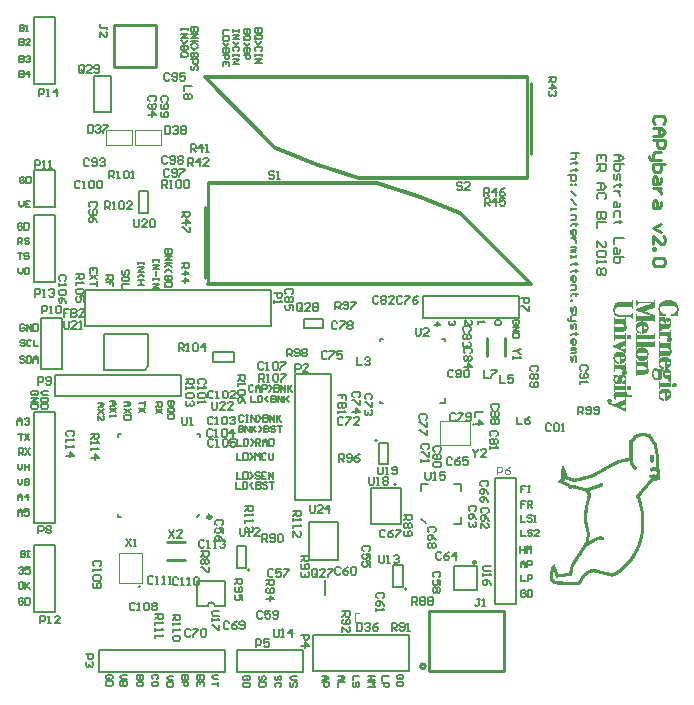
<source format=gto>
G04 Layer_Color=65535*
%FSLAX25Y25*%
%MOIN*%
G70*
G01*
G75*
%ADD10C,0.00800*%
%ADD55C,0.01000*%
%ADD57C,0.01600*%
%ADD63C,0.00600*%
%ADD114C,0.01181*%
%ADD115C,0.00394*%
%ADD116C,0.00787*%
%ADD117C,0.00591*%
%ADD118C,0.00100*%
%ADD119C,0.00984*%
%ADD120C,0.00400*%
D10*
X121238Y83490D02*
G03*
X121238Y83490I-318J0D01*
G01*
X131098Y33910D02*
G03*
X131098Y33910I-318J0D01*
G01*
X78798Y40310D02*
G03*
X78798Y40310I-318J0D01*
G01*
X136000Y57261D02*
X137500Y55863D01*
X135800Y66700D02*
Y69000D01*
X138100D01*
X146831D02*
X149193D01*
Y66700D02*
Y69000D01*
Y55607D02*
Y57969D01*
X146831Y55607D02*
X149193D01*
X200238Y178800D02*
X202371D01*
X203437Y177734D01*
X202371Y176667D01*
X200238D01*
X201838D01*
Y178800D01*
X203437Y175601D02*
X200238D01*
Y174002D01*
X200771Y173468D01*
X201305D01*
X201838D01*
X202371Y174002D01*
Y175601D01*
X200238Y172402D02*
Y170803D01*
X200771Y170269D01*
X201305Y170803D01*
Y171869D01*
X201838Y172402D01*
X202371Y171869D01*
Y170269D01*
X202904Y168670D02*
X202371D01*
Y169203D01*
Y168137D01*
Y168670D01*
X200771D01*
X200238Y168137D01*
X202371Y166537D02*
X200238D01*
X201305D01*
X201838Y166004D01*
X202371Y165471D01*
Y164938D01*
Y162805D02*
Y161739D01*
X201838Y161206D01*
X200238D01*
Y162805D01*
X200771Y163338D01*
X201305Y162805D01*
Y161206D01*
X202371Y158007D02*
Y159606D01*
X201838Y160139D01*
X200771D01*
X200238Y159606D01*
Y158007D01*
X202904Y156407D02*
X202371D01*
Y156940D01*
Y155874D01*
Y156407D01*
X200771D01*
X200238Y155874D01*
X203437Y151076D02*
X200238D01*
Y148943D01*
X202371Y147344D02*
Y146277D01*
X201838Y145744D01*
X200238D01*
Y147344D01*
X200771Y147877D01*
X201305Y147344D01*
Y145744D01*
X203437Y144678D02*
X200238D01*
Y143078D01*
X200771Y142545D01*
X201305D01*
X201838D01*
X202371Y143078D01*
Y144678D01*
X197678Y176667D02*
Y178800D01*
X194479D01*
Y176667D01*
X196079Y178800D02*
Y177734D01*
X194479Y175601D02*
X197678D01*
Y174002D01*
X197145Y173468D01*
X196079D01*
X195546Y174002D01*
Y175601D01*
Y174535D02*
X194479Y173468D01*
Y169203D02*
X196612D01*
X197678Y168137D01*
X196612Y167070D01*
X194479D01*
X196079D01*
Y169203D01*
X197145Y163872D02*
X197678Y164405D01*
Y165471D01*
X197145Y166004D01*
X195012D01*
X194479Y165471D01*
Y164405D01*
X195012Y163872D01*
X197678Y159606D02*
X194479D01*
Y158007D01*
X195012Y157474D01*
X195546D01*
X196079Y158007D01*
Y159606D01*
Y158007D01*
X196612Y157474D01*
X197145D01*
X197678Y158007D01*
Y159606D01*
Y156407D02*
X194479D01*
Y154275D01*
Y147877D02*
Y150009D01*
X196612Y147877D01*
X197145D01*
X197678Y148410D01*
Y149476D01*
X197145Y150009D01*
Y146810D02*
X197678Y146277D01*
Y145211D01*
X197145Y144678D01*
X195012D01*
X194479Y145211D01*
Y146277D01*
X195012Y146810D01*
X197145D01*
X194479Y143611D02*
Y142545D01*
Y143078D01*
X197678D01*
X197145Y143611D01*
Y140945D02*
X197678Y140412D01*
Y139346D01*
X197145Y138813D01*
X196612D01*
X196079Y139346D01*
X195546Y138813D01*
X195012D01*
X194479Y139346D01*
Y140412D01*
X195012Y140945D01*
X195546D01*
X196079Y140412D01*
X196612Y140945D01*
X197145D01*
X196079Y140412D02*
Y139346D01*
D55*
X137373Y8232D02*
G03*
X137373Y8232I-841J0D01*
G01*
X65022Y135774D02*
Y169239D01*
X63841Y137742D02*
Y161365D01*
X172503Y178958D02*
Y202580D01*
X171322Y171084D02*
Y204549D01*
X47500Y208000D02*
Y222000D01*
X33500D02*
X47500D01*
X33500Y208000D02*
Y222000D01*
Y208000D02*
X47500D01*
X51200Y43500D02*
X57200D01*
X51200Y49500D02*
X57200D01*
X163800Y111800D02*
Y117800D01*
X157800Y111800D02*
Y117800D01*
X216565Y189034D02*
X217232Y189701D01*
Y191033D01*
X216565Y191700D01*
X213899D01*
X213233Y191033D01*
Y189701D01*
X213899Y189034D01*
X213233Y187701D02*
X215899D01*
X217232Y186368D01*
X215899Y185036D01*
X213233D01*
X215232D01*
Y187701D01*
X213233Y183703D02*
X217232D01*
Y181703D01*
X216565Y181037D01*
X215232D01*
X214566Y181703D01*
Y183703D01*
X215899Y179704D02*
X213899D01*
X213233Y179037D01*
Y177038D01*
X212566D01*
X211900Y177705D01*
Y178371D01*
X213233Y177038D02*
X215899D01*
X217232Y175705D02*
X213233D01*
Y173706D01*
X213899Y173039D01*
X214566D01*
X215232D01*
X215899Y173706D01*
Y175705D01*
Y171040D02*
Y169707D01*
X215232Y169041D01*
X213233D01*
Y171040D01*
X213899Y171706D01*
X214566Y171040D01*
Y169041D01*
X215899Y167708D02*
X213233D01*
X214566D01*
X215232Y167041D01*
X215899Y166375D01*
Y165708D01*
Y163043D02*
Y161710D01*
X215232Y161043D01*
X213233D01*
Y163043D01*
X213899Y163709D01*
X214566Y163043D01*
Y161043D01*
X215899Y155712D02*
X213233Y154379D01*
X215899Y153046D01*
X213233Y149047D02*
Y151713D01*
X215899Y149047D01*
X216565D01*
X217232Y149714D01*
Y151047D01*
X216565Y151713D01*
X213233Y147714D02*
X213899D01*
Y147048D01*
X213233D01*
Y147714D01*
X216565Y144382D02*
X217232Y143716D01*
Y142383D01*
X216565Y141716D01*
X213899D01*
X213233Y142383D01*
Y143716D01*
X213899Y144382D01*
X216565D01*
D57*
X153801Y42896D02*
G03*
X153801Y42896I-88J0D01*
G01*
D63*
X56200Y142500D02*
X58599D01*
Y141300D01*
X58199Y140901D01*
X57400D01*
X57000Y141300D01*
Y142500D01*
Y141700D02*
X56200Y140901D01*
Y138901D02*
X58599D01*
X57400Y140101D01*
Y138501D01*
X56200Y136502D02*
X58599D01*
X57400Y137702D01*
Y136102D01*
X178500Y204700D02*
X180899D01*
Y203500D01*
X180499Y203100D01*
X179700D01*
X179300Y203500D01*
Y204700D01*
Y203900D02*
X178500Y203100D01*
Y201101D02*
X180899D01*
X179700Y202301D01*
Y200701D01*
X180499Y199902D02*
X180899Y199502D01*
Y198702D01*
X180499Y198302D01*
X180099D01*
X179700Y198702D01*
Y199102D01*
Y198702D01*
X179300Y198302D01*
X178900D01*
X178500Y198702D01*
Y199502D01*
X178900Y199902D01*
X121500Y74799D02*
Y72633D01*
X121933Y72200D01*
X122800D01*
X123233Y72633D01*
Y74799D01*
X124099Y72200D02*
X124966D01*
X124532D01*
Y74799D01*
X124099Y74366D01*
X126265Y72633D02*
X126698Y72200D01*
X127565D01*
X127998Y72633D01*
Y74366D01*
X127565Y74799D01*
X126698D01*
X126265Y74366D01*
Y73933D01*
X126698Y73500D01*
X127998D01*
X86800Y20599D02*
Y18433D01*
X87233Y18000D01*
X88100D01*
X88533Y18433D01*
Y20599D01*
X89399Y18000D02*
X90266D01*
X89832D01*
Y20599D01*
X89399Y20166D01*
X92865Y18000D02*
Y20599D01*
X91565Y19300D01*
X93298D01*
X118500Y71399D02*
Y69233D01*
X118933Y68800D01*
X119800D01*
X120233Y69233D01*
Y71399D01*
X121099Y68800D02*
X121966D01*
X121532D01*
Y71399D01*
X121099Y70966D01*
X123265D02*
X123698Y71399D01*
X124565D01*
X124998Y70966D01*
Y70533D01*
X124565Y70100D01*
X124998Y69666D01*
Y69233D01*
X124565Y68800D01*
X123698D01*
X123265Y69233D01*
Y69666D01*
X123698Y70100D01*
X123265Y70533D01*
Y70966D01*
X123698Y70100D02*
X124565D01*
X155533Y30799D02*
X154666D01*
X155100D01*
Y28633D01*
X154666Y28200D01*
X154233D01*
X153800Y28633D01*
X156399Y28200D02*
X157266D01*
X156832D01*
Y30799D01*
X156399Y30366D01*
X122000Y45299D02*
Y43133D01*
X122433Y42700D01*
X123300D01*
X123733Y43133D01*
Y45299D01*
X124599Y42700D02*
X125466D01*
X125032D01*
Y45299D01*
X124599Y44866D01*
X126765D02*
X127198Y45299D01*
X128065D01*
X128498Y44866D01*
Y44433D01*
X128065Y44000D01*
X127631D01*
X128065D01*
X128498Y43566D01*
Y43133D01*
X128065Y42700D01*
X127198D01*
X126765Y43133D01*
X68699Y26800D02*
X66533D01*
X66100Y26367D01*
Y25500D01*
X66533Y25067D01*
X68699D01*
X66100Y24201D02*
Y23335D01*
Y23768D01*
X68699D01*
X68266Y24201D01*
X68699Y22035D02*
Y20302D01*
X68266D01*
X66533Y22035D01*
X66100D01*
X157100Y161800D02*
Y164399D01*
X158400D01*
X158833Y163966D01*
Y163100D01*
X158400Y162666D01*
X157100D01*
X157966D02*
X158833Y161800D01*
X160999D02*
Y164399D01*
X159699Y163100D01*
X161432D01*
X164031Y164399D02*
X162298D01*
Y163100D01*
X163165Y163533D01*
X163598D01*
X164031Y163100D01*
Y162233D01*
X163598Y161800D01*
X162732D01*
X162298Y162233D01*
X188300Y92200D02*
Y94799D01*
X189600D01*
X190033Y94366D01*
Y93500D01*
X189600Y93066D01*
X188300D01*
X189166D02*
X190033Y92200D01*
X190899Y92633D02*
X191332Y92200D01*
X192199D01*
X192632Y92633D01*
Y94366D01*
X192199Y94799D01*
X191332D01*
X190899Y94366D01*
Y93933D01*
X191332Y93500D01*
X192632D01*
X193498Y92633D02*
X193931Y92200D01*
X194798D01*
X195231Y92633D01*
Y94366D01*
X194798Y94799D01*
X193931D01*
X193498Y94366D01*
Y93933D01*
X193931Y93500D01*
X195231D01*
X115166Y97867D02*
X115599Y98300D01*
Y99167D01*
X115166Y99600D01*
X113433D01*
X113000Y99167D01*
Y98300D01*
X113433Y97867D01*
X115599Y97001D02*
Y95268D01*
X115166D01*
X113433Y97001D01*
X113000D01*
Y93102D02*
X115599D01*
X114300Y94402D01*
Y92669D01*
X59100Y179800D02*
Y182399D01*
X60400D01*
X60833Y181966D01*
Y181100D01*
X60400Y180666D01*
X59100D01*
X59966D02*
X60833Y179800D01*
X62999D02*
Y182399D01*
X61699Y181100D01*
X63432D01*
X64298Y179800D02*
X65165D01*
X64732D01*
Y182399D01*
X64298Y181966D01*
X149533Y169166D02*
X149100Y169599D01*
X148233D01*
X147800Y169166D01*
Y168733D01*
X148233Y168300D01*
X149100D01*
X149533Y167866D01*
Y167433D01*
X149100Y167000D01*
X148233D01*
X147800Y167433D01*
X152132Y167000D02*
X150399D01*
X152132Y168733D01*
Y169166D01*
X151699Y169599D01*
X150832D01*
X150399Y169166D01*
X63733Y49966D02*
X63300Y50399D01*
X62433D01*
X62000Y49966D01*
Y48233D01*
X62433Y47800D01*
X63300D01*
X63733Y48233D01*
X64599Y47800D02*
X65465D01*
X65032D01*
Y50399D01*
X64599Y49966D01*
X66765Y47800D02*
X67632D01*
X67198D01*
Y50399D01*
X66765Y49966D01*
X68931D02*
X69364Y50399D01*
X70231D01*
X70664Y49966D01*
Y49533D01*
X70231Y49100D01*
X69797D01*
X70231D01*
X70664Y48666D01*
Y48233D01*
X70231Y47800D01*
X69364D01*
X68931Y48233D01*
X46633Y37866D02*
X46200Y38299D01*
X45333D01*
X44900Y37866D01*
Y36133D01*
X45333Y35700D01*
X46200D01*
X46633Y36133D01*
X47499Y35700D02*
X48366D01*
X47932D01*
Y38299D01*
X47499Y37866D01*
X49665Y35700D02*
X50532D01*
X50098D01*
Y38299D01*
X49665Y37866D01*
X51831Y35700D02*
X52697D01*
X52264D01*
Y38299D01*
X51831Y37866D01*
X55033Y37466D02*
X54600Y37899D01*
X53733D01*
X53300Y37466D01*
Y35733D01*
X53733Y35300D01*
X54600D01*
X55033Y35733D01*
X55899Y35300D02*
X56766D01*
X56332D01*
Y37899D01*
X55899Y37466D01*
X58065Y35300D02*
X58931D01*
X58498D01*
Y37899D01*
X58065Y37466D01*
X60231D02*
X60664Y37899D01*
X61531D01*
X61964Y37466D01*
Y35733D01*
X61531Y35300D01*
X60664D01*
X60231Y35733D01*
Y37466D01*
X86733Y40166D02*
X86300Y40599D01*
X85433D01*
X85000Y40166D01*
Y38433D01*
X85433Y38000D01*
X86300D01*
X86733Y38433D01*
X89332Y40599D02*
X87599D01*
Y39300D01*
X88465Y39733D01*
X88899D01*
X89332Y39300D01*
Y38433D01*
X88899Y38000D01*
X88032D01*
X87599Y38433D01*
X90198Y40599D02*
X91931D01*
Y40166D01*
X90198Y38433D01*
Y38000D01*
X69566Y55267D02*
X69999Y55700D01*
Y56567D01*
X69566Y57000D01*
X67833D01*
X67400Y56567D01*
Y55700D01*
X67833Y55267D01*
X69999Y52668D02*
Y54401D01*
X68700D01*
X69133Y53535D01*
Y53101D01*
X68700Y52668D01*
X67833D01*
X67400Y53101D01*
Y53968D01*
X67833Y54401D01*
X69999Y50069D02*
X69566Y50935D01*
X68700Y51802D01*
X67833D01*
X67400Y51368D01*
Y50502D01*
X67833Y50069D01*
X68266D01*
X68700Y50502D01*
Y51802D01*
X169400Y131000D02*
X171999D01*
Y129700D01*
X171566Y129267D01*
X170700D01*
X170266Y129700D01*
Y131000D01*
X171999Y128401D02*
Y126668D01*
X171566D01*
X169833Y128401D01*
X169400D01*
X153200Y80599D02*
Y80166D01*
X154066Y79300D01*
X154933Y80166D01*
Y80599D01*
X154066Y79300D02*
Y78000D01*
X157532D02*
X155799D01*
X157532Y79733D01*
Y80166D01*
X157099Y80599D01*
X156232D01*
X155799Y80166D01*
X179333Y88766D02*
X178900Y89199D01*
X178033D01*
X177600Y88766D01*
Y87033D01*
X178033Y86600D01*
X178900D01*
X179333Y87033D01*
X181499Y89199D02*
X180632D01*
X180199Y88766D01*
Y87033D01*
X180632Y86600D01*
X181499D01*
X181932Y87033D01*
Y88766D01*
X181499Y89199D01*
X182798Y86600D02*
X183665D01*
X183231D01*
Y89199D01*
X182798Y88766D01*
X142166Y79767D02*
X142599Y80200D01*
Y81067D01*
X142166Y81500D01*
X140433D01*
X140000Y81067D01*
Y80200D01*
X140433Y79767D01*
X142166Y78901D02*
X142599Y78468D01*
Y77601D01*
X142166Y77168D01*
X141733D01*
X141300Y77601D01*
X140866Y77168D01*
X140433D01*
X140000Y77601D01*
Y78468D01*
X140433Y78901D01*
X140866D01*
X141300Y78468D01*
X141733Y78901D01*
X142166D01*
X141300Y78468D02*
Y77601D01*
X142166Y76302D02*
X142599Y75868D01*
Y75002D01*
X142166Y74569D01*
X140433D01*
X140000Y75002D01*
Y75868D01*
X140433Y76302D01*
X142166D01*
X161066Y84967D02*
X161499Y85400D01*
Y86267D01*
X161066Y86700D01*
X159333D01*
X158900Y86267D01*
Y85400D01*
X159333Y84967D01*
X161066Y84101D02*
X161499Y83668D01*
Y82801D01*
X161066Y82368D01*
X160633D01*
X160200Y82801D01*
X159766Y82368D01*
X159333D01*
X158900Y82801D01*
Y83668D01*
X159333Y84101D01*
X159766D01*
X160200Y83668D01*
X160633Y84101D01*
X161066D01*
X160200Y83668D02*
Y82801D01*
X158900Y81502D02*
Y80635D01*
Y81068D01*
X161499D01*
X161066Y81502D01*
X56300Y91399D02*
Y89233D01*
X56733Y88800D01*
X57600D01*
X58033Y89233D01*
Y91399D01*
X58899Y88800D02*
X59765D01*
X59332D01*
Y91399D01*
X58899Y90966D01*
X8200Y102100D02*
Y104699D01*
X9500D01*
X9933Y104266D01*
Y103400D01*
X9500Y102966D01*
X8200D01*
X10799Y102533D02*
X11232Y102100D01*
X12099D01*
X12532Y102533D01*
Y104266D01*
X12099Y104699D01*
X11232D01*
X10799Y104266D01*
Y103833D01*
X11232Y103400D01*
X12532D01*
X142733Y45966D02*
X142300Y46399D01*
X141433D01*
X141000Y45966D01*
Y44233D01*
X141433Y43800D01*
X142300D01*
X142733Y44233D01*
X145332Y46399D02*
X144466Y45966D01*
X143599Y45100D01*
Y44233D01*
X144032Y43800D01*
X144899D01*
X145332Y44233D01*
Y44666D01*
X144899Y45100D01*
X143599D01*
X147498Y43800D02*
Y46399D01*
X146198Y45100D01*
X147931D01*
X147433Y92166D02*
X147000Y92599D01*
X146133D01*
X145700Y92166D01*
Y90433D01*
X146133Y90000D01*
X147000D01*
X147433Y90433D01*
X148299Y92599D02*
X150032D01*
Y92166D01*
X148299Y90433D01*
Y90000D01*
X150898Y90433D02*
X151331Y90000D01*
X152198D01*
X152631Y90433D01*
Y92166D01*
X152198Y92599D01*
X151331D01*
X150898Y92166D01*
Y91733D01*
X151331Y91300D01*
X152631D01*
X121733Y131266D02*
X121300Y131699D01*
X120433D01*
X120000Y131266D01*
Y129533D01*
X120433Y129100D01*
X121300D01*
X121733Y129533D01*
X122599Y131266D02*
X123032Y131699D01*
X123899D01*
X124332Y131266D01*
Y130833D01*
X123899Y130400D01*
X124332Y129966D01*
Y129533D01*
X123899Y129100D01*
X123032D01*
X122599Y129533D01*
Y129966D01*
X123032Y130400D01*
X122599Y130833D01*
Y131266D01*
X123032Y130400D02*
X123899D01*
X126931Y129100D02*
X125198D01*
X126931Y130833D01*
Y131266D01*
X126498Y131699D01*
X125631D01*
X125198Y131266D01*
X152066Y119767D02*
X152499Y120200D01*
Y121067D01*
X152066Y121500D01*
X150333D01*
X149900Y121067D01*
Y120200D01*
X150333Y119767D01*
X152066Y118901D02*
X152499Y118468D01*
Y117601D01*
X152066Y117168D01*
X151633D01*
X151200Y117601D01*
X150766Y117168D01*
X150333D01*
X149900Y117601D01*
Y118468D01*
X150333Y118901D01*
X150766D01*
X151200Y118468D01*
X151633Y118901D01*
X152066D01*
X151200Y118468D02*
Y117601D01*
X152066Y116302D02*
X152499Y115868D01*
Y115002D01*
X152066Y114569D01*
X151633D01*
X151200Y115002D01*
Y115435D01*
Y115002D01*
X150766Y114569D01*
X150333D01*
X149900Y115002D01*
Y115868D01*
X150333Y116302D01*
X152366Y112667D02*
X152799Y113100D01*
Y113967D01*
X152366Y114400D01*
X150633D01*
X150200Y113967D01*
Y113100D01*
X150633Y112667D01*
X152366Y111801D02*
X152799Y111368D01*
Y110501D01*
X152366Y110068D01*
X151933D01*
X151500Y110501D01*
X151066Y110068D01*
X150633D01*
X150200Y110501D01*
Y111368D01*
X150633Y111801D01*
X151066D01*
X151500Y111368D01*
X151933Y111801D01*
X152366D01*
X151500Y111368D02*
Y110501D01*
X150200Y107902D02*
X152799D01*
X151500Y109202D01*
Y107469D01*
X92766Y132267D02*
X93199Y132700D01*
Y133567D01*
X92766Y134000D01*
X91033D01*
X90600Y133567D01*
Y132700D01*
X91033Y132267D01*
X92766Y131401D02*
X93199Y130968D01*
Y130101D01*
X92766Y129668D01*
X92333D01*
X91900Y130101D01*
X91466Y129668D01*
X91033D01*
X90600Y130101D01*
Y130968D01*
X91033Y131401D01*
X91466D01*
X91900Y130968D01*
X92333Y131401D01*
X92766D01*
X91900Y130968D02*
Y130101D01*
X93199Y127069D02*
Y128802D01*
X91900D01*
X92333Y127935D01*
Y127502D01*
X91900Y127069D01*
X91033D01*
X90600Y127502D01*
Y128368D01*
X91033Y128802D01*
X174566Y106567D02*
X174999Y107000D01*
Y107867D01*
X174566Y108300D01*
X172833D01*
X172400Y107867D01*
Y107000D01*
X172833Y106567D01*
X174566Y105701D02*
X174999Y105268D01*
Y104401D01*
X174566Y103968D01*
X174133D01*
X173700Y104401D01*
X173266Y103968D01*
X172833D01*
X172400Y104401D01*
Y105268D01*
X172833Y105701D01*
X173266D01*
X173700Y105268D01*
X174133Y105701D01*
X174566D01*
X173700Y105268D02*
Y104401D01*
X172833Y103102D02*
X172400Y102668D01*
Y101802D01*
X172833Y101369D01*
X174566D01*
X174999Y101802D01*
Y102668D01*
X174566Y103102D01*
X174133D01*
X173700Y102668D01*
Y101369D01*
X161466Y94067D02*
X161899Y94500D01*
Y95367D01*
X161466Y95800D01*
X159733D01*
X159300Y95367D01*
Y94500D01*
X159733Y94067D01*
X161466Y93201D02*
X161899Y92768D01*
Y91901D01*
X161466Y91468D01*
X161033D01*
X160600Y91901D01*
X160166Y91468D01*
X159733D01*
X159300Y91901D01*
Y92768D01*
X159733Y93201D01*
X160166D01*
X160600Y92768D01*
X161033Y93201D01*
X161466D01*
X160600Y92768D02*
Y91901D01*
X161466Y90602D02*
X161899Y90168D01*
Y89302D01*
X161466Y88869D01*
X161033D01*
X160600Y89302D01*
X160166Y88869D01*
X159733D01*
X159300Y89302D01*
Y90168D01*
X159733Y90602D01*
X160166D01*
X160600Y90168D01*
X161033Y90602D01*
X161466D01*
X160600Y90168D02*
Y89302D01*
X123166Y30967D02*
X123599Y31400D01*
Y32267D01*
X123166Y32700D01*
X121433D01*
X121000Y32267D01*
Y31400D01*
X121433Y30967D01*
X123599Y28368D02*
X123166Y29234D01*
X122300Y30101D01*
X121433D01*
X121000Y29668D01*
Y28801D01*
X121433Y28368D01*
X121866D01*
X122300Y28801D01*
Y30101D01*
X121000Y27502D02*
Y26635D01*
Y27068D01*
X123599D01*
X123166Y27502D01*
X119266Y97167D02*
X119699Y97600D01*
Y98467D01*
X119266Y98900D01*
X117533D01*
X117100Y98467D01*
Y97600D01*
X117533Y97167D01*
X119699Y96301D02*
Y94568D01*
X119266D01*
X117533Y96301D01*
X117100D01*
X119266Y93702D02*
X119699Y93269D01*
Y92402D01*
X119266Y91969D01*
X118833D01*
X118400Y92402D01*
Y92835D01*
Y92402D01*
X117966Y91969D01*
X117533D01*
X117100Y92402D01*
Y93269D01*
X117533Y93702D01*
X104533Y112866D02*
X104100Y113299D01*
X103233D01*
X102800Y112866D01*
Y111133D01*
X103233Y110700D01*
X104100D01*
X104533Y111133D01*
X105399Y113299D02*
X107132D01*
Y112866D01*
X105399Y111133D01*
Y110700D01*
X109731Y113299D02*
X107998D01*
Y112000D01*
X108865Y112433D01*
X109298D01*
X109731Y112000D01*
Y111133D01*
X109298Y110700D01*
X108431D01*
X107998Y111133D01*
X137466Y90467D02*
X137899Y90900D01*
Y91767D01*
X137466Y92200D01*
X135733D01*
X135300Y91767D01*
Y90900D01*
X135733Y90467D01*
X137899Y89601D02*
Y87868D01*
X137466D01*
X135733Y89601D01*
X135300D01*
X137899Y87002D02*
Y85269D01*
X137466D01*
X135733Y87002D01*
X135300D01*
X107933Y122766D02*
X107500Y123199D01*
X106633D01*
X106200Y122766D01*
Y121033D01*
X106633Y120600D01*
X107500D01*
X107933Y121033D01*
X108799Y123199D02*
X110532D01*
Y122766D01*
X108799Y121033D01*
Y120600D01*
X111398Y122766D02*
X111831Y123199D01*
X112698D01*
X113131Y122766D01*
Y122333D01*
X112698Y121900D01*
X113131Y121466D01*
Y121033D01*
X112698Y120600D01*
X111831D01*
X111398Y121033D01*
Y121466D01*
X111831Y121900D01*
X111398Y122333D01*
Y122766D01*
X111831Y121900D02*
X112698D01*
X146333Y77466D02*
X145900Y77899D01*
X145033D01*
X144600Y77466D01*
Y75733D01*
X145033Y75300D01*
X145900D01*
X146333Y75733D01*
X148932Y77899D02*
X148066Y77466D01*
X147199Y76600D01*
Y75733D01*
X147632Y75300D01*
X148499D01*
X148932Y75733D01*
Y76166D01*
X148499Y76600D01*
X147199D01*
X151531Y77899D02*
X149798D01*
Y76600D01*
X150665Y77033D01*
X151098D01*
X151531Y76600D01*
Y75733D01*
X151098Y75300D01*
X150232D01*
X149798Y75733D01*
X157866Y68267D02*
X158299Y68700D01*
Y69567D01*
X157866Y70000D01*
X156133D01*
X155700Y69567D01*
Y68700D01*
X156133Y68267D01*
X158299Y65668D02*
X157866Y66535D01*
X157000Y67401D01*
X156133D01*
X155700Y66968D01*
Y66101D01*
X156133Y65668D01*
X156566D01*
X157000Y66101D01*
Y67401D01*
X158299Y63069D02*
X157866Y63935D01*
X157000Y64802D01*
X156133D01*
X155700Y64368D01*
Y63502D01*
X156133Y63069D01*
X156566D01*
X157000Y63502D01*
Y64802D01*
X109133Y40966D02*
X108700Y41399D01*
X107833D01*
X107400Y40966D01*
Y39233D01*
X107833Y38800D01*
X108700D01*
X109133Y39233D01*
X111732Y41399D02*
X110866Y40966D01*
X109999Y40100D01*
Y39233D01*
X110432Y38800D01*
X111299D01*
X111732Y39233D01*
Y39666D01*
X111299Y40100D01*
X109999D01*
X112598Y40966D02*
X113031Y41399D01*
X113898D01*
X114331Y40966D01*
Y39233D01*
X113898Y38800D01*
X113031D01*
X112598Y39233D01*
Y40966D01*
X124033Y53366D02*
X123600Y53799D01*
X122733D01*
X122300Y53366D01*
Y51633D01*
X122733Y51200D01*
X123600D01*
X124033Y51633D01*
X126632Y53799D02*
X125766Y53366D01*
X124899Y52500D01*
Y51633D01*
X125332Y51200D01*
X126199D01*
X126632Y51633D01*
Y52066D01*
X126199Y52500D01*
X124899D01*
X127498Y53799D02*
X129231D01*
Y53366D01*
X127498Y51633D01*
Y51200D01*
X110799Y96867D02*
Y98600D01*
X109500D01*
Y97734D01*
Y98600D01*
X108200D01*
X110799Y96001D02*
X108200D01*
Y94701D01*
X108633Y94268D01*
X109066D01*
X109500Y94701D01*
Y96001D01*
Y94701D01*
X109933Y94268D01*
X110366D01*
X110799Y94701D01*
Y96001D01*
X108200Y93402D02*
Y92535D01*
Y92968D01*
X110799D01*
X110366Y93402D01*
X114600Y111199D02*
Y108600D01*
X116333D01*
X117199Y110766D02*
X117632Y111199D01*
X118499D01*
X118932Y110766D01*
Y110333D01*
X118499Y109900D01*
X118066D01*
X118499D01*
X118932Y109466D01*
Y109033D01*
X118499Y108600D01*
X117632D01*
X117199Y109033D01*
X9500Y125900D02*
Y128499D01*
X10800D01*
X11233Y128066D01*
Y127200D01*
X10800Y126766D01*
X9500D01*
X12099Y125900D02*
X12966D01*
X12532D01*
Y128499D01*
X12099Y128066D01*
X14265D02*
X14698Y128499D01*
X15565D01*
X15998Y128066D01*
Y126333D01*
X15565Y125900D01*
X14698D01*
X14265Y126333D01*
Y128066D01*
X7200Y131400D02*
Y133999D01*
X8500D01*
X8933Y133566D01*
Y132700D01*
X8500Y132266D01*
X7200D01*
X9799Y131400D02*
X10666D01*
X10232D01*
Y133999D01*
X9799Y133566D01*
X11965D02*
X12398Y133999D01*
X13265D01*
X13698Y133566D01*
Y133133D01*
X13265Y132700D01*
X12832D01*
X13265D01*
X13698Y132266D01*
Y131833D01*
X13265Y131400D01*
X12398D01*
X11965Y131833D01*
X8400Y52500D02*
Y55099D01*
X9700D01*
X10133Y54666D01*
Y53800D01*
X9700Y53366D01*
X8400D01*
X10999Y54666D02*
X11432Y55099D01*
X12299D01*
X12732Y54666D01*
Y54233D01*
X12299Y53800D01*
X12732Y53366D01*
Y52933D01*
X12299Y52500D01*
X11432D01*
X10999Y52933D01*
Y53366D01*
X11432Y53800D01*
X10999Y54233D01*
Y54666D01*
X11432Y53800D02*
X12299D01*
X24100Y12400D02*
X26699D01*
Y11100D01*
X26266Y10667D01*
X25400D01*
X24966Y11100D01*
Y12400D01*
X26266Y9801D02*
X26699Y9368D01*
Y8501D01*
X26266Y8068D01*
X25833D01*
X25400Y8501D01*
Y8934D01*
Y8501D01*
X24966Y8068D01*
X24533D01*
X24100Y8501D01*
Y9368D01*
X24533Y9801D01*
X96333Y127133D02*
Y128866D01*
X95900Y129299D01*
X95033D01*
X94600Y128866D01*
Y127133D01*
X95033Y126700D01*
X95900D01*
X95466Y127566D02*
X96333Y126700D01*
X95900D02*
X96333Y127133D01*
X98932Y126700D02*
X97199D01*
X98932Y128433D01*
Y128866D01*
X98499Y129299D01*
X97632D01*
X97199Y128866D01*
X99798D02*
X100232Y129299D01*
X101098D01*
X101531Y128866D01*
Y128433D01*
X101098Y128000D01*
X101531Y127566D01*
Y127133D01*
X101098Y126700D01*
X100232D01*
X99798Y127133D01*
Y127566D01*
X100232Y128000D01*
X99798Y128433D01*
Y128866D01*
X100232Y128000D02*
X101098D01*
X109700Y26500D02*
X112299D01*
Y25200D01*
X111866Y24767D01*
X111000D01*
X110566Y25200D01*
Y26500D01*
Y25634D02*
X109700Y24767D01*
X110133Y23901D02*
X109700Y23468D01*
Y22601D01*
X110133Y22168D01*
X111866D01*
X112299Y22601D01*
Y23468D01*
X111866Y23901D01*
X111433D01*
X111000Y23468D01*
Y22168D01*
X109700Y19569D02*
Y21302D01*
X111433Y19569D01*
X111866D01*
X112299Y20002D01*
Y20868D01*
X111866Y21302D01*
X58200Y175100D02*
Y177699D01*
X59500D01*
X59933Y177266D01*
Y176400D01*
X59500Y175966D01*
X58200D01*
X59066D02*
X59933Y175100D01*
X62099D02*
Y177699D01*
X60799Y176400D01*
X62532D01*
X65131Y175100D02*
X63398D01*
X65131Y176833D01*
Y177266D01*
X64698Y177699D01*
X63832D01*
X63398Y177266D01*
X156900Y165000D02*
Y167599D01*
X158200D01*
X158633Y167166D01*
Y166300D01*
X158200Y165866D01*
X156900D01*
X157766D02*
X158633Y165000D01*
X160799D02*
Y167599D01*
X159499Y166300D01*
X161232D01*
X163831Y167599D02*
X162965Y167166D01*
X162098Y166300D01*
Y165433D01*
X162531Y165000D01*
X163398D01*
X163831Y165433D01*
Y165866D01*
X163398Y166300D01*
X162098D01*
X56200Y159800D02*
X58799D01*
Y158500D01*
X58366Y158067D01*
X57500D01*
X57066Y158500D01*
Y159800D01*
Y158934D02*
X56200Y158067D01*
Y155901D02*
X58799D01*
X57500Y157201D01*
Y155468D01*
X58799Y154602D02*
Y152869D01*
X58366D01*
X56633Y154602D01*
X56200D01*
X53100Y25400D02*
X55699D01*
Y24100D01*
X55266Y23667D01*
X54400D01*
X53966Y24100D01*
Y25400D01*
Y24534D02*
X53100Y23667D01*
Y22801D02*
Y21935D01*
Y22368D01*
X55699D01*
X55266Y22801D01*
X53100Y20635D02*
Y19769D01*
Y20202D01*
X55699D01*
X55266Y20635D01*
Y18469D02*
X55699Y18036D01*
Y17169D01*
X55266Y16736D01*
X53533D01*
X53100Y17169D01*
Y18036D01*
X53533Y18469D01*
X55266D01*
X107400Y127200D02*
Y129799D01*
X108700D01*
X109133Y129366D01*
Y128500D01*
X108700Y128066D01*
X107400D01*
X108266D02*
X109133Y127200D01*
X109999Y127633D02*
X110432Y127200D01*
X111299D01*
X111732Y127633D01*
Y129366D01*
X111299Y129799D01*
X110432D01*
X109999Y129366D01*
Y128933D01*
X110432Y128500D01*
X111732D01*
X112598Y129799D02*
X114331D01*
Y129366D01*
X112598Y127633D01*
Y127200D01*
X82900Y49700D02*
Y52299D01*
X84200D01*
X84633Y51866D01*
Y51000D01*
X84200Y50566D01*
X82900D01*
X83766D02*
X84633Y49700D01*
X85499Y50133D02*
X85932Y49700D01*
X86799D01*
X87232Y50133D01*
Y51866D01*
X86799Y52299D01*
X85932D01*
X85499Y51866D01*
Y51433D01*
X85932Y51000D01*
X87232D01*
X88098Y51866D02*
X88532Y52299D01*
X89398D01*
X89831Y51866D01*
Y50133D01*
X89398Y49700D01*
X88532D01*
X88098Y50133D01*
Y51866D01*
X137400Y72999D02*
Y70833D01*
X137833Y70400D01*
X138700D01*
X139133Y70833D01*
Y72999D01*
X139999Y70400D02*
X140866D01*
X140432D01*
Y72999D01*
X139999Y72566D01*
X143898Y72999D02*
X142165D01*
Y71700D01*
X143032Y72133D01*
X143465D01*
X143898Y71700D01*
Y70833D01*
X143465Y70400D01*
X142598D01*
X142165Y70833D01*
X169299Y114100D02*
X168866D01*
X168000Y113234D01*
X168866Y112367D01*
X169299D01*
X168000Y113234D02*
X166700D01*
Y111501D02*
Y110634D01*
Y111068D01*
X169299D01*
X168866Y111501D01*
X40533Y29066D02*
X40100Y29499D01*
X39233D01*
X38800Y29066D01*
Y27333D01*
X39233Y26900D01*
X40100D01*
X40533Y27333D01*
X41399Y26900D02*
X42266D01*
X41832D01*
Y29499D01*
X41399Y29066D01*
X43565D02*
X43998Y29499D01*
X44865D01*
X45298Y29066D01*
Y27333D01*
X44865Y26900D01*
X43998D01*
X43565Y27333D01*
Y29066D01*
X46164D02*
X46597Y29499D01*
X47464D01*
X47897Y29066D01*
Y28633D01*
X47464Y28200D01*
X47897Y27766D01*
Y27333D01*
X47464Y26900D01*
X46597D01*
X46164Y27333D01*
Y27766D01*
X46597Y28200D01*
X46164Y28633D01*
Y29066D01*
X46597Y28200D02*
X47464D01*
X191066Y106767D02*
X191499Y107200D01*
Y108067D01*
X191066Y108500D01*
X189333D01*
X188900Y108067D01*
Y107200D01*
X189333Y106767D01*
Y105901D02*
X188900Y105468D01*
Y104601D01*
X189333Y104168D01*
X191066D01*
X191499Y104601D01*
Y105468D01*
X191066Y105901D01*
X190633D01*
X190200Y105468D01*
Y104168D01*
X188900Y103302D02*
Y102435D01*
Y102868D01*
X191499D01*
X191066Y103302D01*
X146733Y106666D02*
X146300Y107099D01*
X145433D01*
X145000Y106666D01*
Y104933D01*
X145433Y104500D01*
X146300D01*
X146733Y104933D01*
X147599D02*
X148032Y104500D01*
X148899D01*
X149332Y104933D01*
Y106666D01*
X148899Y107099D01*
X148032D01*
X147599Y106666D01*
Y106233D01*
X148032Y105800D01*
X149332D01*
X150198Y106666D02*
X150631Y107099D01*
X151498D01*
X151931Y106666D01*
Y104933D01*
X151498Y104500D01*
X150631D01*
X150198Y104933D01*
Y106666D01*
X156599Y92900D02*
X154000D01*
Y91167D01*
Y89001D02*
X156599D01*
X155300Y90301D01*
Y88568D01*
X162300Y105299D02*
Y102700D01*
X164033D01*
X166632Y105299D02*
X164899D01*
Y104000D01*
X165766Y104433D01*
X166199D01*
X166632Y104000D01*
Y103133D01*
X166199Y102700D01*
X165332D01*
X164899Y103133D01*
X167900Y91499D02*
Y88900D01*
X169633D01*
X172232Y91499D02*
X171366Y91066D01*
X170499Y90200D01*
Y89333D01*
X170932Y88900D01*
X171799D01*
X172232Y89333D01*
Y89766D01*
X171799Y90200D01*
X170499D01*
X156800Y106999D02*
Y104400D01*
X158533D01*
X159399Y106999D02*
X161132D01*
Y106566D01*
X159399Y104833D01*
Y104400D01*
X138166Y80667D02*
X138599Y81100D01*
Y81967D01*
X138166Y82400D01*
X136433D01*
X136000Y81967D01*
Y81100D01*
X136433Y80667D01*
X138599Y79801D02*
Y78068D01*
X138166D01*
X136433Y79801D01*
X136000D01*
Y77202D02*
Y76335D01*
Y76768D01*
X138599D01*
X138166Y77202D01*
X110033Y90866D02*
X109600Y91299D01*
X108733D01*
X108300Y90866D01*
Y89133D01*
X108733Y88700D01*
X109600D01*
X110033Y89133D01*
X110899Y91299D02*
X112632D01*
Y90866D01*
X110899Y89133D01*
Y88700D01*
X115231D02*
X113498D01*
X115231Y90433D01*
Y90866D01*
X114798Y91299D01*
X113932D01*
X113498Y90866D01*
X129633Y131266D02*
X129200Y131699D01*
X128333D01*
X127900Y131266D01*
Y129533D01*
X128333Y129100D01*
X129200D01*
X129633Y129533D01*
X130499Y131699D02*
X132232D01*
Y131266D01*
X130499Y129533D01*
Y129100D01*
X134831Y131699D02*
X133965Y131266D01*
X133098Y130400D01*
Y129533D01*
X133531Y129100D01*
X134398D01*
X134831Y129533D01*
Y129966D01*
X134398Y130400D01*
X133098D01*
X8500Y198200D02*
Y200799D01*
X9800D01*
X10233Y200366D01*
Y199500D01*
X9800Y199066D01*
X8500D01*
X11099Y198200D02*
X11966D01*
X11532D01*
Y200799D01*
X11099Y200366D01*
X14565Y198200D02*
Y200799D01*
X13265Y199500D01*
X14998D01*
X134095Y120999D02*
Y118833D01*
X134528Y118400D01*
X135394D01*
X135827Y118833D01*
Y120999D01*
X138426Y118400D02*
X136694D01*
X138426Y120133D01*
Y120566D01*
X137993Y120999D01*
X137127D01*
X136694Y120566D01*
X101333Y38533D02*
Y40266D01*
X100900Y40699D01*
X100033D01*
X99600Y40266D01*
Y38533D01*
X100033Y38100D01*
X100900D01*
X100466Y38966D02*
X101333Y38100D01*
X100900D02*
X101333Y38533D01*
X103932Y38100D02*
X102199D01*
X103932Y39833D01*
Y40266D01*
X103499Y40699D01*
X102632D01*
X102199Y40266D01*
X104798Y40699D02*
X106531D01*
Y40266D01*
X104798Y38533D01*
Y38100D01*
X95944Y44900D02*
X98543D01*
Y43600D01*
X98110Y43167D01*
X97244D01*
X96811Y43600D01*
Y44900D01*
Y44034D02*
X95944Y43167D01*
X96377Y42301D02*
X95944Y41868D01*
Y41001D01*
X96377Y40568D01*
X98110D01*
X98543Y41001D01*
Y41868D01*
X98110Y42301D01*
X97677D01*
X97244Y41868D01*
Y40568D01*
X98110Y39702D02*
X98543Y39268D01*
Y38402D01*
X98110Y37969D01*
X97677D01*
X97244Y38402D01*
Y38835D01*
Y38402D01*
X96811Y37969D01*
X96377D01*
X95944Y38402D01*
Y39268D01*
X96377Y39702D01*
X141966Y37967D02*
X142399Y38400D01*
Y39267D01*
X141966Y39700D01*
X140233D01*
X139800Y39267D01*
Y38400D01*
X140233Y37967D01*
X142399Y35368D02*
Y37101D01*
X141100D01*
X141533Y36234D01*
Y35801D01*
X141100Y35368D01*
X140233D01*
X139800Y35801D01*
Y36668D01*
X140233Y37101D01*
X141966Y34502D02*
X142399Y34069D01*
Y33202D01*
X141966Y32769D01*
X141533D01*
X141100Y33202D01*
X140666Y32769D01*
X140233D01*
X139800Y33202D01*
Y34069D01*
X140233Y34502D01*
X140666D01*
X141100Y34069D01*
X141533Y34502D01*
X141966D01*
X141100Y34069D02*
Y33202D01*
X114600Y22699D02*
Y20100D01*
X115900D01*
X116333Y20533D01*
Y22266D01*
X115900Y22699D01*
X114600D01*
X117199Y22266D02*
X117632Y22699D01*
X118499D01*
X118932Y22266D01*
Y21833D01*
X118499Y21400D01*
X118066D01*
X118499D01*
X118932Y20966D01*
Y20533D01*
X118499Y20100D01*
X117632D01*
X117199Y20533D01*
X121531Y22699D02*
X120665Y22266D01*
X119798Y21400D01*
Y20533D01*
X120231Y20100D01*
X121098D01*
X121531Y20533D01*
Y20966D01*
X121098Y21400D01*
X119798D01*
X130200Y58600D02*
X132799D01*
Y57300D01*
X132366Y56867D01*
X131500D01*
X131066Y57300D01*
Y58600D01*
Y57734D02*
X130200Y56867D01*
X132366Y56001D02*
X132799Y55568D01*
Y54701D01*
X132366Y54268D01*
X131933D01*
X131500Y54701D01*
X131066Y54268D01*
X130633D01*
X130200Y54701D01*
Y55568D01*
X130633Y56001D01*
X131066D01*
X131500Y55568D01*
X131933Y56001D01*
X132366D01*
X131500Y55568D02*
Y54701D01*
X130633Y53402D02*
X130200Y52969D01*
Y52102D01*
X130633Y51669D01*
X132366D01*
X132799Y52102D01*
Y52969D01*
X132366Y53402D01*
X131933D01*
X131500Y52969D01*
Y51669D01*
X133000Y28700D02*
Y31299D01*
X134300D01*
X134733Y30866D01*
Y30000D01*
X134300Y29566D01*
X133000D01*
X133866D02*
X134733Y28700D01*
X135599Y30866D02*
X136032Y31299D01*
X136899D01*
X137332Y30866D01*
Y30433D01*
X136899Y30000D01*
X137332Y29566D01*
Y29133D01*
X136899Y28700D01*
X136032D01*
X135599Y29133D01*
Y29566D01*
X136032Y30000D01*
X135599Y30433D01*
Y30866D01*
X136032Y30000D02*
X136899D01*
X138198Y30866D02*
X138631Y31299D01*
X139498D01*
X139931Y30866D01*
Y30433D01*
X139498Y30000D01*
X139931Y29566D01*
Y29133D01*
X139498Y28700D01*
X138631D01*
X138198Y29133D01*
Y29566D01*
X138631Y30000D01*
X138198Y30433D01*
Y30866D01*
X138631Y30000D02*
X139498D01*
X83133Y26266D02*
X82700Y26699D01*
X81833D01*
X81400Y26266D01*
Y24533D01*
X81833Y24100D01*
X82700D01*
X83133Y24533D01*
X85732Y26699D02*
X83999D01*
Y25400D01*
X84865Y25833D01*
X85299D01*
X85732Y25400D01*
Y24533D01*
X85299Y24100D01*
X84432D01*
X83999Y24533D01*
X86598D02*
X87032Y24100D01*
X87898D01*
X88331Y24533D01*
Y26266D01*
X87898Y26699D01*
X87032D01*
X86598Y26266D01*
Y25833D01*
X87032Y25400D01*
X88331D01*
X47300Y25600D02*
X49899D01*
Y24300D01*
X49466Y23867D01*
X48600D01*
X48166Y24300D01*
Y25600D01*
Y24734D02*
X47300Y23867D01*
Y23001D02*
Y22135D01*
Y22568D01*
X49899D01*
X49466Y23001D01*
X47300Y20835D02*
Y19969D01*
Y20402D01*
X49899D01*
X49466Y20835D01*
X47300Y18669D02*
Y17803D01*
Y18236D01*
X49899D01*
X49466Y18669D01*
X25900Y85800D02*
X28499D01*
Y84500D01*
X28066Y84067D01*
X27200D01*
X26766Y84500D01*
Y85800D01*
Y84934D02*
X25900Y84067D01*
Y83201D02*
Y82335D01*
Y82768D01*
X28499D01*
X28066Y83201D01*
X25900Y81035D02*
Y80168D01*
Y80602D01*
X28499D01*
X28066Y81035D01*
X25900Y77569D02*
X28499D01*
X27200Y78869D01*
Y77136D01*
X75600Y54399D02*
Y52233D01*
X76033Y51800D01*
X76900D01*
X77333Y52233D01*
Y54399D01*
X78199Y51800D02*
X79066D01*
X78632D01*
Y54399D01*
X78199Y53966D01*
X82098Y51800D02*
X80365D01*
X82098Y53533D01*
Y53966D01*
X81665Y54399D01*
X80798D01*
X80365Y53966D01*
X118566Y46667D02*
X118999Y47100D01*
Y47967D01*
X118566Y48400D01*
X116833D01*
X116400Y47967D01*
Y47100D01*
X116833Y46667D01*
X118999Y44068D02*
Y45801D01*
X117700D01*
X118133Y44934D01*
Y44501D01*
X117700Y44068D01*
X116833D01*
X116400Y44501D01*
Y45368D01*
X116833Y45801D01*
X118999Y41469D02*
Y43202D01*
X117700D01*
X118133Y42335D01*
Y41902D01*
X117700Y41469D01*
X116833D01*
X116400Y41902D01*
Y42768D01*
X116833Y43202D01*
X126100Y20100D02*
Y22699D01*
X127400D01*
X127833Y22266D01*
Y21400D01*
X127400Y20966D01*
X126100D01*
X126966D02*
X127833Y20100D01*
X128699Y20533D02*
X129132Y20100D01*
X129999D01*
X130432Y20533D01*
Y22266D01*
X129999Y22699D01*
X129132D01*
X128699Y22266D01*
Y21833D01*
X129132Y21400D01*
X130432D01*
X131298Y20100D02*
X132165D01*
X131731D01*
Y22699D01*
X131298Y22266D01*
X84400Y37000D02*
X86999D01*
Y35700D01*
X86566Y35267D01*
X85700D01*
X85266Y35700D01*
Y37000D01*
Y36134D02*
X84400Y35267D01*
X84833Y34401D02*
X84400Y33968D01*
Y33101D01*
X84833Y32668D01*
X86566D01*
X86999Y33101D01*
Y33968D01*
X86566Y34401D01*
X86133D01*
X85700Y33968D01*
Y32668D01*
X84400Y30502D02*
X86999D01*
X85700Y31802D01*
Y30069D01*
X91100Y111500D02*
Y114099D01*
X92400D01*
X92833Y113666D01*
Y112800D01*
X92400Y112366D01*
X91100D01*
X91966D02*
X92833Y111500D01*
X93699Y111933D02*
X94132Y111500D01*
X94999D01*
X95432Y111933D01*
Y113666D01*
X94999Y114099D01*
X94132D01*
X93699Y113666D01*
Y113233D01*
X94132Y112800D01*
X95432D01*
X96298Y113666D02*
X96732Y114099D01*
X97598D01*
X98031Y113666D01*
Y113233D01*
X97598Y112800D01*
X98031Y112366D01*
Y111933D01*
X97598Y111500D01*
X96732D01*
X96298Y111933D01*
Y112366D01*
X96732Y112800D01*
X96298Y113233D01*
Y113666D01*
X96732Y112800D02*
X97598D01*
X140366Y52867D02*
X140799Y53300D01*
Y54167D01*
X140366Y54600D01*
X138633D01*
X138200Y54167D01*
Y53300D01*
X138633Y52867D01*
X140799Y50268D02*
X140366Y51134D01*
X139500Y52001D01*
X138633D01*
X138200Y51568D01*
Y50701D01*
X138633Y50268D01*
X139066D01*
X139500Y50701D01*
Y52001D01*
X140366Y49402D02*
X140799Y48968D01*
Y48102D01*
X140366Y47669D01*
X139933D01*
X139500Y48102D01*
X139066Y47669D01*
X138633D01*
X138200Y48102D01*
Y48968D01*
X138633Y49402D01*
X139066D01*
X139500Y48968D01*
X139933Y49402D01*
X140366D01*
X139500Y48968D02*
Y48102D01*
X62500Y46500D02*
X65099D01*
Y45200D01*
X64666Y44767D01*
X63800D01*
X63366Y45200D01*
Y46500D01*
Y45634D02*
X62500Y44767D01*
X64666Y43901D02*
X65099Y43468D01*
Y42601D01*
X64666Y42168D01*
X64233D01*
X63800Y42601D01*
X63366Y42168D01*
X62933D01*
X62500Y42601D01*
Y43468D01*
X62933Y43901D01*
X63366D01*
X63800Y43468D01*
X64233Y43901D01*
X64666D01*
X63800Y43468D02*
Y42601D01*
X65099Y41302D02*
Y39569D01*
X64666D01*
X62933Y41302D01*
X62500D01*
X47166Y196667D02*
X47599Y197100D01*
Y197967D01*
X47166Y198400D01*
X45433D01*
X45000Y197967D01*
Y197100D01*
X45433Y196667D01*
Y195801D02*
X45000Y195368D01*
Y194501D01*
X45433Y194068D01*
X47166D01*
X47599Y194501D01*
Y195368D01*
X47166Y195801D01*
X46733D01*
X46300Y195368D01*
Y194068D01*
X45000Y191902D02*
X47599D01*
X46300Y193202D01*
Y191469D01*
X25383Y177079D02*
X24950Y177513D01*
X24084D01*
X23651Y177079D01*
Y175347D01*
X24084Y174913D01*
X24950D01*
X25383Y175347D01*
X26250D02*
X26683Y174913D01*
X27549D01*
X27983Y175347D01*
Y177079D01*
X27549Y177513D01*
X26683D01*
X26250Y177079D01*
Y176646D01*
X26683Y176213D01*
X27983D01*
X28849Y177079D02*
X29282Y177513D01*
X30149D01*
X30582Y177079D01*
Y176646D01*
X30149Y176213D01*
X29715D01*
X30149D01*
X30582Y175780D01*
Y175347D01*
X30149Y174913D01*
X29282D01*
X28849Y175347D01*
X52133Y205566D02*
X51700Y205999D01*
X50833D01*
X50400Y205566D01*
Y203833D01*
X50833Y203400D01*
X51700D01*
X52133Y203833D01*
X52999D02*
X53432Y203400D01*
X54299D01*
X54732Y203833D01*
Y205566D01*
X54299Y205999D01*
X53432D01*
X52999Y205566D01*
Y205133D01*
X53432Y204700D01*
X54732D01*
X57331Y205999D02*
X55598D01*
Y204700D01*
X56465Y205133D01*
X56898D01*
X57331Y204700D01*
Y203833D01*
X56898Y203400D01*
X56032D01*
X55598Y203833D01*
X27466Y161367D02*
X27899Y161800D01*
Y162667D01*
X27466Y163100D01*
X25733D01*
X25300Y162667D01*
Y161800D01*
X25733Y161367D01*
Y160501D02*
X25300Y160068D01*
Y159201D01*
X25733Y158768D01*
X27466D01*
X27899Y159201D01*
Y160068D01*
X27466Y160501D01*
X27033D01*
X26600Y160068D01*
Y158768D01*
X27899Y156169D02*
X27466Y157035D01*
X26600Y157902D01*
X25733D01*
X25300Y157468D01*
Y156602D01*
X25733Y156169D01*
X26166D01*
X26600Y156602D01*
Y157902D01*
X51933Y173566D02*
X51500Y173999D01*
X50633D01*
X50200Y173566D01*
Y171833D01*
X50633Y171400D01*
X51500D01*
X51933Y171833D01*
X52799D02*
X53232Y171400D01*
X54099D01*
X54532Y171833D01*
Y173566D01*
X54099Y173999D01*
X53232D01*
X52799Y173566D01*
Y173133D01*
X53232Y172700D01*
X54532D01*
X55398Y173999D02*
X57131D01*
Y173566D01*
X55398Y171833D01*
Y171400D01*
X22233Y169666D02*
X21800Y170099D01*
X20933D01*
X20500Y169666D01*
Y167933D01*
X20933Y167500D01*
X21800D01*
X22233Y167933D01*
X23099Y167500D02*
X23966D01*
X23532D01*
Y170099D01*
X23099Y169666D01*
X25265D02*
X25698Y170099D01*
X26565D01*
X26998Y169666D01*
Y167933D01*
X26565Y167500D01*
X25698D01*
X25265Y167933D01*
Y169666D01*
X27864D02*
X28297Y170099D01*
X29164D01*
X29597Y169666D01*
Y167933D01*
X29164Y167500D01*
X28297D01*
X27864Y167933D01*
Y169666D01*
X51266Y196467D02*
X51699Y196900D01*
Y197767D01*
X51266Y198200D01*
X49533D01*
X49100Y197767D01*
Y196900D01*
X49533Y196467D01*
Y195601D02*
X49100Y195168D01*
Y194301D01*
X49533Y193868D01*
X51266D01*
X51699Y194301D01*
Y195168D01*
X51266Y195601D01*
X50833D01*
X50400Y195168D01*
Y193868D01*
X49533Y193002D02*
X49100Y192569D01*
Y191702D01*
X49533Y191269D01*
X51266D01*
X51699Y191702D01*
Y192569D01*
X51266Y193002D01*
X50833D01*
X50400Y192569D01*
Y191269D01*
X51433Y177966D02*
X51000Y178399D01*
X50133D01*
X49700Y177966D01*
Y176233D01*
X50133Y175800D01*
X51000D01*
X51433Y176233D01*
X52299D02*
X52732Y175800D01*
X53599D01*
X54032Y176233D01*
Y177966D01*
X53599Y178399D01*
X52732D01*
X52299Y177966D01*
Y177533D01*
X52732Y177100D01*
X54032D01*
X54898Y177966D02*
X55331Y178399D01*
X56198D01*
X56631Y177966D01*
Y177533D01*
X56198Y177100D01*
X56631Y176666D01*
Y176233D01*
X56198Y175800D01*
X55331D01*
X54898Y176233D01*
Y176666D01*
X55331Y177100D01*
X54898Y177533D01*
Y177966D01*
X55331Y177100D02*
X56198D01*
X24800Y188699D02*
Y186100D01*
X26100D01*
X26533Y186533D01*
Y188266D01*
X26100Y188699D01*
X24800D01*
X27399Y188266D02*
X27832Y188699D01*
X28699D01*
X29132Y188266D01*
Y187833D01*
X28699Y187400D01*
X28266D01*
X28699D01*
X29132Y186966D01*
Y186533D01*
X28699Y186100D01*
X27832D01*
X27399Y186533D01*
X29998Y188699D02*
X31731D01*
Y188266D01*
X29998Y186533D01*
Y186100D01*
X50600Y188299D02*
Y185700D01*
X51900D01*
X52333Y186133D01*
Y187866D01*
X51900Y188299D01*
X50600D01*
X53199Y187866D02*
X53632Y188299D01*
X54499D01*
X54932Y187866D01*
Y187433D01*
X54499Y187000D01*
X54066D01*
X54499D01*
X54932Y186566D01*
Y186133D01*
X54499Y185700D01*
X53632D01*
X53199Y186133D01*
X55798Y187866D02*
X56231Y188299D01*
X57098D01*
X57531Y187866D01*
Y187433D01*
X57098Y187000D01*
X57531Y186566D01*
Y186133D01*
X57098Y185700D01*
X56231D01*
X55798Y186133D01*
Y186566D01*
X56231Y187000D01*
X55798Y187433D01*
Y187866D01*
X56231Y187000D02*
X57098D01*
X31399Y220567D02*
Y221434D01*
Y221000D01*
X29233D01*
X28800Y221434D01*
Y221867D01*
X29233Y222300D01*
X28800Y217968D02*
Y219701D01*
X30533Y217968D01*
X30966D01*
X31399Y218401D01*
Y219268D01*
X30966Y219701D01*
X59499Y201700D02*
X56900D01*
Y199967D01*
X59066Y199101D02*
X59499Y198668D01*
Y197801D01*
X59066Y197368D01*
X58633D01*
X58200Y197801D01*
X57766Y197368D01*
X57333D01*
X56900Y197801D01*
Y198668D01*
X57333Y199101D01*
X57766D01*
X58200Y198668D01*
X58633Y199101D01*
X59066D01*
X58200Y198668D02*
Y197801D01*
X7200Y174300D02*
Y176899D01*
X8500D01*
X8933Y176466D01*
Y175600D01*
X8500Y175166D01*
X7200D01*
X9799Y174300D02*
X10666D01*
X10232D01*
Y176899D01*
X9799Y176466D01*
X11965Y174300D02*
X12832D01*
X12398D01*
Y176899D01*
X11965Y176466D01*
X23533Y206433D02*
Y208166D01*
X23100Y208599D01*
X22233D01*
X21800Y208166D01*
Y206433D01*
X22233Y206000D01*
X23100D01*
X22666Y206866D02*
X23533Y206000D01*
X23100D02*
X23533Y206433D01*
X26132Y206000D02*
X24399D01*
X26132Y207733D01*
Y208166D01*
X25699Y208599D01*
X24832D01*
X24399Y208166D01*
X26998Y206433D02*
X27431Y206000D01*
X28298D01*
X28731Y206433D01*
Y208166D01*
X28298Y208599D01*
X27431D01*
X26998Y208166D01*
Y207733D01*
X27431Y207300D01*
X28731D01*
X49572Y167719D02*
Y170318D01*
X50872D01*
X51305Y169885D01*
Y169018D01*
X50872Y168585D01*
X49572D01*
X50439D02*
X51305Y167719D01*
X52171D02*
X53038D01*
X52605D01*
Y170318D01*
X52171Y169885D01*
X54338D02*
X54771Y170318D01*
X55637D01*
X56070Y169885D01*
Y168152D01*
X55637Y167719D01*
X54771D01*
X54338Y168152D01*
Y169885D01*
X56937D02*
X57370Y170318D01*
X58236D01*
X58669Y169885D01*
Y168152D01*
X58236Y167719D01*
X57370D01*
X56937Y168152D01*
Y169885D01*
X32000Y170900D02*
Y173499D01*
X33300D01*
X33733Y173066D01*
Y172200D01*
X33300Y171766D01*
X32000D01*
X32866D02*
X33733Y170900D01*
X34599D02*
X35466D01*
X35032D01*
Y173499D01*
X34599Y173066D01*
X36765D02*
X37198Y173499D01*
X38065D01*
X38498Y173066D01*
Y171333D01*
X38065Y170900D01*
X37198D01*
X36765Y171333D01*
Y173066D01*
X39364Y170900D02*
X40231D01*
X39797D01*
Y173499D01*
X39364Y173066D01*
X30500Y160600D02*
Y163199D01*
X31800D01*
X32233Y162766D01*
Y161900D01*
X31800Y161466D01*
X30500D01*
X31366D02*
X32233Y160600D01*
X33099D02*
X33966D01*
X33532D01*
Y163199D01*
X33099Y162766D01*
X35265D02*
X35698Y163199D01*
X36565D01*
X36998Y162766D01*
Y161033D01*
X36565Y160600D01*
X35698D01*
X35265Y161033D01*
Y162766D01*
X39597Y160600D02*
X37864D01*
X39597Y162333D01*
Y162766D01*
X39164Y163199D01*
X38298D01*
X37864Y162766D01*
X40300Y157199D02*
Y155033D01*
X40733Y154600D01*
X41600D01*
X42033Y155033D01*
Y157199D01*
X44632Y154600D02*
X42899D01*
X44632Y156333D01*
Y156766D01*
X44199Y157199D01*
X43332D01*
X42899Y156766D01*
X45498D02*
X45932Y157199D01*
X46798D01*
X47231Y156766D01*
Y155033D01*
X46798Y154600D01*
X45932D01*
X45498Y155033D01*
Y156766D01*
X73800Y37300D02*
X76399D01*
Y36000D01*
X75966Y35567D01*
X75100D01*
X74666Y36000D01*
Y37300D01*
Y36434D02*
X73800Y35567D01*
X74233Y34701D02*
X73800Y34268D01*
Y33401D01*
X74233Y32968D01*
X75966D01*
X76399Y33401D01*
Y34268D01*
X75966Y34701D01*
X75533D01*
X75100Y34268D01*
Y32968D01*
X76399Y30369D02*
Y32102D01*
X75100D01*
X75533Y31235D01*
Y30802D01*
X75100Y30369D01*
X74233D01*
X73800Y30802D01*
Y31668D01*
X74233Y32102D01*
X52000Y53699D02*
X53733Y51100D01*
Y53699D02*
X52000Y51100D01*
X56332D02*
X54599D01*
X56332Y52833D01*
Y53266D01*
X55899Y53699D01*
X55032D01*
X54599Y53266D01*
X108500Y76400D02*
Y78999D01*
X109800D01*
X110233Y78566D01*
Y77700D01*
X109800Y77266D01*
X108500D01*
X109366D02*
X110233Y76400D01*
X111099Y76833D02*
X111532Y76400D01*
X112399D01*
X112832Y76833D01*
Y78566D01*
X112399Y78999D01*
X111532D01*
X111099Y78566D01*
Y78133D01*
X111532Y77700D01*
X112832D01*
X115431Y78999D02*
X114565Y78566D01*
X113698Y77700D01*
Y76833D01*
X114131Y76400D01*
X114998D01*
X115431Y76833D01*
Y77266D01*
X114998Y77700D01*
X113698D01*
X71933Y22766D02*
X71500Y23199D01*
X70633D01*
X70200Y22766D01*
Y21033D01*
X70633Y20600D01*
X71500D01*
X71933Y21033D01*
X74532Y23199D02*
X73665Y22766D01*
X72799Y21900D01*
Y21033D01*
X73232Y20600D01*
X74099D01*
X74532Y21033D01*
Y21466D01*
X74099Y21900D01*
X72799D01*
X75398Y21033D02*
X75832Y20600D01*
X76698D01*
X77131Y21033D01*
Y22766D01*
X76698Y23199D01*
X75832D01*
X75398Y22766D01*
Y22333D01*
X75832Y21900D01*
X77131D01*
X59133Y20266D02*
X58700Y20699D01*
X57833D01*
X57400Y20266D01*
Y18533D01*
X57833Y18100D01*
X58700D01*
X59133Y18533D01*
X59999Y20699D02*
X61732D01*
Y20266D01*
X59999Y18533D01*
Y18100D01*
X62598Y20266D02*
X63032Y20699D01*
X63898D01*
X64331Y20266D01*
Y18533D01*
X63898Y18100D01*
X63032D01*
X62598Y18533D01*
Y20266D01*
X80900Y14600D02*
Y17199D01*
X82200D01*
X82633Y16766D01*
Y15900D01*
X82200Y15466D01*
X80900D01*
X85232Y17199D02*
X83499D01*
Y15900D01*
X84365Y16333D01*
X84799D01*
X85232Y15900D01*
Y15033D01*
X84799Y14600D01*
X83932D01*
X83499Y15033D01*
X37600Y50799D02*
X39333Y48200D01*
Y50799D02*
X37600Y48200D01*
X40199D02*
X41066D01*
X40632D01*
Y50799D01*
X40199Y50366D01*
X28766Y41567D02*
X29199Y42000D01*
Y42867D01*
X28766Y43300D01*
X27033D01*
X26600Y42867D01*
Y42000D01*
X27033Y41567D01*
X26600Y40701D02*
Y39834D01*
Y40268D01*
X29199D01*
X28766Y40701D01*
Y38535D02*
X29199Y38102D01*
Y37235D01*
X28766Y36802D01*
X27033D01*
X26600Y37235D01*
Y38102D01*
X27033Y38535D01*
X28766D01*
X27033Y35936D02*
X26600Y35502D01*
Y34636D01*
X27033Y34203D01*
X28766D01*
X29199Y34636D01*
Y35502D01*
X28766Y35936D01*
X28333D01*
X27900Y35502D01*
Y34203D01*
X87033Y172866D02*
X86600Y173299D01*
X85733D01*
X85300Y172866D01*
Y172433D01*
X85733Y172000D01*
X86600D01*
X87033Y171566D01*
Y171133D01*
X86600Y170700D01*
X85733D01*
X85300Y171133D01*
X87899Y170700D02*
X88766D01*
X88332D01*
Y173299D01*
X87899Y172866D01*
X158066Y59367D02*
X158499Y59800D01*
Y60667D01*
X158066Y61100D01*
X156333D01*
X155900Y60667D01*
Y59800D01*
X156333Y59367D01*
X158499Y56768D02*
X158066Y57635D01*
X157200Y58501D01*
X156333D01*
X155900Y58068D01*
Y57201D01*
X156333Y56768D01*
X156766D01*
X157200Y57201D01*
Y58501D01*
X155900Y54169D02*
Y55902D01*
X157633Y54169D01*
X158066D01*
X158499Y54602D01*
Y55468D01*
X158066Y55902D01*
X153966Y59867D02*
X154399Y60300D01*
Y61167D01*
X153966Y61600D01*
X152233D01*
X151800Y61167D01*
Y60300D01*
X152233Y59867D01*
X154399Y57268D02*
X153966Y58135D01*
X153100Y59001D01*
X152233D01*
X151800Y58568D01*
Y57701D01*
X152233Y57268D01*
X152666D01*
X153100Y57701D01*
Y59001D01*
X153966Y56402D02*
X154399Y55968D01*
Y55102D01*
X153966Y54669D01*
X153533D01*
X153100Y55102D01*
Y55535D01*
Y55102D01*
X152666Y54669D01*
X152233D01*
X151800Y55102D01*
Y55968D01*
X152233Y56402D01*
X159199Y41800D02*
X157033D01*
X156600Y41367D01*
Y40500D01*
X157033Y40067D01*
X159199D01*
X156600Y39201D02*
Y38334D01*
Y38768D01*
X159199D01*
X158766Y39201D01*
X159199Y35302D02*
X158766Y36169D01*
X157900Y37035D01*
X157033D01*
X156600Y36602D01*
Y35735D01*
X157033Y35302D01*
X157466D01*
X157900Y35735D01*
Y37035D01*
X63666Y102367D02*
X64099Y102800D01*
Y103667D01*
X63666Y104100D01*
X61933D01*
X61500Y103667D01*
Y102800D01*
X61933Y102367D01*
X61500Y101501D02*
Y100635D01*
Y101068D01*
X64099D01*
X63666Y101501D01*
Y99335D02*
X64099Y98902D01*
Y98035D01*
X63666Y97602D01*
X61933D01*
X61500Y98035D01*
Y98902D01*
X61933Y99335D01*
X63666D01*
X61500Y96736D02*
Y95869D01*
Y96302D01*
X64099D01*
X63666Y96736D01*
X66733Y99666D02*
X66300Y100099D01*
X65433D01*
X65000Y99666D01*
Y97933D01*
X65433Y97500D01*
X66300D01*
X66733Y97933D01*
X67599Y97500D02*
X68466D01*
X68032D01*
Y100099D01*
X67599Y99666D01*
X69765D02*
X70198Y100099D01*
X71065D01*
X71498Y99666D01*
Y97933D01*
X71065Y97500D01*
X70198D01*
X69765Y97933D01*
Y99666D01*
X74097Y97500D02*
X72364D01*
X74097Y99233D01*
Y99666D01*
X73664Y100099D01*
X72798D01*
X72364Y99666D01*
X66533Y91066D02*
X66100Y91499D01*
X65233D01*
X64800Y91066D01*
Y89333D01*
X65233Y88900D01*
X66100D01*
X66533Y89333D01*
X67399Y88900D02*
X68265D01*
X67832D01*
Y91499D01*
X67399Y91066D01*
X69565D02*
X69998Y91499D01*
X70865D01*
X71298Y91066D01*
Y89333D01*
X70865Y88900D01*
X69998D01*
X69565Y89333D01*
Y91066D01*
X72164D02*
X72597Y91499D01*
X73464D01*
X73897Y91066D01*
Y90633D01*
X73464Y90200D01*
X73031D01*
X73464D01*
X73897Y89766D01*
Y89333D01*
X73464Y88900D01*
X72597D01*
X72164Y89333D01*
X66433Y86866D02*
X66000Y87299D01*
X65133D01*
X64700Y86866D01*
Y85133D01*
X65133Y84700D01*
X66000D01*
X66433Y85133D01*
X67299Y84700D02*
X68165D01*
X67732D01*
Y87299D01*
X67299Y86866D01*
X69465D02*
X69898Y87299D01*
X70765D01*
X71198Y86866D01*
Y85133D01*
X70765Y84700D01*
X69898D01*
X69465Y85133D01*
Y86866D01*
X73364Y84700D02*
Y87299D01*
X72064Y86000D01*
X73797D01*
X66733Y83566D02*
X66300Y83999D01*
X65433D01*
X65000Y83566D01*
Y81833D01*
X65433Y81400D01*
X66300D01*
X66733Y81833D01*
X67599Y81400D02*
X68466D01*
X68032D01*
Y83999D01*
X67599Y83566D01*
X69765D02*
X70198Y83999D01*
X71065D01*
X71498Y83566D01*
Y81833D01*
X71065Y81400D01*
X70198D01*
X69765Y81833D01*
Y83566D01*
X74097Y83999D02*
X72364D01*
Y82700D01*
X73231Y83133D01*
X73664D01*
X74097Y82700D01*
Y81833D01*
X73664Y81400D01*
X72798D01*
X72364Y81833D01*
X17266Y136767D02*
X17699Y137200D01*
Y138067D01*
X17266Y138500D01*
X15533D01*
X15100Y138067D01*
Y137200D01*
X15533Y136767D01*
X15100Y135901D02*
Y135034D01*
Y135468D01*
X17699D01*
X17266Y135901D01*
Y133735D02*
X17699Y133302D01*
Y132435D01*
X17266Y132002D01*
X15533D01*
X15100Y132435D01*
Y133302D01*
X15533Y133735D01*
X17266D01*
X17699Y129403D02*
X17266Y130269D01*
X16400Y131136D01*
X15533D01*
X15100Y130702D01*
Y129836D01*
X15533Y129403D01*
X15966D01*
X16400Y129836D01*
Y131136D01*
X18533Y127399D02*
X16800D01*
Y126100D01*
X17666D01*
X16800D01*
Y124800D01*
X19399Y127399D02*
Y124800D01*
X20699D01*
X21132Y125233D01*
Y125666D01*
X20699Y126100D01*
X19399D01*
X20699D01*
X21132Y126533D01*
Y126966D01*
X20699Y127399D01*
X19399D01*
X23731Y124800D02*
X21998D01*
X23731Y126533D01*
Y126966D01*
X23298Y127399D01*
X22432D01*
X21998Y126966D01*
X57500Y104100D02*
X60099D01*
Y102800D01*
X59666Y102367D01*
X58800D01*
X58366Y102800D01*
Y104100D01*
Y103234D02*
X57500Y102367D01*
Y101501D02*
Y100635D01*
Y101068D01*
X60099D01*
X59666Y101501D01*
Y99335D02*
X60099Y98902D01*
Y98035D01*
X59666Y97602D01*
X57933D01*
X57500Y98035D01*
Y98902D01*
X57933Y99335D01*
X59666D01*
Y96736D02*
X60099Y96302D01*
Y95436D01*
X59666Y95003D01*
X59233D01*
X58800Y95436D01*
Y95869D01*
Y95436D01*
X58366Y95003D01*
X57933D01*
X57500Y95436D01*
Y96302D01*
X57933Y96736D01*
X55100Y113300D02*
Y115899D01*
X56400D01*
X56833Y115466D01*
Y114600D01*
X56400Y114166D01*
X55100D01*
X55966D02*
X56833Y113300D01*
X57699D02*
X58565D01*
X58132D01*
Y115899D01*
X57699Y115466D01*
X59865D02*
X60298Y115899D01*
X61165D01*
X61598Y115466D01*
Y113733D01*
X61165Y113300D01*
X60298D01*
X59865Y113733D01*
Y115466D01*
X63764Y113300D02*
Y115899D01*
X62464Y114600D01*
X64197D01*
X20900Y138900D02*
X23499D01*
Y137600D01*
X23066Y137167D01*
X22200D01*
X21766Y137600D01*
Y138900D01*
Y138034D02*
X20900Y137167D01*
Y136301D02*
Y135434D01*
Y135868D01*
X23499D01*
X23066Y136301D01*
Y134135D02*
X23499Y133702D01*
Y132835D01*
X23066Y132402D01*
X21333D01*
X20900Y132835D01*
Y133702D01*
X21333Y134135D01*
X23066D01*
X23499Y129803D02*
Y131536D01*
X22200D01*
X22633Y130669D01*
Y130236D01*
X22200Y129803D01*
X21333D01*
X20900Y130236D01*
Y131103D01*
X21333Y131536D01*
X74800Y105200D02*
X77399D01*
Y103900D01*
X76966Y103467D01*
X76100D01*
X75666Y103900D01*
Y105200D01*
Y104334D02*
X74800Y103467D01*
Y102601D02*
Y101734D01*
Y102168D01*
X77399D01*
X76966Y102601D01*
Y100435D02*
X77399Y100002D01*
Y99135D01*
X76966Y98702D01*
X75233D01*
X74800Y99135D01*
Y100002D01*
X75233Y100435D01*
X76966D01*
X77399Y96103D02*
X76966Y96969D01*
X76100Y97836D01*
X75233D01*
X74800Y97403D01*
Y96536D01*
X75233Y96103D01*
X75666D01*
X76100Y96536D01*
Y97836D01*
X81900Y103100D02*
Y105699D01*
X83200D01*
X83633Y105266D01*
Y104400D01*
X83200Y103966D01*
X81900D01*
X82766D02*
X83633Y103100D01*
X84499D02*
X85365D01*
X84932D01*
Y105699D01*
X84499Y105266D01*
X86665D02*
X87098Y105699D01*
X87965D01*
X88398Y105266D01*
Y103533D01*
X87965Y103100D01*
X87098D01*
X86665Y103533D01*
Y105266D01*
X89264Y105699D02*
X90997D01*
Y105266D01*
X89264Y103533D01*
Y103100D01*
X66300Y96399D02*
Y94233D01*
X66733Y93800D01*
X67600D01*
X68033Y94233D01*
Y96399D01*
X70632Y93800D02*
X68899D01*
X70632Y95533D01*
Y95966D01*
X70199Y96399D01*
X69332D01*
X68899Y95966D01*
X73231Y93800D02*
X71498D01*
X73231Y95533D01*
Y95966D01*
X72798Y96399D01*
X71931D01*
X71498Y95966D01*
X16800Y123399D02*
Y121233D01*
X17233Y120800D01*
X18100D01*
X18533Y121233D01*
Y123399D01*
X21132Y120800D02*
X19399D01*
X21132Y122533D01*
Y122966D01*
X20699Y123399D01*
X19832D01*
X19399Y122966D01*
X21998Y120800D02*
X22865D01*
X22432D01*
Y123399D01*
X21998Y122966D01*
X9000Y22500D02*
Y25099D01*
X10300D01*
X10733Y24666D01*
Y23800D01*
X10300Y23366D01*
X9000D01*
X11599Y22500D02*
X12466D01*
X12032D01*
Y25099D01*
X11599Y24666D01*
X15498Y22500D02*
X13765D01*
X15498Y24233D01*
Y24666D01*
X15065Y25099D01*
X14198D01*
X13765Y24666D01*
X83433Y109266D02*
X83000Y109699D01*
X82133D01*
X81700Y109266D01*
Y107533D01*
X82133Y107100D01*
X83000D01*
X83433Y107533D01*
X84299Y107100D02*
X85166D01*
X84732D01*
Y109699D01*
X84299Y109266D01*
X86465D02*
X86898Y109699D01*
X87765D01*
X88198Y109266D01*
Y107533D01*
X87765Y107100D01*
X86898D01*
X86465Y107533D01*
Y109266D01*
X89064Y109699D02*
X90797D01*
Y109266D01*
X89064Y107533D01*
Y107100D01*
X19866Y84867D02*
X20299Y85300D01*
Y86167D01*
X19866Y86600D01*
X18133D01*
X17700Y86167D01*
Y85300D01*
X18133Y84867D01*
X17700Y84001D02*
Y83135D01*
Y83568D01*
X20299D01*
X19866Y84001D01*
X17700Y81835D02*
Y80968D01*
Y81402D01*
X20299D01*
X19866Y81835D01*
X17700Y78369D02*
X20299D01*
X19000Y79669D01*
Y77936D01*
X98800Y61999D02*
Y59833D01*
X99233Y59400D01*
X100100D01*
X100533Y59833D01*
Y61999D01*
X103132Y59400D02*
X101399D01*
X103132Y61133D01*
Y61566D01*
X102699Y61999D01*
X101832D01*
X101399Y61566D01*
X105298Y59400D02*
Y61999D01*
X103998Y60700D01*
X105731D01*
X93300Y60100D02*
X95899D01*
Y58800D01*
X95466Y58367D01*
X94600D01*
X94166Y58800D01*
Y60100D01*
Y59234D02*
X93300Y58367D01*
Y57501D02*
Y56634D01*
Y57068D01*
X95899D01*
X95466Y57501D01*
X93300Y55335D02*
Y54469D01*
Y54902D01*
X95899D01*
X95466Y55335D01*
X93300Y51436D02*
Y53169D01*
X95033Y51436D01*
X95466D01*
X95899Y51869D01*
Y52736D01*
X95466Y53169D01*
X77400Y61700D02*
X79999D01*
Y60400D01*
X79566Y59967D01*
X78700D01*
X78266Y60400D01*
Y61700D01*
Y60834D02*
X77400Y59967D01*
Y59101D02*
Y58235D01*
Y58668D01*
X79999D01*
X79566Y59101D01*
X77400Y56935D02*
Y56068D01*
Y56502D01*
X79999D01*
X79566Y56935D01*
Y54769D02*
X79999Y54336D01*
Y53469D01*
X79566Y53036D01*
X79133D01*
X78700Y53469D01*
Y53903D01*
Y53469D01*
X78266Y53036D01*
X77833D01*
X77400Y53469D01*
Y54336D01*
X77833Y54769D01*
X94060Y106440D02*
Y109039D01*
X95360D01*
X95793Y108606D01*
Y107740D01*
X95360Y107306D01*
X94060D01*
X98392Y106440D02*
X96659D01*
X98392Y108173D01*
Y108606D01*
X97959Y109039D01*
X97092D01*
X96659Y108606D01*
X87000Y132800D02*
X89599D01*
Y131500D01*
X89166Y131067D01*
X88300D01*
X87866Y131500D01*
Y132800D01*
X87000Y130201D02*
Y129334D01*
Y129768D01*
X89599D01*
X89166Y130201D01*
X95900Y18800D02*
X98499D01*
Y17500D01*
X98066Y17067D01*
X97200D01*
X96766Y17500D01*
Y18800D01*
X95900Y14901D02*
X98499D01*
X97200Y16201D01*
Y14468D01*
X188599Y179300D02*
X185800D01*
X187199D01*
X187666Y178833D01*
Y177901D01*
X187199Y177434D01*
X185800D01*
X188133Y176034D02*
X187666D01*
Y176501D01*
Y175568D01*
Y176034D01*
X186267D01*
X185800Y175568D01*
X188133Y173702D02*
X187666D01*
Y174168D01*
Y173235D01*
Y173702D01*
X186267D01*
X185800Y173235D01*
X184867Y171836D02*
X187666D01*
Y170436D01*
X187199Y169970D01*
X186267D01*
X185800Y170436D01*
Y171836D01*
X187666Y169037D02*
Y168570D01*
X187199D01*
Y169037D01*
X187666D01*
X186267D02*
Y168570D01*
X185800D01*
Y169037D01*
X186267D01*
X185800Y166704D02*
X187666Y164838D01*
X185800Y163905D02*
X187666Y162039D01*
X185800Y161106D02*
Y160173D01*
Y160639D01*
X187666D01*
Y161106D01*
X185800Y158773D02*
X187666D01*
Y157374D01*
X187199Y156907D01*
X185800D01*
X188133Y155508D02*
X187666D01*
Y155974D01*
Y155041D01*
Y155508D01*
X186267D01*
X185800Y155041D01*
Y152242D02*
Y153175D01*
X186267Y153642D01*
X187199D01*
X187666Y153175D01*
Y152242D01*
X187199Y151776D01*
X186733D01*
Y153642D01*
X187666Y150843D02*
X185800D01*
X186733D01*
X187199Y150376D01*
X187666Y149909D01*
Y149443D01*
X185800Y148044D02*
X187666D01*
Y147577D01*
X187199Y147110D01*
X185800D01*
X187199D01*
X187666Y146644D01*
X187199Y146177D01*
X185800D01*
Y145244D02*
Y144311D01*
Y144778D01*
X187666D01*
Y145244D01*
X188133Y142445D02*
X187666D01*
Y142912D01*
Y141979D01*
Y142445D01*
X186267D01*
X185800Y141979D01*
X188133Y140113D02*
X187666D01*
Y140579D01*
Y139646D01*
Y140113D01*
X186267D01*
X185800Y139646D01*
Y136847D02*
Y137780D01*
X186267Y138247D01*
X187199D01*
X187666Y137780D01*
Y136847D01*
X187199Y136381D01*
X186733D01*
Y138247D01*
X185800Y135448D02*
X187666D01*
Y134048D01*
X187199Y133581D01*
X185800D01*
X188133Y132182D02*
X187666D01*
Y132649D01*
Y131715D01*
Y132182D01*
X186267D01*
X185800Y131715D01*
Y130316D02*
X186267D01*
Y129849D01*
X185800D01*
Y130316D01*
Y127983D02*
Y126584D01*
X186267Y126117D01*
X186733Y126584D01*
Y127517D01*
X187199Y127983D01*
X187666Y127517D01*
Y126117D01*
Y125184D02*
X186267D01*
X185800Y124718D01*
Y123318D01*
X185334D01*
X184867Y123785D01*
Y124251D01*
X185800Y123318D02*
X187666D01*
X185800Y122385D02*
Y120986D01*
X186267Y120519D01*
X186733Y120986D01*
Y121919D01*
X187199Y122385D01*
X187666Y121919D01*
Y120519D01*
X188133Y119120D02*
X187666D01*
Y119586D01*
Y118653D01*
Y119120D01*
X186267D01*
X185800Y118653D01*
Y115854D02*
Y116787D01*
X186267Y117253D01*
X187199D01*
X187666Y116787D01*
Y115854D01*
X187199Y115387D01*
X186733D01*
Y117253D01*
X185800Y114454D02*
X187666D01*
Y113988D01*
X187199Y113521D01*
X185800D01*
X187199D01*
X187666Y113055D01*
X187199Y112588D01*
X185800D01*
Y111655D02*
Y110256D01*
X186267Y109789D01*
X186733Y110256D01*
Y111189D01*
X187199Y111655D01*
X187666Y111189D01*
Y109789D01*
X170766Y68399D02*
X169300D01*
Y67300D01*
X170033D01*
X169300D01*
Y66200D01*
X171499Y68399D02*
X172232D01*
X171866D01*
Y66200D01*
X171499D01*
X172232D01*
X170866Y63299D02*
X169400D01*
Y62200D01*
X170133D01*
X169400D01*
Y61100D01*
X171599D02*
Y63299D01*
X172699D01*
X173065Y62933D01*
Y62200D01*
X172699Y61833D01*
X171599D01*
X172332D02*
X173065Y61100D01*
X169300Y53799D02*
Y51600D01*
X170766D01*
X172966Y53433D02*
X172599Y53799D01*
X171866D01*
X171499Y53433D01*
Y53066D01*
X171866Y52700D01*
X172599D01*
X172966Y52333D01*
Y51967D01*
X172599Y51600D01*
X171866D01*
X171499Y51967D01*
X175165Y51600D02*
X173699D01*
X175165Y53066D01*
Y53433D01*
X174798Y53799D01*
X174065D01*
X173699Y53433D01*
X169200Y58599D02*
Y56400D01*
X170666D01*
X172865Y58233D02*
X172499Y58599D01*
X171766D01*
X171399Y58233D01*
Y57866D01*
X171766Y57500D01*
X172499D01*
X172865Y57133D01*
Y56766D01*
X172499Y56400D01*
X171766D01*
X171399Y56766D01*
X173599Y56400D02*
X174332D01*
X173965D01*
Y58599D01*
X173599Y58233D01*
X169000Y48199D02*
Y46000D01*
Y47100D01*
X170466D01*
Y48199D01*
Y46000D01*
X171199D02*
Y48199D01*
X171932Y47466D01*
X172666Y48199D01*
Y46000D01*
X169400Y38799D02*
Y36600D01*
X170866D01*
X171599D02*
Y38799D01*
X172699D01*
X173065Y38433D01*
Y37700D01*
X172699Y37333D01*
X171599D01*
X169200Y41300D02*
Y42766D01*
X169933Y43499D01*
X170666Y42766D01*
Y41300D01*
Y42400D01*
X169200D01*
X171399Y41300D02*
Y43499D01*
X172499D01*
X172865Y43133D01*
Y42400D01*
X172499Y42033D01*
X171399D01*
X170766Y33233D02*
X170400Y33599D01*
X169667D01*
X169300Y33233D01*
Y31767D01*
X169667Y31400D01*
X170400D01*
X170766Y31767D01*
Y32500D01*
X170033D01*
X171499Y33599D02*
Y31400D01*
X172599D01*
X172966Y31767D01*
Y33233D01*
X172599Y33599D01*
X171499D01*
X82799Y220900D02*
X80600D01*
Y219800D01*
X80967Y219434D01*
X81333D01*
X81700Y219800D01*
Y220900D01*
Y219800D01*
X82066Y219434D01*
X82433D01*
X82799Y219800D01*
Y220900D01*
X80967Y217234D02*
X82433D01*
X82799Y217601D01*
Y218334D01*
X82433Y218701D01*
X80967D01*
X80600Y218334D01*
Y217601D01*
X81333Y217968D02*
X80600Y217234D01*
Y217601D02*
X80967Y217234D01*
X80600Y216501D02*
X81700Y215402D01*
X82799Y216501D01*
X82433Y213203D02*
X82799Y213569D01*
Y214302D01*
X82433Y214669D01*
X80967D01*
X80600Y214302D01*
Y213569D01*
X80967Y213203D01*
X82799Y212469D02*
Y211736D01*
Y212103D01*
X80600D01*
Y212469D01*
Y211736D01*
Y210637D02*
X82799D01*
X80600Y209171D01*
X82799D01*
X78999Y220500D02*
X76800D01*
Y219400D01*
X77166Y219034D01*
X77533D01*
X77900Y219400D01*
Y220500D01*
Y219400D01*
X78266Y219034D01*
X78633D01*
X78999Y219400D01*
Y220500D01*
X77166Y216834D02*
X78633D01*
X78999Y217201D01*
Y217934D01*
X78633Y218301D01*
X77166D01*
X76800Y217934D01*
Y217201D01*
X77533Y217568D02*
X76800Y216834D01*
Y217201D02*
X77166Y216834D01*
X76800Y216101D02*
X77900Y215002D01*
X78999Y216101D01*
Y214269D02*
X76800D01*
Y213169D01*
X77166Y212803D01*
X77533D01*
X77900Y213169D01*
Y214269D01*
Y213169D01*
X78266Y212803D01*
X78633D01*
X78999Y213169D01*
Y214269D01*
X76800Y212069D02*
X78999D01*
Y210970D01*
X78633Y210603D01*
X77900D01*
X77533Y210970D01*
Y212069D01*
X75299Y220500D02*
Y219767D01*
Y220133D01*
X73100D01*
Y220500D01*
Y219767D01*
Y218667D02*
X75299D01*
X73100Y217201D01*
X75299D01*
X73100Y216468D02*
X74200Y215368D01*
X75299Y216468D01*
X74933Y213169D02*
X75299Y213536D01*
Y214269D01*
X74933Y214635D01*
X73466D01*
X73100Y214269D01*
Y213536D01*
X73466Y213169D01*
X75299Y212436D02*
Y211703D01*
Y212069D01*
X73100D01*
Y212436D01*
Y211703D01*
Y210603D02*
X75299D01*
X73100Y209137D01*
X75299D01*
X71999Y220400D02*
X69800D01*
Y218934D01*
X71999Y218201D02*
X69800D01*
Y217101D01*
X70166Y216735D01*
X71633D01*
X71999Y217101D01*
Y218201D01*
X69800Y216001D02*
X70900Y214902D01*
X71999Y216001D01*
Y214169D02*
X69800D01*
Y213069D01*
X70166Y212702D01*
X70533D01*
X70900Y213069D01*
Y214169D01*
Y213069D01*
X71266Y212702D01*
X71633D01*
X71999Y213069D01*
Y214169D01*
X69800Y211969D02*
X71999D01*
Y210870D01*
X71633Y210503D01*
X70900D01*
X70533Y210870D01*
Y211969D01*
X71999Y208304D02*
Y209770D01*
X69800D01*
Y208304D01*
X70900Y209770D02*
Y209037D01*
X61499Y221200D02*
X59300D01*
Y220100D01*
X59667Y219734D01*
X60033D01*
X60400Y220100D01*
Y221200D01*
Y220100D01*
X60766Y219734D01*
X61133D01*
X61499Y220100D01*
Y221200D01*
X59300Y219001D02*
X61499D01*
X59300Y217534D01*
X61499D01*
Y216801D02*
X59300D01*
X60033D01*
X61499Y215335D01*
X60400Y216435D01*
X59300Y215335D01*
Y214602D02*
X60400Y213503D01*
X61499Y214602D01*
Y212769D02*
X59300D01*
Y211670D01*
X59667Y211303D01*
X60033D01*
X60400Y211670D01*
Y212769D01*
Y211670D01*
X60766Y211303D01*
X61133D01*
X61499Y211670D01*
Y212769D01*
X59300Y210570D02*
X61499D01*
Y209471D01*
X61133Y209104D01*
X60400D01*
X60033Y209471D01*
Y210570D01*
X61133Y206905D02*
X61499Y207271D01*
Y208004D01*
X61133Y208371D01*
X60766D01*
X60400Y208004D01*
Y207271D01*
X60033Y206905D01*
X59667D01*
X59300Y207271D01*
Y208004D01*
X59667Y208371D01*
X58099Y220900D02*
Y220167D01*
Y220533D01*
X55900D01*
Y220900D01*
Y220167D01*
Y219067D02*
X58099D01*
X55900Y217601D01*
X58099D01*
X55900Y216868D02*
X57000Y215768D01*
X58099Y216868D01*
Y215035D02*
X55900D01*
Y213936D01*
X56266Y213569D01*
X56633D01*
X57000Y213936D01*
Y215035D01*
Y213936D01*
X57366Y213569D01*
X57733D01*
X58099Y213936D01*
Y215035D01*
X56266Y211370D02*
X57733D01*
X58099Y211736D01*
Y212469D01*
X57733Y212836D01*
X56266D01*
X55900Y212469D01*
Y211736D01*
X56633Y212103D02*
X55900Y211370D01*
Y211736D02*
X56266Y211370D01*
X52799Y147200D02*
X50600D01*
Y146100D01*
X50967Y145734D01*
X51333D01*
X51700Y146100D01*
Y147200D01*
Y146100D01*
X52066Y145734D01*
X52433D01*
X52799Y146100D01*
Y147200D01*
X50600Y145001D02*
X52799D01*
X50600Y143535D01*
X52799D01*
Y142801D02*
X50600D01*
X51333D01*
X52799Y141335D01*
X51700Y142435D01*
X50600Y141335D01*
Y139503D02*
X51700Y140602D01*
X52799Y139503D01*
Y138403D02*
X50600D01*
Y137303D01*
X50967Y136937D01*
X51333D01*
X51700Y137303D01*
Y138403D01*
Y137303D01*
X52066Y136937D01*
X52433D01*
X52799Y137303D01*
Y138403D01*
X50967Y134737D02*
X52433D01*
X52799Y135104D01*
Y135837D01*
X52433Y136204D01*
X50967D01*
X50600Y135837D01*
Y135104D01*
X51333Y135470D02*
X50600Y134737D01*
Y135104D02*
X50967Y134737D01*
X48668Y143869D02*
Y143135D01*
Y143502D01*
X46468D01*
Y143869D01*
Y143135D01*
Y142036D02*
X48668D01*
X46468Y140570D01*
X48668D01*
X47568Y139837D02*
Y138370D01*
X48668Y137637D02*
Y136904D01*
Y137271D01*
X46468D01*
Y137637D01*
Y136904D01*
Y135804D02*
X48668D01*
X46468Y134338D01*
X48668D01*
X43699Y143100D02*
Y142367D01*
Y142733D01*
X41500D01*
Y143100D01*
Y142367D01*
Y141267D02*
X43699D01*
X41500Y139801D01*
X43699D01*
X41500Y137968D02*
X42600Y139068D01*
X43699Y137968D01*
Y136869D02*
X41500D01*
X42600D01*
Y135403D01*
X43699D01*
X41500D01*
X38133Y138734D02*
X38499Y139100D01*
Y139833D01*
X38133Y140200D01*
X37766D01*
X37400Y139833D01*
Y139100D01*
X37033Y138734D01*
X36667D01*
X36300Y139100D01*
Y139833D01*
X36667Y140200D01*
X38499Y136901D02*
Y137634D01*
X38133Y138001D01*
X36667D01*
X36300Y137634D01*
Y136901D01*
X36667Y136535D01*
X38133D01*
X38499Y136901D01*
Y135801D02*
X36300D01*
Y134335D01*
X74400Y69599D02*
Y67400D01*
X75866D01*
X76599Y69599D02*
Y67400D01*
X77699D01*
X78066Y67766D01*
Y69233D01*
X77699Y69599D01*
X76599D01*
X79898Y67400D02*
X78799Y68500D01*
X79898Y69599D01*
X80998D02*
Y67400D01*
X82098D01*
X82464Y67766D01*
Y68133D01*
X82098Y68500D01*
X80998D01*
X82098D01*
X82464Y68866D01*
Y69233D01*
X82098Y69599D01*
X80998D01*
X84663Y69233D02*
X84297Y69599D01*
X83564D01*
X83197Y69233D01*
Y68866D01*
X83564Y68500D01*
X84297D01*
X84663Y68133D01*
Y67766D01*
X84297Y67400D01*
X83564D01*
X83197Y67766D01*
X85396Y69599D02*
X86863D01*
X86129D01*
Y67400D01*
X74500Y72899D02*
Y70700D01*
X75966D01*
X76699Y72899D02*
Y70700D01*
X77799D01*
X78166Y71066D01*
Y72533D01*
X77799Y72899D01*
X76699D01*
X78899Y70700D02*
X79998Y71800D01*
X78899Y72899D01*
X82197Y72533D02*
X81831Y72899D01*
X81098D01*
X80731Y72533D01*
Y72166D01*
X81098Y71800D01*
X81831D01*
X82197Y71433D01*
Y71066D01*
X81831Y70700D01*
X81098D01*
X80731Y71066D01*
X84397Y72899D02*
X82931D01*
Y70700D01*
X84397D01*
X82931Y71800D02*
X83664D01*
X85130Y70700D02*
Y72899D01*
X86596Y70700D01*
Y72899D01*
X74500Y79199D02*
Y77000D01*
X75966D01*
X76699Y79199D02*
Y77000D01*
X77799D01*
X78166Y77367D01*
Y78833D01*
X77799Y79199D01*
X76699D01*
X78899Y77000D02*
X79998Y78100D01*
X78899Y79199D01*
X80731Y77000D02*
Y79199D01*
X81464Y78466D01*
X82197Y79199D01*
Y77000D01*
X84397Y78833D02*
X84030Y79199D01*
X83297D01*
X82931Y78833D01*
Y77367D01*
X83297Y77000D01*
X84030D01*
X84397Y77367D01*
X85130Y79199D02*
Y77367D01*
X85496Y77000D01*
X86229D01*
X86596Y77367D01*
Y79199D01*
X74700Y83999D02*
Y81800D01*
X76166D01*
X76899Y83999D02*
Y81800D01*
X77999D01*
X78365Y82166D01*
Y83633D01*
X77999Y83999D01*
X76899D01*
X79099Y81800D02*
X80198Y82900D01*
X79099Y83999D01*
X80931Y81800D02*
Y83999D01*
X82031D01*
X82398Y83633D01*
Y82900D01*
X82031Y82533D01*
X80931D01*
X81664D02*
X82398Y81800D01*
X83131D02*
Y83266D01*
X83864Y83999D01*
X84597Y83266D01*
Y81800D01*
Y82900D01*
X83131D01*
X85330Y83999D02*
Y81800D01*
X86430D01*
X86796Y82166D01*
Y83633D01*
X86430Y83999D01*
X85330D01*
X75200Y88499D02*
Y86300D01*
X76300D01*
X76666Y86667D01*
Y87033D01*
X76300Y87400D01*
X75200D01*
X76300D01*
X76666Y87766D01*
Y88133D01*
X76300Y88499D01*
X75200D01*
X77399Y86300D02*
Y88499D01*
X78865Y86300D01*
Y88499D01*
X79599D02*
Y86300D01*
Y87033D01*
X81065Y88499D01*
X79965Y87400D01*
X81065Y86300D01*
X81798D02*
X82898Y87400D01*
X81798Y88499D01*
X83631D02*
Y86300D01*
X84730D01*
X85097Y86667D01*
Y87033D01*
X84730Y87400D01*
X83631D01*
X84730D01*
X85097Y87766D01*
Y88133D01*
X84730Y88499D01*
X83631D01*
X87296Y88133D02*
X86930Y88499D01*
X86197D01*
X85830Y88133D01*
Y87766D01*
X86197Y87400D01*
X86930D01*
X87296Y87033D01*
Y86667D01*
X86930Y86300D01*
X86197D01*
X85830Y86667D01*
X88029Y88499D02*
X89495D01*
X88762D01*
Y86300D01*
X76766Y91633D02*
X76400Y91999D01*
X75666D01*
X75300Y91633D01*
Y90166D01*
X75666Y89800D01*
X76400D01*
X76766Y90166D01*
X77499Y91999D02*
X78232D01*
X77866D01*
Y89800D01*
X77499D01*
X78232D01*
X79332D02*
Y91999D01*
X80798Y89800D01*
Y91999D01*
X81531Y89800D02*
X82631Y90900D01*
X81531Y91999D01*
X83364D02*
Y89800D01*
X84464D01*
X84830Y90166D01*
Y90533D01*
X84464Y90900D01*
X83364D01*
X84464D01*
X84830Y91266D01*
Y91633D01*
X84464Y91999D01*
X83364D01*
X85563Y89800D02*
Y91999D01*
X87029Y89800D01*
Y91999D01*
X87763D02*
Y89800D01*
Y90533D01*
X89229Y91999D01*
X88129Y90900D01*
X89229Y89800D01*
X79400Y98399D02*
Y96200D01*
X80866D01*
X81599Y98399D02*
Y96200D01*
X82699D01*
X83065Y96566D01*
Y98033D01*
X82699Y98399D01*
X81599D01*
X84898Y96200D02*
X83799Y97300D01*
X84898Y98399D01*
X85998D02*
Y96200D01*
X87098D01*
X87464Y96566D01*
Y96933D01*
X87098Y97300D01*
X85998D01*
X87098D01*
X87464Y97666D01*
Y98033D01*
X87098Y98399D01*
X85998D01*
X88197Y96200D02*
Y98399D01*
X89663Y96200D01*
Y98399D01*
X90396D02*
Y96200D01*
Y96933D01*
X91863Y98399D01*
X90763Y97300D01*
X91863Y96200D01*
X80066Y101633D02*
X79700Y101999D01*
X78966D01*
X78600Y101633D01*
Y100166D01*
X78966Y99800D01*
X79700D01*
X80066Y100166D01*
X80799Y99800D02*
Y101266D01*
X81532Y101999D01*
X82266Y101266D01*
Y99800D01*
Y100900D01*
X80799D01*
X82999Y99800D02*
Y101999D01*
X84098D01*
X84465Y101633D01*
Y100900D01*
X84098Y100533D01*
X82999D01*
X85198Y99800D02*
X86298Y100900D01*
X85198Y101999D01*
X87031D02*
Y99800D01*
X88130D01*
X88497Y100166D01*
Y100533D01*
X88130Y100900D01*
X87031D01*
X88130D01*
X88497Y101266D01*
Y101633D01*
X88130Y101999D01*
X87031D01*
X89230Y99800D02*
Y101999D01*
X90696Y99800D01*
Y101999D01*
X91429D02*
Y99800D01*
Y100533D01*
X92895Y101999D01*
X91796Y100900D01*
X92895Y99800D01*
X125199Y4900D02*
X123000D01*
Y3434D01*
Y2701D02*
X125199D01*
Y1601D01*
X124833Y1235D01*
X124100D01*
X123733Y1601D01*
Y2701D01*
X2500Y46699D02*
Y44500D01*
X3600D01*
X3966Y44867D01*
Y45233D01*
X3600Y45600D01*
X2500D01*
X3600D01*
X3966Y45966D01*
Y46333D01*
X3600Y46699D01*
X2500D01*
X4699D02*
X5432D01*
X5066D01*
Y44500D01*
X4699D01*
X5432D01*
X2900Y36199D02*
X2167D01*
X1800Y35833D01*
Y34367D01*
X2167Y34000D01*
X2900D01*
X3266Y34367D01*
Y35833D01*
X2900Y36199D01*
X3999D02*
Y34000D01*
Y34733D01*
X5466Y36199D01*
X4366Y35100D01*
X5466Y34000D01*
X3266Y30633D02*
X2900Y30999D01*
X2167D01*
X1800Y30633D01*
Y29167D01*
X2167Y28800D01*
X2900D01*
X3266Y29167D01*
Y29900D01*
X2533D01*
X3999Y30999D02*
Y28800D01*
X5099D01*
X5466Y29167D01*
Y30633D01*
X5099Y30999D01*
X3999D01*
X3666Y171133D02*
X3300Y171499D01*
X2567D01*
X2200Y171133D01*
Y169667D01*
X2567Y169300D01*
X3300D01*
X3666Y169667D01*
Y170400D01*
X2933D01*
X4399Y171499D02*
Y169300D01*
X5499D01*
X5866Y169667D01*
Y171133D01*
X5499Y171499D01*
X4399D01*
X2000Y163499D02*
Y162033D01*
X2733Y161300D01*
X3466Y162033D01*
Y163499D01*
X5666D02*
X4199D01*
Y161300D01*
X5666D01*
X4199Y162400D02*
X4932D01*
X1700Y141099D02*
Y139633D01*
X2433Y138900D01*
X3166Y139633D01*
Y141099D01*
X3899D02*
Y138900D01*
X4999D01*
X5365Y139267D01*
Y140733D01*
X4999Y141099D01*
X3899D01*
X1500Y146099D02*
X2966D01*
X2233D01*
Y143900D01*
X5165Y145733D02*
X4799Y146099D01*
X4066D01*
X3699Y145733D01*
Y145366D01*
X4066Y145000D01*
X4799D01*
X5165Y144633D01*
Y144267D01*
X4799Y143900D01*
X4066D01*
X3699Y144267D01*
X1600Y148900D02*
Y151099D01*
X2700D01*
X3066Y150733D01*
Y150000D01*
X2700Y149633D01*
X1600D01*
X2333D02*
X3066Y148900D01*
X5266Y150733D02*
X4899Y151099D01*
X4166D01*
X3799Y150733D01*
Y150366D01*
X4166Y150000D01*
X4899D01*
X5266Y149633D01*
Y149267D01*
X4899Y148900D01*
X4166D01*
X3799Y149267D01*
X53699Y96600D02*
X51500D01*
Y95500D01*
X51867Y95134D01*
X52233D01*
X52600Y95500D01*
Y96600D01*
Y95500D01*
X52966Y95134D01*
X53333D01*
X53699Y95500D01*
Y96600D01*
X51867Y92935D02*
X53333D01*
X53699Y93301D01*
Y94034D01*
X53333Y94401D01*
X51867D01*
X51500Y94034D01*
Y93301D01*
X52233Y93668D02*
X51500Y92935D01*
Y93301D02*
X51867Y92935D01*
X53699Y91102D02*
Y91835D01*
X53333Y92201D01*
X51867D01*
X51500Y91835D01*
Y91102D01*
X51867Y90735D01*
X53333D01*
X53699Y91102D01*
X1400Y88700D02*
Y90299D01*
X2200Y91099D01*
X2999Y90299D01*
Y88700D01*
Y89900D01*
X1400D01*
X3799Y90699D02*
X4199Y91099D01*
X4999D01*
X5399Y90699D01*
Y90299D01*
X4999Y89900D01*
X4599D01*
X4999D01*
X5399Y89500D01*
Y89100D01*
X4999Y88700D01*
X4199D01*
X3799Y89100D01*
X1700Y85699D02*
X3166D01*
X2433D01*
Y83500D01*
X3899Y85699D02*
X5365Y83500D01*
Y85699D02*
X3899Y83500D01*
X1800Y78700D02*
Y80899D01*
X2900D01*
X3266Y80533D01*
Y79800D01*
X2900Y79433D01*
X1800D01*
X2533D02*
X3266Y78700D01*
X3999Y80899D02*
X5466Y78700D01*
Y80899D02*
X3999Y78700D01*
X1600Y75699D02*
Y74233D01*
X2333Y73500D01*
X3066Y74233D01*
Y75699D01*
X3799D02*
Y73500D01*
Y74600D01*
X5266D01*
Y75699D01*
Y73500D01*
X1600Y70799D02*
Y69333D01*
X2333Y68600D01*
X3066Y69333D01*
Y70799D01*
X3799D02*
Y68600D01*
X4899D01*
X5266Y68967D01*
Y69333D01*
X4899Y69700D01*
X3799D01*
X4899D01*
X5266Y70066D01*
Y70433D01*
X4899Y70799D01*
X3799D01*
X1600Y63500D02*
Y64966D01*
X2333Y65699D01*
X3066Y64966D01*
Y63500D01*
Y64600D01*
X1600D01*
X4899Y63500D02*
Y65699D01*
X3799Y64600D01*
X5266D01*
X1500Y58400D02*
Y59866D01*
X2233Y60599D01*
X2966Y59866D01*
Y58400D01*
Y59500D01*
X1500D01*
X5165Y60599D02*
X3699D01*
Y59500D01*
X4432Y59866D01*
X4799D01*
X5165Y59500D01*
Y58767D01*
X4799Y58400D01*
X4066D01*
X3699Y58767D01*
X1800Y40933D02*
X2167Y41299D01*
X2900D01*
X3266Y40933D01*
Y40566D01*
X2900Y40200D01*
X2533D01*
X2900D01*
X3266Y39833D01*
Y39467D01*
X2900Y39100D01*
X2167D01*
X1800Y39467D01*
X5466Y41299D02*
X3999D01*
Y40200D01*
X4732Y40566D01*
X5099D01*
X5466Y40200D01*
Y39467D01*
X5099Y39100D01*
X4366D01*
X3999Y39467D01*
X7833Y98534D02*
X8199Y98900D01*
Y99634D01*
X7833Y100000D01*
X6367D01*
X6000Y99634D01*
Y98900D01*
X6367Y98534D01*
X7100D01*
Y99267D01*
X6000Y97801D02*
X8199D01*
X6000Y96334D01*
X8199D01*
Y95601D02*
X6000D01*
Y94502D01*
X6367Y94135D01*
X7833D01*
X8199Y94502D01*
Y95601D01*
X37000Y96300D02*
X38466D01*
X39199Y95567D01*
X38466Y94834D01*
X37000D01*
X38100D01*
Y96300D01*
X39199Y94101D02*
X37000Y92634D01*
X39199D02*
X37000Y94101D01*
X38833Y91901D02*
X39199Y91535D01*
Y90802D01*
X38833Y90435D01*
X37367D01*
X37000Y90802D01*
Y91535D01*
X37367Y91901D01*
X38833D01*
X11499Y100000D02*
X10033D01*
X9300Y99267D01*
X10033Y98534D01*
X11499D01*
Y97801D02*
X9300D01*
Y96701D01*
X9667Y96334D01*
X11133D01*
X11499Y96701D01*
Y97801D01*
Y95601D02*
X9300D01*
Y94502D01*
X9667Y94135D01*
X11133D01*
X11499Y94502D01*
Y95601D01*
X3766Y121833D02*
X3400Y122199D01*
X2667D01*
X2300Y121833D01*
Y120367D01*
X2667Y120000D01*
X3400D01*
X3766Y120367D01*
Y121100D01*
X3033D01*
X4499Y120000D02*
Y122199D01*
X5965Y120000D01*
Y122199D01*
X6699D02*
Y120000D01*
X7798D01*
X8165Y120367D01*
Y121833D01*
X7798Y122199D01*
X6699D01*
X3866Y116733D02*
X3500Y117099D01*
X2767D01*
X2400Y116733D01*
Y116366D01*
X2767Y116000D01*
X3500D01*
X3866Y115633D01*
Y115267D01*
X3500Y114900D01*
X2767D01*
X2400Y115267D01*
X6066Y116733D02*
X5699Y117099D01*
X4966D01*
X4599Y116733D01*
Y115267D01*
X4966Y114900D01*
X5699D01*
X6066Y115267D01*
X6799Y117099D02*
Y114900D01*
X8265D01*
X3766Y111233D02*
X3400Y111599D01*
X2667D01*
X2300Y111233D01*
Y110866D01*
X2667Y110500D01*
X3400D01*
X3766Y110133D01*
Y109767D01*
X3400Y109400D01*
X2667D01*
X2300Y109767D01*
X4499Y111599D02*
Y109400D01*
X5599D01*
X5965Y109767D01*
Y111233D01*
X5599Y111599D01*
X4499D01*
X6699Y109400D02*
Y110866D01*
X7432Y111599D01*
X8165Y110866D01*
Y109400D01*
Y110500D01*
X6699D01*
X2966Y155633D02*
X2600Y155999D01*
X1867D01*
X1500Y155633D01*
Y154167D01*
X1867Y153800D01*
X2600D01*
X2966Y154167D01*
Y154900D01*
X2233D01*
X3699Y155999D02*
Y153800D01*
X4799D01*
X5165Y154167D01*
Y155633D01*
X4799Y155999D01*
X3699D01*
X2100Y222099D02*
Y219900D01*
X3200D01*
X3566Y220267D01*
Y220633D01*
X3200Y221000D01*
X2100D01*
X3200D01*
X3566Y221366D01*
Y221733D01*
X3200Y222099D01*
X2100D01*
X4299Y219900D02*
X5032D01*
X4666D01*
Y222099D01*
X4299Y221733D01*
X2000Y217424D02*
Y215225D01*
X3100D01*
X3466Y215592D01*
Y215958D01*
X3100Y216325D01*
X2000D01*
X3100D01*
X3466Y216691D01*
Y217058D01*
X3100Y217424D01*
X2000D01*
X5666Y215225D02*
X4199D01*
X5666Y216691D01*
Y217058D01*
X5299Y217424D01*
X4566D01*
X4199Y217058D01*
X2000Y211702D02*
Y209503D01*
X3100D01*
X3466Y209870D01*
Y210236D01*
X3100Y210603D01*
X2000D01*
X3100D01*
X3466Y210969D01*
Y211336D01*
X3100Y211702D01*
X2000D01*
X4199Y211336D02*
X4566Y211702D01*
X5299D01*
X5666Y211336D01*
Y210969D01*
X5299Y210603D01*
X4932D01*
X5299D01*
X5666Y210236D01*
Y209870D01*
X5299Y209503D01*
X4566D01*
X4199Y209870D01*
X2000Y206702D02*
Y204503D01*
X3100D01*
X3466Y204870D01*
Y205236D01*
X3100Y205603D01*
X2000D01*
X3100D01*
X3466Y205969D01*
Y206336D01*
X3100Y206702D01*
X2000D01*
X5299Y204503D02*
Y206702D01*
X4199Y205603D01*
X5666D01*
X32200Y96500D02*
X33666D01*
X34399Y95767D01*
X33666Y95034D01*
X32200D01*
X33300D01*
Y96500D01*
X34399Y94301D02*
X32200Y92835D01*
X34399D02*
X32200Y94301D01*
Y92101D02*
Y91368D01*
Y91735D01*
X34399D01*
X34033Y92101D01*
X28200Y96100D02*
X29666D01*
X30399Y95367D01*
X29666Y94634D01*
X28200D01*
X29300D01*
Y96100D01*
X30399Y93901D02*
X28200Y92435D01*
X30399D02*
X28200Y93901D01*
Y90235D02*
Y91701D01*
X29666Y90235D01*
X30033D01*
X30399Y90602D01*
Y91335D01*
X30033Y91701D01*
X31000Y138500D02*
X33199D01*
Y137400D01*
X32833Y137034D01*
X32100D01*
X31733Y137400D01*
Y138500D01*
Y137767D02*
X31000Y137034D01*
X33199Y134835D02*
Y136301D01*
X32100D01*
Y135568D01*
Y136301D01*
X31000D01*
X27799Y139434D02*
Y140900D01*
X25600D01*
Y139434D01*
X26700Y140900D02*
Y140167D01*
X27799Y138701D02*
X25600Y137234D01*
X27799D02*
X25600Y138701D01*
X27799Y136501D02*
Y135035D01*
Y135768D01*
X25600D01*
X168333Y122134D02*
X168699Y122500D01*
Y123233D01*
X168333Y123600D01*
X166867D01*
X166500Y123233D01*
Y122500D01*
X166867Y122134D01*
X167600D01*
Y122867D01*
X166500Y121401D02*
X168699D01*
X166500Y119934D01*
X168699D01*
Y119201D02*
X166500D01*
Y118102D01*
X166867Y117735D01*
X168333D01*
X168699Y118102D01*
Y119201D01*
X162333Y123500D02*
X162699Y123133D01*
Y122400D01*
X162333Y122034D01*
X160867D01*
X160500Y122400D01*
Y123133D01*
X160867Y123500D01*
X162333D01*
X154900Y123200D02*
Y122467D01*
Y122833D01*
X157099D01*
X156733Y123200D01*
X150600Y122034D02*
Y123500D01*
X152066Y122034D01*
X152433D01*
X152799Y122400D01*
Y123133D01*
X152433Y123500D01*
X147033Y123300D02*
X147399Y122933D01*
Y122200D01*
X147033Y121834D01*
X146666D01*
X146300Y122200D01*
Y122567D01*
Y122200D01*
X145933Y121834D01*
X145567D01*
X145200Y122200D01*
Y122933D01*
X145567Y123300D01*
X140200Y122000D02*
X142399D01*
X141300Y123100D01*
Y121634D01*
X43999Y96600D02*
Y95134D01*
Y95867D01*
X41800D01*
X43999Y94401D02*
X41800Y92935D01*
X43999D02*
X41800Y94401D01*
X47500Y96200D02*
X49699D01*
Y95100D01*
X49333Y94734D01*
X48600D01*
X48233Y95100D01*
Y96200D01*
Y95467D02*
X47500Y94734D01*
X49699Y94001D02*
X47500Y92535D01*
X49699D02*
X47500Y94001D01*
X88933Y3534D02*
X89299Y3900D01*
Y4633D01*
X88933Y5000D01*
X88566D01*
X88200Y4633D01*
Y3900D01*
X87833Y3534D01*
X87467D01*
X87100Y3900D01*
Y4633D01*
X87467Y5000D01*
X88933Y1335D02*
X89299Y1701D01*
Y2434D01*
X88933Y2801D01*
X87467D01*
X87100Y2434D01*
Y1701D01*
X87467Y1335D01*
X53299Y5100D02*
X51833D01*
X51100Y4367D01*
X51833Y3634D01*
X53299D01*
Y2901D02*
X51100D01*
Y1801D01*
X51467Y1434D01*
X52933D01*
X53299Y1801D01*
Y2901D01*
X32733Y3934D02*
X33099Y4300D01*
Y5033D01*
X32733Y5400D01*
X31267D01*
X30900Y5033D01*
Y4300D01*
X31267Y3934D01*
X32000D01*
Y4667D01*
X33099Y3201D02*
X30900D01*
Y2101D01*
X31267Y1735D01*
X32733D01*
X33099Y2101D01*
Y3201D01*
X102900Y5100D02*
X104366D01*
X105099Y4367D01*
X104366Y3634D01*
X102900D01*
X104000D01*
Y5100D01*
X102900Y2901D02*
X105099D01*
Y1801D01*
X104733Y1434D01*
X104000D01*
X103633Y1801D01*
Y2901D01*
X108400Y5100D02*
X109866D01*
X110599Y4367D01*
X109866Y3634D01*
X108400D01*
X109500D01*
Y5100D01*
X110599Y2901D02*
X108400D01*
Y1434D01*
X115399Y5100D02*
X113200D01*
Y3634D01*
X115033Y1434D02*
X115399Y1801D01*
Y2534D01*
X115033Y2901D01*
X114666D01*
X114300Y2534D01*
Y1801D01*
X113933Y1434D01*
X113567D01*
X113200Y1801D01*
Y2534D01*
X113567Y2901D01*
X120499Y5100D02*
X118300D01*
X119400D01*
Y3634D01*
X120499D01*
X118300D01*
Y2901D02*
X120499D01*
X119766Y2168D01*
X120499Y1434D01*
X118300D01*
X129633Y3834D02*
X129999Y4200D01*
Y4933D01*
X129633Y5300D01*
X128167D01*
X127800Y4933D01*
Y4200D01*
X128167Y3834D01*
X128900D01*
Y4567D01*
X129999Y3101D02*
X127800D01*
Y2001D01*
X128167Y1634D01*
X129633D01*
X129999Y2001D01*
Y3101D01*
X37799Y5400D02*
X36333D01*
X35600Y4667D01*
X36333Y3934D01*
X37799D01*
Y3201D02*
X35600D01*
Y2101D01*
X35967Y1735D01*
X36333D01*
X36700Y2101D01*
Y3201D01*
Y2101D01*
X37066Y1735D01*
X37433D01*
X37799Y2101D01*
Y3201D01*
X43299Y5200D02*
X41100D01*
Y4100D01*
X41467Y3734D01*
X41833D01*
X42200Y4100D01*
Y5200D01*
Y4100D01*
X42566Y3734D01*
X42933D01*
X43299Y4100D01*
Y5200D01*
Y1901D02*
Y2634D01*
X42933Y3001D01*
X41467D01*
X41100Y2634D01*
Y1901D01*
X41467Y1534D01*
X42933D01*
X43299Y1901D01*
X63499Y5200D02*
X61300D01*
Y4100D01*
X61667Y3734D01*
X62033D01*
X62400Y4100D01*
Y5200D01*
Y4100D01*
X62766Y3734D01*
X63133D01*
X63499Y4100D01*
Y5200D01*
Y1534D02*
Y3001D01*
X61300D01*
Y1534D01*
X62400Y3001D02*
Y2268D01*
X68399Y5300D02*
X66933D01*
X66200Y4567D01*
X66933Y3834D01*
X68399D01*
Y3101D02*
Y1634D01*
Y2368D01*
X66200D01*
X58299Y5200D02*
X56100D01*
Y4100D01*
X56467Y3734D01*
X56833D01*
X57200Y4100D01*
Y5200D01*
Y4100D01*
X57566Y3734D01*
X57933D01*
X58299Y4100D01*
Y5200D01*
X56100Y3001D02*
X58299D01*
Y1901D01*
X57933Y1534D01*
X57200D01*
X56833Y1901D01*
Y3001D01*
X47933Y3834D02*
X48299Y4200D01*
Y4933D01*
X47933Y5300D01*
X46467D01*
X46100Y4933D01*
Y4200D01*
X46467Y3834D01*
X48299Y2001D02*
Y2734D01*
X47933Y3101D01*
X46467D01*
X46100Y2734D01*
Y2001D01*
X46467Y1634D01*
X47933D01*
X48299Y2001D01*
X78533Y3534D02*
X78899Y3900D01*
Y4633D01*
X78533Y5000D01*
X77066D01*
X76700Y4633D01*
Y3900D01*
X77066Y3534D01*
X77800D01*
Y4267D01*
X78899Y2801D02*
X76700D01*
Y1701D01*
X77066Y1335D01*
X78533D01*
X78899Y1701D01*
Y2801D01*
X83733Y3634D02*
X84099Y4000D01*
Y4733D01*
X83733Y5100D01*
X83366D01*
X83000Y4733D01*
Y4000D01*
X82633Y3634D01*
X82266D01*
X81900Y4000D01*
Y4733D01*
X82266Y5100D01*
X84099Y2901D02*
X81900D01*
Y1801D01*
X82266Y1434D01*
X83733D01*
X84099Y1801D01*
Y2901D01*
X94499Y5100D02*
X93033D01*
X92300Y4367D01*
X93033Y3634D01*
X94499D01*
X94133Y1434D02*
X94499Y1801D01*
Y2534D01*
X94133Y2901D01*
X93766D01*
X93400Y2534D01*
Y1801D01*
X93033Y1434D01*
X92667D01*
X92300Y1801D01*
Y2534D01*
X92667Y2901D01*
D114*
X149092Y159243D02*
G03*
X121519Y169241I-84070J-188823D01*
G01*
X87252Y181080D02*
G03*
X114825Y171081I84070J188823D01*
G01*
X65942Y58036D02*
G03*
X65942Y58036I-591J0D01*
G01*
X149274Y159002D02*
X172502Y135774D01*
X65022Y135774D02*
X172502D01*
X65219Y169239D02*
X121518D01*
X114826Y171084D02*
X171125D01*
X63842Y204549D02*
X171322D01*
X63842Y204549D02*
X87070Y181321D01*
D115*
X42447Y34701D02*
G03*
X42447Y34701I-394J0D01*
G01*
X153893Y88853D02*
G03*
X153893Y88853I-394J0D01*
G01*
X35163Y36079D02*
X43037D01*
Y45921D01*
X35163Y36079D02*
Y45921D01*
X43037D01*
X31068Y182041D02*
Y187159D01*
X39532Y182041D02*
Y187159D01*
X31068Y182041D02*
X39532D01*
X31068Y187159D02*
X39532D01*
X40668Y182041D02*
Y187159D01*
X49132Y182041D02*
Y187159D01*
X40668Y182041D02*
X49132D01*
X40668Y187159D02*
X49132D01*
X152121Y81963D02*
Y89837D01*
X142279D02*
X152121D01*
X142279Y81963D02*
X152121D01*
X142279D02*
Y89837D01*
X113938Y26070D02*
X115119D01*
X113938Y22920D02*
X115119D01*
X113938D02*
Y26070D01*
D116*
X127715Y68871D02*
G03*
X127715Y68871I-394J0D01*
G01*
X67181Y28366D02*
G03*
X64819Y28366I-1181J0D01*
G01*
X100000Y6500D02*
X132000D01*
X100000D02*
Y18500D01*
X132000D01*
Y6500D02*
Y18500D01*
X143839Y95920D02*
Y97633D01*
X142126Y95920D02*
X143839D01*
X122382D02*
X123169D01*
X122382D02*
Y96708D01*
Y116590D02*
Y117377D01*
X123169D01*
X143839Y116590D02*
Y117377D01*
X143051D02*
X143839D01*
X61414Y58036D02*
X62398Y59021D01*
X34839Y58036D02*
Y59099D01*
Y58036D02*
X35902D01*
X34839Y85595D02*
X35902D01*
X34839Y84532D02*
Y85595D01*
X62398Y84532D02*
Y85595D01*
X61335D02*
X62398D01*
X167543Y28957D02*
Y71043D01*
X160457D02*
X167543D01*
X160457Y28957D02*
Y71043D01*
Y28957D02*
X167543D01*
X24000Y133500D02*
X86000D01*
Y121500D02*
Y133500D01*
X24000Y121500D02*
X86000D01*
X24000D02*
Y133500D01*
X94000Y63500D02*
X106000D01*
Y105500D01*
X94000D02*
X106000D01*
X94000Y63500D02*
Y105500D01*
X121825Y75557D02*
X124975D01*
X121825D02*
Y82643D01*
X124975Y75557D02*
Y82643D01*
X121825D02*
X124975D01*
X154697Y33683D02*
Y41557D01*
X146823Y33683D02*
X154697D01*
X146823D02*
Y41557D01*
X154697D01*
X96543Y6457D02*
Y13543D01*
X74457D02*
X96543D01*
X74457Y6457D02*
Y13543D01*
Y6457D02*
X96543D01*
X41825Y159457D02*
X44975D01*
X41825D02*
Y166543D01*
X44975Y159457D02*
Y166543D01*
X41825D02*
X44975D01*
X6957Y161457D02*
X14043D01*
Y173543D01*
X6957D02*
X14043D01*
X6957Y161457D02*
Y173543D01*
X45080Y108374D02*
Y118905D01*
X43801Y107095D02*
X45080Y108374D01*
X30120Y118905D02*
X45080D01*
X30120Y107095D02*
Y118905D01*
Y107095D02*
X43801D01*
X73743Y109725D02*
Y112875D01*
X66657Y109725D02*
X73743D01*
X66657Y112875D02*
X73743D01*
X66657Y109725D02*
Y112875D01*
X98577Y43602D02*
X108124D01*
X98577D02*
Y56398D01*
X108124Y43602D02*
Y56398D01*
X98577D02*
X108124D01*
X119400Y55765D02*
Y67576D01*
Y55765D02*
X129243D01*
X119400Y67576D02*
X129243D01*
Y55765D02*
Y67576D01*
X126725Y41843D02*
X129875D01*
Y34757D02*
Y41843D01*
X126725Y34757D02*
Y41843D01*
Y34757D02*
X129875D01*
X70724Y28366D02*
Y36634D01*
X61276D02*
X70724D01*
X61276Y28366D02*
Y36634D01*
X61276Y28366D02*
X64819D01*
X67181Y28366D02*
X70724D01*
X74425Y48243D02*
X77575D01*
Y41157D02*
Y48243D01*
X74425Y41157D02*
Y48243D01*
Y41157D02*
X77575D01*
X96850Y120925D02*
X103150D01*
Y124075D01*
X96850D02*
X103150D01*
X96850Y120925D02*
Y124075D01*
X6957Y56057D02*
X14043D01*
X6957Y93143D02*
X14043D01*
Y56057D02*
Y93143D01*
X6957Y56057D02*
Y93143D01*
X13757Y98257D02*
Y105343D01*
X55843D01*
Y98257D02*
Y105343D01*
X13757Y98257D02*
X55843D01*
X9257Y107257D02*
Y124343D01*
X16343D01*
Y107257D02*
Y124343D01*
X9257Y107257D02*
X16343D01*
X6957Y202457D02*
X14043D01*
Y224543D01*
X6957D02*
X14043D01*
X6957Y202457D02*
Y224543D01*
Y136457D02*
X14043D01*
Y158543D01*
X6957D02*
X14043D01*
X6957Y136457D02*
Y158543D01*
X136457Y124457D02*
X168543D01*
X136457D02*
Y131543D01*
X168543Y124457D02*
Y131543D01*
X136457D02*
X168543D01*
X104080Y31941D02*
Y37059D01*
X28457Y6457D02*
Y13543D01*
X70543D01*
Y6457D02*
Y13543D01*
X28457Y6457D02*
X70543D01*
X6957Y48543D02*
X14043D01*
X6957Y26457D02*
Y48543D01*
Y26457D02*
X14043D01*
Y48543D01*
D117*
X26944Y193095D02*
Y204906D01*
Y193095D02*
X32456D01*
Y204906D01*
X26944D02*
X32456D01*
D118*
X178900Y37100D02*
Y39100D01*
X179000Y37000D02*
Y39900D01*
X179100Y36800D02*
Y40400D01*
X179200Y36700D02*
Y40700D01*
X179300Y36600D02*
Y41000D01*
X179400Y36500D02*
Y41200D01*
X179500Y36400D02*
Y41300D01*
X179600Y36300D02*
Y41500D01*
X179700Y36200D02*
Y37300D01*
Y39600D02*
Y41600D01*
X179800Y36100D02*
Y37200D01*
Y40100D02*
Y41800D01*
X179900Y36000D02*
Y37100D01*
Y40400D02*
Y41900D01*
X180000Y35900D02*
Y37000D01*
Y40500D02*
Y42100D01*
X180100Y35900D02*
Y36900D01*
Y40200D02*
Y42200D01*
X180200Y35900D02*
Y36800D01*
Y40000D02*
Y42000D01*
X180300Y35900D02*
Y36700D01*
Y39800D02*
Y41700D01*
X180400Y35900D02*
Y36700D01*
Y39500D02*
Y41500D01*
X180500Y35900D02*
Y36600D01*
Y39300D02*
Y41200D01*
X180600Y35900D02*
Y36600D01*
Y39000D02*
Y41000D01*
X180700Y35900D02*
Y36600D01*
Y38800D02*
Y40700D01*
X180800Y35900D02*
Y36600D01*
Y38500D02*
Y40500D01*
X180900Y35900D02*
Y36600D01*
Y38300D02*
Y40300D01*
X181000Y35900D02*
Y36600D01*
Y38100D02*
Y40000D01*
X181100Y35800D02*
Y36600D01*
Y38100D02*
Y39800D01*
X181200Y35800D02*
Y36600D01*
Y38100D02*
Y39500D01*
X181300Y35800D02*
Y36600D01*
Y38100D02*
Y39300D01*
X181400Y35800D02*
Y36600D01*
Y38200D02*
Y39000D01*
X181500Y35800D02*
Y36600D01*
Y38200D02*
Y38900D01*
X181600Y35800D02*
Y36600D01*
Y38200D02*
Y38900D01*
Y69800D02*
Y70000D01*
X181700Y35800D02*
Y36500D01*
Y38200D02*
Y38900D01*
Y69800D02*
Y70100D01*
X181800Y35800D02*
Y36500D01*
Y38200D02*
Y39000D01*
Y69800D02*
Y70200D01*
X181900Y35800D02*
Y36500D01*
Y38200D02*
Y39000D01*
Y69700D02*
Y70300D01*
X182000Y35800D02*
Y36500D01*
Y38200D02*
Y39000D01*
Y69700D02*
Y70400D01*
X182100Y35800D02*
Y36500D01*
Y38200D02*
Y39000D01*
Y69600D02*
Y70500D01*
X182200Y35800D02*
Y36500D01*
Y38200D02*
Y39000D01*
Y69600D02*
Y70600D01*
X182300Y35700D02*
Y36500D01*
Y38300D02*
Y39000D01*
Y69500D02*
Y70700D01*
X182400Y35700D02*
Y36500D01*
Y38300D02*
Y39000D01*
Y69500D02*
Y70800D01*
X182500Y35700D02*
Y36500D01*
Y38300D02*
Y39000D01*
Y69400D02*
Y71000D01*
Y72900D02*
Y73400D01*
X182600Y35700D02*
Y36500D01*
Y38300D02*
Y39000D01*
Y69400D02*
Y71100D01*
Y72300D02*
Y73700D01*
X182700Y35700D02*
Y36500D01*
Y38300D02*
Y39100D01*
Y69400D02*
Y71200D01*
Y71800D02*
Y74000D01*
X182800Y35700D02*
Y36500D01*
Y38300D02*
Y39100D01*
Y69300D02*
Y71200D01*
Y71300D02*
Y74400D01*
X182900Y35700D02*
Y36400D01*
Y38300D02*
Y39100D01*
Y69300D02*
Y70100D01*
Y70300D02*
Y74700D01*
X183000Y35700D02*
Y36400D01*
Y38300D02*
Y39100D01*
Y69200D02*
Y70000D01*
Y70400D02*
Y75100D01*
X183100Y35700D02*
Y36400D01*
Y38400D02*
Y39100D01*
Y69200D02*
Y70000D01*
Y70300D02*
Y75100D01*
X183200Y35700D02*
Y36400D01*
Y38400D02*
Y39100D01*
Y69100D02*
Y70000D01*
Y70300D02*
Y74900D01*
X183300Y35700D02*
Y36400D01*
Y38400D02*
Y39100D01*
Y69100D02*
Y69900D01*
Y70300D02*
Y74600D01*
X183400Y35700D02*
Y36400D01*
Y38400D02*
Y39100D01*
Y69000D02*
Y69900D01*
Y70300D02*
Y72100D01*
Y72500D02*
Y74400D01*
X183500Y35700D02*
Y36400D01*
Y38400D02*
Y39200D01*
Y69000D02*
Y69800D01*
Y70300D02*
Y71600D01*
Y72200D02*
Y74200D01*
X183600Y35700D02*
Y36400D01*
Y38400D02*
Y39200D01*
Y69000D02*
Y69800D01*
Y70300D02*
Y71100D01*
Y72000D02*
Y73900D01*
X183700Y35600D02*
Y36400D01*
Y38400D02*
Y39200D01*
Y68900D02*
Y69700D01*
Y70300D02*
Y70500D01*
Y71700D02*
Y73700D01*
X183800Y35600D02*
Y36400D01*
Y38400D02*
Y39200D01*
Y68900D02*
Y69700D01*
Y71500D02*
Y73500D01*
X183900Y35600D02*
Y36400D01*
Y38400D02*
Y39200D01*
Y68800D02*
Y69600D01*
Y71300D02*
Y73200D01*
X184000Y35600D02*
Y36400D01*
Y38500D02*
Y39200D01*
Y68800D02*
Y69600D01*
Y71100D02*
Y73000D01*
X184100Y35600D02*
Y36400D01*
Y38500D02*
Y39200D01*
Y68700D02*
Y69600D01*
Y71000D02*
Y72700D01*
X184200Y35600D02*
Y36400D01*
Y38500D02*
Y39200D01*
Y68700D02*
Y69500D01*
Y70800D02*
Y72500D01*
X184300Y35600D02*
Y36400D01*
Y38500D02*
Y39200D01*
Y68600D02*
Y69500D01*
Y70700D02*
Y72200D01*
X184400Y35600D02*
Y36400D01*
Y38500D02*
Y39300D01*
Y68600D02*
Y69400D01*
Y70700D02*
Y72000D01*
X184500Y35600D02*
Y36300D01*
Y38500D02*
Y39300D01*
Y68600D02*
Y69400D01*
Y70700D02*
Y71800D01*
X184600Y35600D02*
Y36300D01*
Y38500D02*
Y39300D01*
Y68500D02*
Y69300D01*
Y70700D02*
Y71600D01*
X184700Y35600D02*
Y36300D01*
Y38500D02*
Y39300D01*
Y68500D02*
Y69300D01*
Y70600D02*
Y71400D01*
X184800Y35600D02*
Y36300D01*
Y38600D02*
Y39300D01*
Y68400D02*
Y69200D01*
Y70600D02*
Y71400D01*
X184900Y35600D02*
Y36300D01*
Y38600D02*
Y39300D01*
Y68200D02*
Y69200D01*
Y70600D02*
Y71400D01*
X185000Y35600D02*
Y36300D01*
Y38600D02*
Y39300D01*
Y68000D02*
Y69200D01*
Y70500D02*
Y71300D01*
X185100Y35600D02*
Y36300D01*
Y38600D02*
Y39300D01*
Y67800D02*
Y69100D01*
Y70500D02*
Y71300D01*
X185200Y35600D02*
Y36300D01*
Y38600D02*
Y39400D01*
Y67700D02*
Y69100D01*
Y70500D02*
Y71300D01*
X185300Y35500D02*
Y36300D01*
Y38600D02*
Y39600D01*
Y67600D02*
Y69000D01*
Y70500D02*
Y71200D01*
X185400Y35500D02*
Y36300D01*
Y38600D02*
Y40100D01*
Y67600D02*
Y68900D01*
Y70400D02*
Y71200D01*
X185500Y35500D02*
Y36300D01*
Y38600D02*
Y40500D01*
Y67600D02*
Y68700D01*
Y70400D02*
Y71200D01*
X185600Y35500D02*
Y36300D01*
Y38600D02*
Y40900D01*
Y67700D02*
Y68500D01*
Y70400D02*
Y71100D01*
X185700Y35500D02*
Y36300D01*
Y38700D02*
Y41300D01*
Y67700D02*
Y68500D01*
Y70300D02*
Y71100D01*
X185800Y35500D02*
Y36300D01*
Y38700D02*
Y41800D01*
Y67800D02*
Y68600D01*
Y70300D02*
Y71100D01*
X185900Y35500D02*
Y36300D01*
Y38900D02*
Y42200D01*
Y67800D02*
Y68600D01*
Y70300D02*
Y71100D01*
X186000Y35500D02*
Y36300D01*
Y39300D02*
Y42400D01*
Y67800D02*
Y68600D01*
Y70300D02*
Y71000D01*
X186100Y35500D02*
Y36300D01*
Y39800D02*
Y42500D01*
Y67900D02*
Y68700D01*
Y70200D02*
Y71000D01*
X186200Y35500D02*
Y36300D01*
Y40200D02*
Y42700D01*
Y67900D02*
Y68700D01*
Y70200D02*
Y71000D01*
X186300Y35500D02*
Y36300D01*
Y40600D02*
Y42800D01*
Y67900D02*
Y68600D01*
Y70200D02*
Y70900D01*
X186400Y35500D02*
Y36300D01*
Y41000D02*
Y43000D01*
Y67900D02*
Y68600D01*
Y70100D02*
Y70900D01*
X186500Y35500D02*
Y36300D01*
Y41500D02*
Y43100D01*
Y67800D02*
Y68600D01*
Y70100D02*
Y70900D01*
X186600Y35500D02*
Y36300D01*
Y41900D02*
Y43300D01*
Y67800D02*
Y68600D01*
Y70100D02*
Y70900D01*
X186700Y35500D02*
Y36300D01*
Y42100D02*
Y43500D01*
Y67800D02*
Y68600D01*
Y70100D02*
Y70800D01*
X186800Y35500D02*
Y36300D01*
Y42200D02*
Y43600D01*
Y67800D02*
Y68500D01*
Y70000D02*
Y70800D01*
X186900Y35500D02*
Y36300D01*
Y42400D02*
Y43800D01*
Y67700D02*
Y68500D01*
Y70000D02*
Y70800D01*
X187000Y35500D02*
Y36300D01*
Y42500D02*
Y43900D01*
Y67700D02*
Y68500D01*
Y70100D02*
Y70800D01*
X187100Y35500D02*
Y36300D01*
Y42700D02*
Y44100D01*
Y67700D02*
Y68500D01*
Y70100D02*
Y70800D01*
X187200Y35500D02*
Y36300D01*
Y42900D02*
Y44200D01*
Y67700D02*
Y68400D01*
Y70100D02*
Y70900D01*
X187300Y35500D02*
Y36300D01*
Y43000D02*
Y44400D01*
Y67600D02*
Y68400D01*
Y70100D02*
Y70900D01*
X187400Y35500D02*
Y36300D01*
Y43200D02*
Y44500D01*
Y67600D02*
Y68400D01*
Y70100D02*
Y70900D01*
X187500Y35500D02*
Y36300D01*
Y43300D02*
Y44700D01*
Y67600D02*
Y68400D01*
Y70100D02*
Y70900D01*
X187600Y35500D02*
Y36300D01*
Y43500D02*
Y44900D01*
Y67600D02*
Y68300D01*
Y70200D02*
Y70900D01*
X187700Y35500D02*
Y36300D01*
Y43600D02*
Y45000D01*
Y67600D02*
Y68300D01*
Y70200D02*
Y70900D01*
X187800Y35500D02*
Y36300D01*
Y43800D02*
Y45200D01*
Y67500D02*
Y68300D01*
Y70200D02*
Y71000D01*
X187900Y35500D02*
Y36300D01*
Y43900D02*
Y45300D01*
Y67500D02*
Y68300D01*
Y70200D02*
Y71000D01*
X188000Y35500D02*
Y36300D01*
Y44100D02*
Y45500D01*
Y67500D02*
Y68200D01*
Y70200D02*
Y71000D01*
X188100Y35500D02*
Y36400D01*
Y44300D02*
Y45600D01*
Y67500D02*
Y68200D01*
Y70300D02*
Y71000D01*
X188200Y35600D02*
Y36500D01*
Y44400D02*
Y45800D01*
Y67400D02*
Y68200D01*
Y70300D02*
Y71000D01*
X188300Y35600D02*
Y36500D01*
Y44600D02*
Y45900D01*
Y67400D02*
Y68200D01*
Y70300D02*
Y71000D01*
X188400Y35700D02*
Y36600D01*
Y44700D02*
Y46100D01*
Y67400D02*
Y68200D01*
Y70300D02*
Y71100D01*
X188500Y35800D02*
Y36700D01*
Y44900D02*
Y46300D01*
Y67400D02*
Y68100D01*
Y70300D02*
Y71100D01*
X188600Y35800D02*
Y36900D01*
Y45000D02*
Y46400D01*
Y67300D02*
Y68100D01*
Y70300D02*
Y71100D01*
X188700Y35900D02*
Y37100D01*
Y45200D02*
Y46600D01*
Y67300D02*
Y68100D01*
Y70400D02*
Y71100D01*
X188800Y36000D02*
Y37300D01*
Y45300D02*
Y46700D01*
Y67300D02*
Y68100D01*
Y70400D02*
Y71100D01*
X188900Y36000D02*
Y37500D01*
Y45500D02*
Y46900D01*
Y67300D02*
Y68000D01*
Y70400D02*
Y71200D01*
X189000Y36100D02*
Y37700D01*
Y45700D02*
Y47000D01*
Y67200D02*
Y68000D01*
Y70400D02*
Y71200D01*
X189100Y36300D02*
Y37900D01*
Y45800D02*
Y47200D01*
Y67200D02*
Y68000D01*
Y70400D02*
Y71200D01*
X189200Y36500D02*
Y38000D01*
Y46000D02*
Y47300D01*
Y67200D02*
Y68000D01*
Y70500D02*
Y71200D01*
X189300Y36700D02*
Y38200D01*
Y46100D02*
Y47500D01*
Y67200D02*
Y67900D01*
Y70500D02*
Y71300D01*
X189400Y36900D02*
Y38300D01*
Y46300D02*
Y47600D01*
Y67200D02*
Y67900D01*
Y70500D02*
Y71300D01*
X189500Y37100D02*
Y38500D01*
Y46400D02*
Y47800D01*
Y67100D02*
Y67900D01*
Y70600D02*
Y71300D01*
X189600Y37200D02*
Y38600D01*
Y46600D02*
Y48000D01*
Y67100D02*
Y67900D01*
Y70600D02*
Y71400D01*
X189700Y37400D02*
Y38700D01*
Y46700D02*
Y48100D01*
Y67100D02*
Y67800D01*
Y70600D02*
Y71400D01*
X189800Y37600D02*
Y38800D01*
Y46900D02*
Y48300D01*
Y67100D02*
Y67800D01*
Y70600D02*
Y71400D01*
X189900Y37700D02*
Y39000D01*
Y47000D02*
Y48400D01*
Y67000D02*
Y67800D01*
Y70700D02*
Y71400D01*
X190000Y37900D02*
Y39100D01*
Y47200D02*
Y48600D01*
Y67000D02*
Y67800D01*
Y70700D02*
Y71500D01*
X190100Y38000D02*
Y39200D01*
Y47400D02*
Y48700D01*
Y67000D02*
Y67800D01*
Y70700D02*
Y71500D01*
X190200Y38100D02*
Y39300D01*
Y47500D02*
Y48900D01*
Y67000D02*
Y67700D01*
Y70700D02*
Y71500D01*
X190300Y38300D02*
Y39400D01*
Y47700D02*
Y49100D01*
Y56500D02*
Y59300D01*
Y66900D02*
Y67700D01*
Y70800D02*
Y71500D01*
X190400Y38400D02*
Y39400D01*
Y47800D02*
Y49200D01*
Y56100D02*
Y60200D01*
Y66900D02*
Y67700D01*
Y70800D02*
Y71600D01*
X190500Y38500D02*
Y39500D01*
Y48000D02*
Y49400D01*
Y55600D02*
Y60900D01*
Y66900D02*
Y67700D01*
Y70800D02*
Y71600D01*
X190600Y38600D02*
Y39600D01*
Y48100D02*
Y49500D01*
Y55100D02*
Y61500D01*
Y66900D02*
Y67600D01*
Y70800D02*
Y71600D01*
X190700Y38700D02*
Y39700D01*
Y48200D02*
Y49700D01*
Y54700D02*
Y62000D01*
Y66800D02*
Y67600D01*
Y70900D02*
Y71600D01*
X190800Y38800D02*
Y39800D01*
Y48300D02*
Y50000D01*
Y54200D02*
Y62500D01*
Y66600D02*
Y67600D01*
Y70900D02*
Y71700D01*
X190900Y38900D02*
Y39800D01*
Y48400D02*
Y50500D01*
Y53700D02*
Y62900D01*
Y66500D02*
Y67600D01*
Y70900D02*
Y71700D01*
X191000Y39000D02*
Y39900D01*
Y48400D02*
Y51200D01*
Y53300D02*
Y57100D01*
Y58600D02*
Y63400D01*
Y66400D02*
Y67600D01*
Y70900D02*
Y71700D01*
X191100Y39100D02*
Y40000D01*
Y48500D02*
Y52000D01*
Y52800D02*
Y56400D01*
Y59800D02*
Y63800D01*
Y66200D02*
Y67600D01*
Y71000D02*
Y71700D01*
X191200Y39100D02*
Y40000D01*
Y48600D02*
Y55900D01*
Y60500D02*
Y64200D01*
Y66100D02*
Y67700D01*
Y71000D02*
Y71800D01*
X191300Y39200D02*
Y40100D01*
Y48600D02*
Y55400D01*
Y61100D02*
Y64600D01*
Y65900D02*
Y67700D01*
Y71000D02*
Y71800D01*
X191400Y39300D02*
Y40100D01*
Y48700D02*
Y55000D01*
Y61700D02*
Y65000D01*
Y65800D02*
Y67700D01*
Y71000D02*
Y71800D01*
X191500Y39300D02*
Y40200D01*
Y48800D02*
Y54500D01*
Y62200D02*
Y65300D01*
Y65700D02*
Y67700D01*
Y71100D02*
Y71800D01*
X191600Y39400D02*
Y40200D01*
Y48900D02*
Y49700D01*
Y50200D02*
Y54000D01*
Y62600D02*
Y66800D01*
Y67000D02*
Y67800D01*
Y71100D02*
Y71900D01*
X191700Y39400D02*
Y40300D01*
Y48900D02*
Y49800D01*
Y50800D02*
Y53600D01*
Y63100D02*
Y66700D01*
Y67000D02*
Y67800D01*
Y71100D02*
Y71900D01*
X191800Y39500D02*
Y40300D01*
Y49000D02*
Y49900D01*
Y51600D02*
Y53100D01*
Y63500D02*
Y66500D01*
Y67100D02*
Y67800D01*
Y71200D02*
Y71900D01*
X191900Y39500D02*
Y40400D01*
Y49000D02*
Y49900D01*
Y52400D02*
Y52600D01*
Y63900D02*
Y66400D01*
Y67100D02*
Y67900D01*
Y71200D02*
Y72000D01*
X192000Y39600D02*
Y40400D01*
Y49100D02*
Y50000D01*
Y64300D02*
Y66300D01*
Y67100D02*
Y67900D01*
Y71200D02*
Y72000D01*
X192100Y39600D02*
Y40400D01*
Y49200D02*
Y50100D01*
Y64700D02*
Y66100D01*
Y67100D02*
Y67900D01*
Y71200D02*
Y72000D01*
X192200Y39700D02*
Y40500D01*
Y49200D02*
Y50100D01*
Y65000D02*
Y66000D01*
Y67200D02*
Y67900D01*
Y71300D02*
Y72000D01*
X192300Y39700D02*
Y40500D01*
Y49300D02*
Y50200D01*
Y65400D02*
Y65800D01*
Y67200D02*
Y68000D01*
Y71300D02*
Y72100D01*
X192400Y39700D02*
Y40500D01*
Y49400D02*
Y50200D01*
Y67200D02*
Y68000D01*
Y71300D02*
Y72100D01*
X192500Y39800D02*
Y40500D01*
Y49400D02*
Y50300D01*
Y67200D02*
Y68000D01*
Y71300D02*
Y72100D01*
X192600Y39800D02*
Y40600D01*
Y49500D02*
Y50400D01*
Y67300D02*
Y68000D01*
Y71400D02*
Y72100D01*
X192700Y39800D02*
Y40600D01*
Y49600D02*
Y50400D01*
Y67300D02*
Y68100D01*
Y71400D02*
Y72200D01*
X192800Y39800D02*
Y40600D01*
Y49600D02*
Y50500D01*
Y67300D02*
Y68100D01*
Y71400D02*
Y72200D01*
X192900Y39900D02*
Y40600D01*
Y49700D02*
Y50500D01*
Y67400D02*
Y68100D01*
Y71400D02*
Y72200D01*
X193000Y39900D02*
Y40600D01*
Y49700D02*
Y50600D01*
Y67400D02*
Y68200D01*
Y71500D02*
Y72300D01*
X193100Y39900D02*
Y40700D01*
Y49800D02*
Y50600D01*
Y67400D02*
Y68200D01*
Y71500D02*
Y72400D01*
X193200Y39900D02*
Y40700D01*
Y49800D02*
Y50700D01*
Y67400D02*
Y68200D01*
Y71600D02*
Y72400D01*
X193300Y39900D02*
Y40700D01*
Y49900D02*
Y50800D01*
Y67500D02*
Y68300D01*
Y71600D02*
Y72500D01*
X193400Y39900D02*
Y40600D01*
Y50000D02*
Y50800D01*
Y67500D02*
Y68300D01*
Y71700D02*
Y72500D01*
X193500Y39900D02*
Y40600D01*
Y50000D02*
Y50900D01*
Y67500D02*
Y68300D01*
Y71700D02*
Y72600D01*
X193600Y39900D02*
Y40600D01*
Y50100D02*
Y50900D01*
Y67600D02*
Y68300D01*
Y71800D02*
Y72600D01*
X193700Y39800D02*
Y40600D01*
Y50100D02*
Y51000D01*
Y67600D02*
Y68400D01*
Y71800D02*
Y72700D01*
X193800Y39800D02*
Y40600D01*
Y50200D02*
Y51000D01*
Y67600D02*
Y68400D01*
Y71900D02*
Y72800D01*
X193900Y39800D02*
Y40500D01*
Y50200D02*
Y51000D01*
Y67700D02*
Y68400D01*
Y71900D02*
Y72800D01*
X194000Y39800D02*
Y40500D01*
Y50300D02*
Y51100D01*
Y67700D02*
Y68500D01*
Y72000D02*
Y72900D01*
X194100Y39700D02*
Y40500D01*
Y50300D02*
Y51100D01*
Y67700D02*
Y68500D01*
Y72100D02*
Y72900D01*
X194200Y39700D02*
Y40500D01*
Y50400D02*
Y51200D01*
Y67800D02*
Y68600D01*
Y72100D02*
Y73000D01*
X194300Y39700D02*
Y40400D01*
Y50400D02*
Y51200D01*
Y67800D02*
Y68600D01*
Y72200D02*
Y73000D01*
X194400Y39700D02*
Y40400D01*
Y50400D02*
Y51200D01*
Y67800D02*
Y68600D01*
Y72200D02*
Y73100D01*
X194500Y39600D02*
Y40400D01*
Y50500D02*
Y51300D01*
Y67900D02*
Y68700D01*
Y72300D02*
Y73100D01*
X194600Y39600D02*
Y40400D01*
Y50500D02*
Y51300D01*
Y67900D02*
Y68700D01*
Y72300D02*
Y73200D01*
X194700Y39600D02*
Y40300D01*
Y50600D02*
Y51300D01*
Y67900D02*
Y68700D01*
Y72400D02*
Y73300D01*
X194800Y39600D02*
Y40300D01*
Y50600D02*
Y51400D01*
Y68000D02*
Y68800D01*
Y72500D02*
Y73300D01*
X194900Y39600D02*
Y40300D01*
Y50600D02*
Y51400D01*
Y68000D02*
Y68800D01*
Y72500D02*
Y73400D01*
X195000Y39500D02*
Y40300D01*
Y50700D02*
Y51400D01*
Y68100D02*
Y68900D01*
Y72600D02*
Y73400D01*
X195100Y39500D02*
Y40200D01*
Y50700D02*
Y51400D01*
Y68100D02*
Y68900D01*
Y72600D02*
Y73500D01*
X195200Y39500D02*
Y40200D01*
Y50700D02*
Y51500D01*
Y68100D02*
Y69000D01*
Y72700D02*
Y73500D01*
X195300Y39500D02*
Y40200D01*
Y50700D02*
Y51500D01*
Y68200D02*
Y69000D01*
Y72700D02*
Y73600D01*
X195400Y39400D02*
Y40200D01*
Y50700D02*
Y51500D01*
Y68200D02*
Y69100D01*
Y72800D02*
Y73700D01*
X195500Y39400D02*
Y40100D01*
Y50800D02*
Y51500D01*
Y68300D02*
Y69100D01*
Y72900D02*
Y73700D01*
X195600Y39400D02*
Y40100D01*
Y50800D02*
Y51500D01*
Y68300D02*
Y69200D01*
Y72900D02*
Y73800D01*
X195700Y39400D02*
Y40100D01*
Y50800D02*
Y51500D01*
Y68400D02*
Y69200D01*
Y73000D02*
Y73800D01*
X195800Y39300D02*
Y40100D01*
Y50800D02*
Y51500D01*
Y68400D02*
Y69300D01*
Y73000D02*
Y73900D01*
X195900Y39300D02*
Y40000D01*
Y50700D02*
Y51500D01*
Y68500D02*
Y69300D01*
Y73100D02*
Y73900D01*
X196000Y39300D02*
Y40000D01*
Y50800D02*
Y51500D01*
Y68500D02*
Y69300D01*
Y73100D02*
Y74000D01*
X196100Y39300D02*
Y40000D01*
Y50800D02*
Y51400D01*
Y68600D02*
Y69200D01*
Y73200D02*
Y74100D01*
X196200Y39200D02*
Y40000D01*
Y50800D02*
Y51400D01*
Y68600D02*
Y69000D01*
Y73200D02*
Y74100D01*
X196300Y39200D02*
Y39900D01*
Y50800D02*
Y51400D01*
Y68700D02*
Y68800D01*
Y73300D02*
Y74200D01*
X196400Y39200D02*
Y39900D01*
Y50800D02*
Y51300D01*
Y73400D02*
Y74200D01*
X196500Y39200D02*
Y39900D01*
Y50800D02*
Y51200D01*
Y73400D02*
Y74300D01*
X196600Y39100D02*
Y39900D01*
Y50900D02*
Y51000D01*
Y73500D02*
Y74300D01*
X196700Y39100D02*
Y39900D01*
Y73500D02*
Y74400D01*
X196800Y39100D02*
Y39800D01*
Y73600D02*
Y74400D01*
X196900Y39100D02*
Y39800D01*
Y73600D02*
Y74500D01*
X197000Y39000D02*
Y39800D01*
Y73700D02*
Y74600D01*
X197100Y39000D02*
Y39800D01*
Y73800D02*
Y74600D01*
X197200Y39000D02*
Y39700D01*
Y73800D02*
Y74700D01*
X197300Y39000D02*
Y39700D01*
Y73900D02*
Y74700D01*
X197400Y38900D02*
Y39700D01*
Y73900D02*
Y74800D01*
X197500Y38900D02*
Y39700D01*
Y74000D02*
Y74800D01*
X197600Y38900D02*
Y39600D01*
Y74000D02*
Y74900D01*
X197700Y38900D02*
Y39600D01*
Y74100D02*
Y75000D01*
X197800Y38900D02*
Y39600D01*
Y74200D02*
Y75000D01*
X197900Y38800D02*
Y39600D01*
Y74200D02*
Y75100D01*
X198000Y38800D02*
Y39500D01*
Y74300D02*
Y75100D01*
X198100Y38800D02*
Y39500D01*
Y74300D02*
Y75200D01*
X198200Y38800D02*
Y39500D01*
Y74400D02*
Y75200D01*
X198300Y38700D02*
Y39500D01*
Y74400D02*
Y75300D01*
X198400Y38700D02*
Y39400D01*
Y74500D02*
Y75400D01*
X198500Y38700D02*
Y39400D01*
Y74500D02*
Y75400D01*
X198600Y38700D02*
Y39400D01*
Y74600D02*
Y75500D01*
X198700Y38600D02*
Y39400D01*
Y74700D02*
Y75500D01*
X198800Y38600D02*
Y39300D01*
Y74700D02*
Y75600D01*
X198900Y38600D02*
Y39300D01*
Y74800D02*
Y75600D01*
X199000Y38500D02*
Y39300D01*
Y74800D02*
Y75700D01*
X199100Y38500D02*
Y39300D01*
Y74900D02*
Y75700D01*
X199200Y38400D02*
Y39200D01*
Y74900D02*
Y75800D01*
X199300Y38400D02*
Y39200D01*
Y75000D02*
Y75900D01*
X199400Y38400D02*
Y39200D01*
Y75100D02*
Y75900D01*
X199500Y38400D02*
Y39200D01*
Y75100D02*
Y76000D01*
X199600Y38500D02*
Y39200D01*
Y75200D02*
Y76000D01*
X199700Y38500D02*
Y39300D01*
Y75200D02*
Y76100D01*
X199800Y38500D02*
Y39300D01*
Y75300D02*
Y76100D01*
X199900Y38500D02*
Y39400D01*
Y75300D02*
Y76200D01*
X200000Y38600D02*
Y39400D01*
Y75400D02*
Y76200D01*
X200100Y38600D02*
Y39400D01*
Y75400D02*
Y76300D01*
X200200Y38700D02*
Y39500D01*
Y75500D02*
Y76300D01*
X200300Y38700D02*
Y39500D01*
Y75500D02*
Y76400D01*
X200400Y38800D02*
Y39600D01*
Y75600D02*
Y76400D01*
X200500Y38800D02*
Y39700D01*
Y75600D02*
Y76400D01*
X200600Y38900D02*
Y39700D01*
Y75700D02*
Y76500D01*
X200700Y38900D02*
Y39800D01*
Y75700D02*
Y76500D01*
X200800Y39000D02*
Y39800D01*
Y75800D02*
Y76600D01*
X200900Y39000D02*
Y39900D01*
Y75800D02*
Y76600D01*
X201000Y39100D02*
Y40000D01*
Y75800D02*
Y76700D01*
X201100Y39100D02*
Y40000D01*
Y75900D02*
Y76700D01*
X201200Y39200D02*
Y40100D01*
Y75900D02*
Y76800D01*
X201300Y39300D02*
Y40200D01*
Y76000D02*
Y76800D01*
X201400Y39300D02*
Y40200D01*
Y76000D02*
Y76900D01*
X201500Y39400D02*
Y40300D01*
Y76100D02*
Y76900D01*
X201600Y39500D02*
Y40400D01*
Y76100D02*
Y76900D01*
X201700Y39500D02*
Y40400D01*
Y76200D02*
Y77000D01*
X201800Y39600D02*
Y40500D01*
Y76200D02*
Y77000D01*
X201900Y39700D02*
Y40600D01*
Y76300D02*
Y77000D01*
X202000Y39700D02*
Y40700D01*
Y76300D02*
Y77000D01*
X202100Y39800D02*
Y40700D01*
Y76300D02*
Y77100D01*
X202200Y39900D02*
Y40800D01*
Y76300D02*
Y77100D01*
X202300Y40000D02*
Y40900D01*
Y76300D02*
Y77100D01*
X202400Y40000D02*
Y41000D01*
Y76400D02*
Y77100D01*
X202500Y40100D02*
Y41100D01*
Y76400D02*
Y77200D01*
X202600Y40200D02*
Y41100D01*
Y76400D02*
Y77200D01*
X202700Y40300D02*
Y41200D01*
Y76400D02*
Y77200D01*
X202800Y40300D02*
Y41300D01*
Y76500D02*
Y77200D01*
X202900Y40400D02*
Y41400D01*
Y76500D02*
Y77200D01*
X203000Y40500D02*
Y41500D01*
Y76500D02*
Y77300D01*
X203100Y40600D02*
Y41600D01*
Y76500D02*
Y77300D01*
X203200Y40700D02*
Y41700D01*
Y76500D02*
Y77300D01*
X203300Y40800D02*
Y41800D01*
Y76600D02*
Y77300D01*
X203400Y40800D02*
Y41900D01*
Y76600D02*
Y77400D01*
X203500Y40900D02*
Y42000D01*
Y76600D02*
Y77400D01*
X203600Y41000D02*
Y42100D01*
Y76600D02*
Y77400D01*
X203700Y41100D02*
Y42200D01*
Y76600D02*
Y77400D01*
X203800Y41200D02*
Y42300D01*
Y76700D02*
Y77400D01*
X203900Y41300D02*
Y42400D01*
Y76700D02*
Y77500D01*
X204000Y41400D02*
Y42500D01*
Y76700D02*
Y77500D01*
X204100Y41500D02*
Y42600D01*
Y76700D02*
Y77500D01*
X204200Y41600D02*
Y42700D01*
Y76800D02*
Y77500D01*
X204300Y41700D02*
Y42800D01*
Y76800D02*
Y77500D01*
X204400Y41800D02*
Y42900D01*
Y76800D02*
Y77600D01*
X204500Y41900D02*
Y43000D01*
Y76800D02*
Y77600D01*
X204600Y42000D02*
Y43100D01*
Y76800D02*
Y77600D01*
X204700Y42100D02*
Y43200D01*
Y76900D02*
Y77600D01*
X204800Y42200D02*
Y43400D01*
Y76900D02*
Y77700D01*
X204900Y42300D02*
Y43500D01*
Y76900D02*
Y77700D01*
X205000Y42400D02*
Y43600D01*
Y76900D02*
Y77700D01*
X205100Y42600D02*
Y43700D01*
Y77000D02*
Y77700D01*
X205200Y42700D02*
Y43900D01*
Y77000D02*
Y77700D01*
X205300Y42800D02*
Y44000D01*
Y77000D02*
Y77800D01*
X205400Y42900D02*
Y44100D01*
Y77000D02*
Y83600D01*
X205500Y43000D02*
Y44200D01*
Y76400D02*
Y83700D01*
X205600Y43200D02*
Y44400D01*
Y76100D02*
Y83700D01*
X205700Y43300D02*
Y44500D01*
Y75800D02*
Y83800D01*
X205800Y43400D02*
Y44700D01*
Y75600D02*
Y83800D01*
X205900Y43500D02*
Y44800D01*
Y75400D02*
Y83900D01*
X206000Y43700D02*
Y44900D01*
Y75200D02*
Y84000D01*
X206100Y43800D02*
Y45100D01*
Y75100D02*
Y84000D01*
X206200Y43900D02*
Y45300D01*
Y74900D02*
Y76700D01*
Y83200D02*
Y84100D01*
X206300Y44100D02*
Y45400D01*
Y74800D02*
Y76400D01*
Y83300D02*
Y84200D01*
X206400Y44200D02*
Y45600D01*
Y74600D02*
Y76100D01*
Y83300D02*
Y84300D01*
X206500Y44400D02*
Y45700D01*
Y74500D02*
Y75900D01*
Y83400D02*
Y84500D01*
X206600Y44500D02*
Y45900D01*
Y74400D02*
Y75700D01*
Y83400D02*
Y84700D01*
X206700Y44600D02*
Y46100D01*
Y74300D02*
Y75500D01*
Y83500D02*
Y84900D01*
X206800Y44800D02*
Y46200D01*
Y74100D02*
Y75400D01*
Y83600D02*
Y85000D01*
X206900Y45000D02*
Y46400D01*
Y74000D02*
Y75200D01*
Y83700D02*
Y85100D01*
X207000Y45100D02*
Y46600D01*
Y74000D02*
Y75100D01*
Y83900D02*
Y85200D01*
X207100Y45300D02*
Y46800D01*
Y74100D02*
Y75000D01*
Y84100D02*
Y85200D01*
X207200Y45400D02*
Y47000D01*
Y74100D02*
Y74800D01*
Y84300D02*
Y85300D01*
X207300Y45600D02*
Y47200D01*
Y74200D02*
Y74700D01*
Y84400D02*
Y85400D01*
X207400Y45800D02*
Y47400D01*
Y74300D02*
Y74600D01*
Y84600D02*
Y85400D01*
X207500Y46000D02*
Y47600D01*
Y64900D02*
Y65100D01*
Y74400D02*
Y74500D01*
Y84600D02*
Y85500D01*
X207600Y46100D02*
Y47800D01*
Y64800D02*
Y65200D01*
Y84700D02*
Y85500D01*
X207700Y46300D02*
Y48000D01*
Y64700D02*
Y65300D01*
Y84700D02*
Y85600D01*
X207800Y46500D02*
Y48300D01*
Y64600D02*
Y65400D01*
Y84800D02*
Y85600D01*
X207900Y46700D02*
Y48500D01*
Y64500D02*
Y65500D01*
Y84800D02*
Y85600D01*
X208000Y46900D02*
Y48800D01*
Y64400D02*
Y65700D01*
Y84900D02*
Y85700D01*
X208100Y47100D02*
Y49000D01*
Y64100D02*
Y65800D01*
Y84900D02*
Y85700D01*
X208200Y47300D02*
Y49300D01*
Y63800D02*
Y65900D01*
Y84900D02*
Y85700D01*
X208300Y47500D02*
Y49600D01*
Y63400D02*
Y66000D01*
Y85000D02*
Y85800D01*
X208400Y47800D02*
Y49900D01*
Y63000D02*
Y66100D01*
Y85000D02*
Y85800D01*
X208500Y48000D02*
Y50200D01*
Y62700D02*
Y66200D01*
Y85000D02*
Y85800D01*
X208600Y48200D02*
Y50600D01*
Y62300D02*
Y65000D01*
Y65200D02*
Y66300D01*
Y85100D02*
Y85800D01*
X208700Y48500D02*
Y50900D01*
Y61800D02*
Y64700D01*
Y65300D02*
Y66500D01*
Y85100D02*
Y85900D01*
X208800Y48800D02*
Y51300D01*
Y61400D02*
Y64400D01*
Y65400D02*
Y66600D01*
Y85100D02*
Y85900D01*
X208900Y49000D02*
Y51800D01*
Y60900D02*
Y64000D01*
Y65500D02*
Y66700D01*
Y85100D02*
Y85900D01*
X209000Y49300D02*
Y52300D01*
Y60300D02*
Y63700D01*
Y65700D02*
Y66800D01*
Y85100D02*
Y85900D01*
X209100Y49600D02*
Y52900D01*
Y59600D02*
Y63300D01*
Y65800D02*
Y66900D01*
Y85200D02*
Y85900D01*
X209200Y49900D02*
Y53600D01*
Y58800D02*
Y63000D01*
Y65900D02*
Y67000D01*
Y85200D02*
Y85900D01*
X209300Y50300D02*
Y54700D01*
Y57700D02*
Y62500D01*
Y66000D02*
Y67200D01*
Y85200D02*
Y85900D01*
X209400Y50700D02*
Y62100D01*
Y66100D02*
Y67300D01*
Y85200D02*
Y85900D01*
X209500Y51100D02*
Y61700D01*
Y66200D02*
Y67400D01*
Y85200D02*
Y85900D01*
X209600Y51500D02*
Y61200D01*
Y66400D02*
Y67500D01*
Y85200D02*
Y86000D01*
X209700Y52000D02*
Y60600D01*
Y66500D02*
Y67600D01*
Y85200D02*
Y86000D01*
X209800Y52500D02*
Y60000D01*
Y66600D02*
Y67700D01*
Y85200D02*
Y86000D01*
X209900Y53200D02*
Y59300D01*
Y66700D02*
Y67800D01*
Y85200D02*
Y86000D01*
X210000Y54100D02*
Y58300D01*
Y66800D02*
Y68000D01*
Y85200D02*
Y85900D01*
X210100Y66900D02*
Y68100D01*
Y85200D02*
Y85900D01*
X210200Y67000D02*
Y68200D01*
Y85200D02*
Y85900D01*
X210300Y67200D02*
Y68300D01*
Y85200D02*
Y85900D01*
X210400Y67300D02*
Y68400D01*
Y85200D02*
Y85900D01*
X210500Y67400D02*
Y68500D01*
Y85200D02*
Y85900D01*
X210600Y67500D02*
Y68600D01*
Y85200D02*
Y85900D01*
X210700Y67600D02*
Y68800D01*
Y85100D02*
Y85900D01*
X210800Y67700D02*
Y68900D01*
Y85100D02*
Y85900D01*
X210900Y67800D02*
Y69000D01*
Y85100D02*
Y85900D01*
X211000Y68000D02*
Y69100D01*
Y85100D02*
Y85900D01*
X211100Y68100D02*
Y69200D01*
Y85100D02*
Y85800D01*
X211200Y68200D02*
Y69300D01*
Y85100D02*
Y85800D01*
X211300Y68300D02*
Y69500D01*
Y85000D02*
Y85800D01*
X211400Y68400D02*
Y69600D01*
Y85000D02*
Y85800D01*
X211500Y68500D02*
Y69700D01*
Y85000D02*
Y85800D01*
X211600Y68700D02*
Y69800D01*
Y84900D02*
Y85700D01*
X211700Y68800D02*
Y69900D01*
Y84700D02*
Y85700D01*
X211800Y68900D02*
Y70000D01*
Y84600D02*
Y85700D01*
X211900Y69000D02*
Y70100D01*
Y84400D02*
Y85700D01*
X212000Y69100D02*
Y70300D01*
Y71700D02*
Y71900D01*
Y84300D02*
Y85600D01*
X212100Y69200D02*
Y70400D01*
Y71600D02*
Y71900D01*
Y84200D02*
Y85500D01*
X212200Y69300D02*
Y70500D01*
Y71500D02*
Y71900D01*
Y73900D02*
Y74100D01*
Y77000D02*
Y78100D01*
Y84000D02*
Y85300D01*
X212300Y69500D02*
Y70600D01*
Y71500D02*
Y72000D01*
Y73700D02*
Y74200D01*
Y76700D02*
Y78400D01*
Y83900D02*
Y85200D01*
X212400Y69600D02*
Y70700D01*
Y71400D02*
Y72000D01*
Y73600D02*
Y74200D01*
Y76500D02*
Y78600D01*
Y83700D02*
Y85000D01*
X212500Y69700D02*
Y70800D01*
Y71400D02*
Y72000D01*
Y73400D02*
Y74300D01*
Y76400D02*
Y78700D01*
Y83600D02*
Y84900D01*
X212600Y69800D02*
Y71000D01*
Y71400D02*
Y72100D01*
Y73500D02*
Y74300D01*
Y76300D02*
Y76900D01*
Y78200D02*
Y78800D01*
Y83400D02*
Y84800D01*
X212700Y69900D02*
Y71100D01*
Y71400D02*
Y72100D01*
Y73500D02*
Y74400D01*
Y76300D02*
Y76700D01*
Y78400D02*
Y78800D01*
Y83300D02*
Y84600D01*
X212800Y70000D02*
Y71100D01*
Y71400D02*
Y72100D01*
Y73600D02*
Y74400D01*
Y76300D02*
Y76700D01*
Y78400D02*
Y78800D01*
Y83100D02*
Y84500D01*
X212900Y70100D02*
Y71200D01*
Y71400D02*
Y72100D01*
Y73600D02*
Y74400D01*
Y76300D02*
Y76900D01*
Y78200D02*
Y78800D01*
Y83000D02*
Y84300D01*
X213000Y70300D02*
Y71200D01*
Y71400D02*
Y72100D01*
Y73700D02*
Y74500D01*
Y76400D02*
Y77500D01*
Y77600D02*
Y78700D01*
Y82800D02*
Y84200D01*
X213100Y70400D02*
Y71200D01*
Y71400D02*
Y72100D01*
Y73700D02*
Y74500D01*
Y76500D02*
Y78600D01*
Y82700D02*
Y84000D01*
X213200Y70400D02*
Y71100D01*
Y71400D02*
Y72100D01*
Y73700D02*
Y74500D01*
Y76600D02*
Y78500D01*
Y82500D02*
Y83900D01*
X213300Y70400D02*
Y71100D01*
Y71400D02*
Y72200D01*
Y73800D02*
Y74500D01*
Y76900D02*
Y78200D01*
Y82400D02*
Y83700D01*
X213400Y70300D02*
Y71100D01*
Y71400D02*
Y72200D01*
Y73800D02*
Y74500D01*
Y82200D02*
Y83600D01*
X213500Y70300D02*
Y71100D01*
Y71400D02*
Y72200D01*
Y73800D02*
Y74500D01*
Y82100D02*
Y83400D01*
X213600Y70300D02*
Y71100D01*
Y71400D02*
Y72200D01*
Y73800D02*
Y74500D01*
Y81700D02*
Y83300D01*
X213700Y70300D02*
Y71100D01*
Y71400D02*
Y72100D01*
Y73800D02*
Y74500D01*
Y81100D02*
Y83100D01*
X213800Y70300D02*
Y71100D01*
Y71400D02*
Y72100D01*
Y73800D02*
Y74500D01*
Y80500D02*
Y83000D01*
X213900Y70300D02*
Y71100D01*
Y71400D02*
Y72100D01*
Y73800D02*
Y74500D01*
Y79900D02*
Y82800D01*
X214000Y70400D02*
Y71200D01*
Y71400D02*
Y72100D01*
Y73700D02*
Y74500D01*
Y79300D02*
Y82700D01*
X214100Y70400D02*
Y71200D01*
Y71400D02*
Y72200D01*
Y73700D02*
Y74500D01*
Y78700D02*
Y82500D01*
X214200Y70400D02*
Y71200D01*
Y71400D02*
Y72200D01*
Y73600D02*
Y78000D01*
Y78100D02*
Y82400D01*
X214300Y70500D02*
Y71300D01*
Y71400D02*
Y72200D01*
Y73500D02*
Y82000D01*
X214400Y70500D02*
Y71300D01*
Y71500D02*
Y72300D01*
Y73400D02*
Y81400D01*
X214500Y70500D02*
Y71400D01*
Y71500D02*
Y72300D01*
Y73300D02*
Y80900D01*
X214600Y70600D02*
Y72400D01*
Y73200D02*
Y80300D01*
X214700Y70600D02*
Y79700D01*
X214800Y70600D02*
Y79100D01*
X214900Y70700D02*
Y74100D01*
Y76200D02*
Y78500D01*
X215000Y70700D02*
Y74000D01*
X215100Y70700D02*
Y73900D01*
X215200Y71000D02*
Y73700D01*
X215300Y71500D02*
Y73600D01*
X215400Y72000D02*
Y73400D01*
X221500Y127100D02*
Y127700D01*
X221400Y126700D02*
Y128200D01*
X221300Y126500D02*
Y128400D01*
Y125300D02*
Y125500D01*
X221200Y127800D02*
Y128600D01*
Y126300D02*
Y127000D01*
Y125300D02*
Y125600D01*
X221100Y128000D02*
Y128800D01*
Y126000D02*
Y126700D01*
Y125300D02*
Y125600D01*
X221000Y128100D02*
Y128900D01*
Y125300D02*
Y126600D01*
X220900Y128200D02*
Y129100D01*
Y125300D02*
Y126400D01*
X220800Y128300D02*
Y129200D01*
Y125300D02*
Y126300D01*
Y102000D02*
Y102200D01*
X220700Y128400D02*
Y129300D01*
Y125300D02*
Y126200D01*
Y101700D02*
Y102400D01*
X220600Y128400D02*
Y129400D01*
Y125300D02*
Y126100D01*
Y101600D02*
Y102600D01*
X220500Y128500D02*
Y129500D01*
Y125300D02*
Y126100D01*
Y101600D02*
Y102600D01*
X220400Y128500D02*
Y129600D01*
Y125300D02*
Y126000D01*
Y101500D02*
Y102700D01*
X220300Y128600D02*
Y129600D01*
Y125300D02*
Y125900D01*
Y101500D02*
Y102700D01*
X220200Y128600D02*
Y129700D01*
Y125300D02*
Y125900D01*
Y101500D02*
Y102700D01*
X220100Y128600D02*
Y129700D01*
Y125300D02*
Y125800D01*
Y101500D02*
Y102700D01*
X220000Y128600D02*
Y129800D01*
Y125300D02*
Y125800D01*
Y101500D02*
Y102700D01*
X219900Y128600D02*
Y129800D01*
Y125300D02*
Y125700D01*
Y101600D02*
Y102600D01*
X219800Y128700D02*
Y129900D01*
Y125300D02*
Y125700D01*
Y101600D02*
Y102500D01*
X219700Y128700D02*
Y130000D01*
Y125300D02*
Y125600D01*
Y101700D02*
Y102400D01*
X219600Y128700D02*
Y130000D01*
Y125300D02*
Y125600D01*
Y102000D02*
Y102200D01*
X219500Y128700D02*
Y130000D01*
Y125300D02*
Y125600D01*
X219400Y128700D02*
Y130100D01*
Y125300D02*
Y125600D01*
X219300Y128700D02*
Y130100D01*
Y125300D02*
Y125500D01*
X219200Y128700D02*
Y130100D01*
X219100Y128800D02*
Y130200D01*
Y117100D02*
Y117600D01*
Y112900D02*
Y113500D01*
X219000Y128800D02*
Y130200D01*
Y122000D02*
Y123500D01*
Y116900D02*
Y117900D01*
Y112600D02*
Y113900D01*
Y108900D02*
Y110000D01*
Y105100D02*
Y106300D01*
Y103800D02*
Y104300D01*
Y98400D02*
Y99500D01*
X218900Y128800D02*
Y130200D01*
Y121800D02*
Y123800D01*
Y118500D02*
Y120300D01*
Y116800D02*
Y118100D01*
Y114700D02*
Y116500D01*
Y112400D02*
Y114000D01*
Y108700D02*
Y110300D01*
Y104900D02*
Y106500D01*
Y103600D02*
Y104500D01*
Y101500D02*
Y103200D01*
Y98200D02*
Y99700D01*
X218800Y128800D02*
Y130200D01*
Y123300D02*
Y124000D01*
Y121600D02*
Y122600D01*
Y118500D02*
Y120300D01*
Y116700D02*
Y118200D01*
Y114700D02*
Y116500D01*
Y112300D02*
Y114200D01*
Y109700D02*
Y110500D01*
Y108500D02*
Y109300D01*
Y106000D02*
Y106700D01*
Y104700D02*
Y105500D01*
Y104200D02*
Y104600D01*
Y103500D02*
Y104100D01*
Y101500D02*
Y103200D01*
Y99200D02*
Y99900D01*
Y98000D02*
Y98800D01*
X218700Y128800D02*
Y130300D01*
Y123700D02*
Y124100D01*
Y121400D02*
Y122300D01*
Y118500D02*
Y119700D01*
Y118000D02*
Y118300D01*
Y116700D02*
Y117900D01*
Y114700D02*
Y115900D01*
Y114000D02*
Y114400D01*
Y112200D02*
Y113400D01*
Y109900D02*
Y110600D01*
Y108400D02*
Y109100D01*
Y106200D02*
Y106900D01*
Y104500D02*
Y105300D01*
Y103400D02*
Y104200D01*
Y101500D02*
Y102700D01*
Y99400D02*
Y100100D01*
Y97800D02*
Y98600D01*
X218600Y128800D02*
Y130300D01*
Y123700D02*
Y124200D01*
Y121300D02*
Y122300D01*
Y118500D02*
Y119700D01*
Y118100D02*
Y118400D01*
Y116700D02*
Y117900D01*
Y114700D02*
Y115900D01*
Y114100D02*
Y114500D01*
Y112200D02*
Y113300D01*
Y110000D02*
Y110700D01*
Y108300D02*
Y109100D01*
Y106200D02*
Y107000D01*
Y104500D02*
Y105300D01*
Y103400D02*
Y104200D01*
Y101500D02*
Y102700D01*
Y99400D02*
Y100200D01*
Y97700D02*
Y98500D01*
X218500Y128800D02*
Y130300D01*
Y123500D02*
Y124300D01*
Y121200D02*
Y122200D01*
Y118500D02*
Y119700D01*
Y118200D02*
Y118400D01*
Y116600D02*
Y117900D01*
Y114700D02*
Y115900D01*
Y114200D02*
Y114500D01*
Y112100D02*
Y113300D01*
Y110000D02*
Y110800D01*
Y108200D02*
Y109000D01*
Y106200D02*
Y107100D01*
Y104400D02*
Y105200D01*
Y103500D02*
Y104200D01*
Y101500D02*
Y102700D01*
Y99500D02*
Y100300D01*
Y97600D02*
Y98500D01*
X218400Y128800D02*
Y130300D01*
Y123400D02*
Y124300D01*
Y121200D02*
Y122200D01*
Y118200D02*
Y119700D01*
Y116600D02*
Y117900D01*
Y114700D02*
Y115900D01*
Y114300D02*
Y114600D01*
Y112100D02*
Y113200D01*
Y110000D02*
Y110900D01*
Y108100D02*
Y109000D01*
Y106200D02*
Y107100D01*
Y104400D02*
Y105200D01*
Y103500D02*
Y104100D01*
Y101500D02*
Y102700D01*
Y99500D02*
Y100400D01*
Y97500D02*
Y98500D01*
X218300Y128800D02*
Y130300D01*
Y123300D02*
Y124400D01*
Y121100D02*
Y122200D01*
Y118300D02*
Y119700D01*
Y116700D02*
Y117900D01*
Y114300D02*
Y115900D01*
Y112100D02*
Y113200D01*
Y110100D02*
Y111000D01*
Y108000D02*
Y109000D01*
Y106200D02*
Y107200D01*
Y104300D02*
Y105200D01*
Y103600D02*
Y104000D01*
Y101500D02*
Y102700D01*
Y99500D02*
Y100500D01*
Y97500D02*
Y98400D01*
X218200Y128800D02*
Y130300D01*
Y123300D02*
Y124400D01*
Y121100D02*
Y122200D01*
Y118300D02*
Y119700D01*
Y116700D02*
Y117900D01*
Y114400D02*
Y115900D01*
Y112000D02*
Y113200D01*
Y110100D02*
Y111100D01*
Y108000D02*
Y109000D01*
Y106300D02*
Y107200D01*
Y104300D02*
Y105200D01*
Y101500D02*
Y102700D01*
Y99500D02*
Y100500D01*
Y97400D02*
Y98400D01*
X218100Y128800D02*
Y130300D01*
Y123300D02*
Y124400D01*
Y121100D02*
Y122200D01*
Y118400D02*
Y119700D01*
Y116800D02*
Y117900D01*
Y114500D02*
Y115900D01*
Y112000D02*
Y113200D01*
Y110100D02*
Y111100D01*
Y107900D02*
Y109000D01*
Y106300D02*
Y107300D01*
Y104200D02*
Y105200D01*
Y101500D02*
Y102700D01*
Y99500D02*
Y100600D01*
Y97300D02*
Y98400D01*
X218000Y128800D02*
Y130300D01*
Y123300D02*
Y124400D01*
Y121000D02*
Y122200D01*
Y118400D02*
Y119700D01*
Y116800D02*
Y117800D01*
Y114500D02*
Y115900D01*
Y112000D02*
Y113200D01*
Y110100D02*
Y111200D01*
Y107800D02*
Y109000D01*
Y106300D02*
Y107300D01*
Y104200D02*
Y105200D01*
Y101500D02*
Y102700D01*
Y99500D02*
Y100600D01*
Y97300D02*
Y98400D01*
X217900Y128800D02*
Y130300D01*
Y123300D02*
Y124300D01*
Y121000D02*
Y122200D01*
Y118400D02*
Y119700D01*
Y117000D02*
Y117700D01*
Y114600D02*
Y115900D01*
Y112000D02*
Y113200D01*
Y110100D02*
Y111200D01*
Y107800D02*
Y109000D01*
Y106300D02*
Y107300D01*
Y104200D02*
Y105200D01*
Y101500D02*
Y102700D01*
Y99500D02*
Y100700D01*
Y97200D02*
Y98400D01*
X217800Y128800D02*
Y130300D01*
Y123400D02*
Y124300D01*
Y121000D02*
Y122200D01*
Y118500D02*
Y119700D01*
Y114600D02*
Y115900D01*
Y112000D02*
Y113200D01*
Y110100D02*
Y111300D01*
Y107800D02*
Y109000D01*
Y106300D02*
Y107300D01*
Y104200D02*
Y105200D01*
Y101500D02*
Y102700D01*
Y99500D02*
Y100700D01*
Y97200D02*
Y98400D01*
X217700Y128800D02*
Y130300D01*
Y123500D02*
Y124200D01*
Y121000D02*
Y122200D01*
Y118500D02*
Y119700D01*
Y114600D02*
Y115900D01*
Y112000D02*
Y113200D01*
Y110100D02*
Y111300D01*
Y107700D02*
Y109000D01*
Y106300D02*
Y107300D01*
Y104200D02*
Y105200D01*
Y101500D02*
Y102700D01*
Y99500D02*
Y100700D01*
Y97200D02*
Y98400D01*
X217600Y128800D02*
Y130200D01*
Y121000D02*
Y122200D01*
Y118500D02*
Y119700D01*
Y114700D02*
Y115900D01*
Y112000D02*
Y113200D01*
Y110100D02*
Y111300D01*
Y107700D02*
Y109000D01*
Y106300D02*
Y107300D01*
Y104200D02*
Y105200D01*
Y101500D02*
Y102700D01*
Y99500D02*
Y100800D01*
Y97200D02*
Y98400D01*
X217500Y128800D02*
Y130200D01*
Y121000D02*
Y122200D01*
Y118500D02*
Y119700D01*
Y114700D02*
Y115900D01*
Y112000D02*
Y113200D01*
Y107700D02*
Y111400D01*
Y106300D02*
Y107300D01*
Y104200D02*
Y105200D01*
Y101500D02*
Y102700D01*
Y97100D02*
Y100800D01*
X217400Y128800D02*
Y130200D01*
Y121000D02*
Y122200D01*
Y118500D02*
Y119700D01*
Y114700D02*
Y115900D01*
Y112000D02*
Y113200D01*
Y107700D02*
Y111400D01*
Y106200D02*
Y107200D01*
Y104300D02*
Y105200D01*
Y101500D02*
Y102700D01*
Y97100D02*
Y100800D01*
X217300Y128700D02*
Y130200D01*
Y125300D02*
Y125500D01*
Y121000D02*
Y123000D01*
Y118500D02*
Y119700D01*
Y114700D02*
Y115900D01*
Y112000D02*
Y113200D01*
Y107700D02*
Y111400D01*
Y106200D02*
Y107200D01*
Y104300D02*
Y105200D01*
Y101500D02*
Y102700D01*
Y97100D02*
Y100800D01*
X217200Y128700D02*
Y130200D01*
Y125300D02*
Y125500D01*
Y121000D02*
Y123700D01*
Y118500D02*
Y119700D01*
Y114700D02*
Y115900D01*
Y112000D02*
Y113200D01*
Y110100D02*
Y111400D01*
Y106200D02*
Y107100D01*
Y104400D02*
Y105200D01*
Y101500D02*
Y102700D01*
Y99500D02*
Y100800D01*
X217100Y128700D02*
Y130100D01*
Y125300D02*
Y125600D01*
Y122400D02*
Y124000D01*
Y121000D02*
Y122200D01*
Y118500D02*
Y119700D01*
Y114700D02*
Y115900D01*
Y112000D02*
Y113200D01*
Y110100D02*
Y111400D01*
Y106200D02*
Y107100D01*
Y104400D02*
Y105300D01*
Y101500D02*
Y102700D01*
Y99500D02*
Y100800D01*
X217000Y128700D02*
Y130100D01*
Y125300D02*
Y125600D01*
Y123100D02*
Y124200D01*
Y121000D02*
Y122200D01*
Y118500D02*
Y119700D01*
Y114700D02*
Y115900D01*
Y112000D02*
Y113200D01*
Y110100D02*
Y111400D01*
Y106200D02*
Y107000D01*
Y104500D02*
Y105300D01*
Y101500D02*
Y102700D01*
Y99500D02*
Y100800D01*
X216900Y128700D02*
Y130100D01*
Y125300D02*
Y125600D01*
Y123300D02*
Y124300D01*
Y121000D02*
Y122200D01*
Y118500D02*
Y119700D01*
Y114700D02*
Y115900D01*
Y112000D02*
Y113200D01*
Y110100D02*
Y111400D01*
Y106100D02*
Y106800D01*
Y104600D02*
Y105400D01*
Y101500D02*
Y102700D01*
Y99500D02*
Y100800D01*
X216800Y128700D02*
Y130000D01*
Y125300D02*
Y125600D01*
Y123400D02*
Y124500D01*
Y121000D02*
Y122200D01*
Y118500D02*
Y119700D01*
Y114700D02*
Y115900D01*
Y112000D02*
Y113200D01*
Y110100D02*
Y111400D01*
Y106000D02*
Y106700D01*
Y104700D02*
Y105500D01*
Y101500D02*
Y102700D01*
Y99500D02*
Y100800D01*
X216700Y128700D02*
Y130000D01*
Y125300D02*
Y125600D01*
Y123400D02*
Y124500D01*
Y121000D02*
Y122200D01*
Y118500D02*
Y119700D01*
Y114700D02*
Y115900D01*
Y112000D02*
Y113200D01*
Y110100D02*
Y111400D01*
Y104900D02*
Y106700D01*
Y101500D02*
Y102700D01*
Y99500D02*
Y100800D01*
X216600Y128700D02*
Y129900D01*
Y125300D02*
Y125700D01*
Y123500D02*
Y124600D01*
Y121000D02*
Y122200D01*
Y118500D02*
Y119700D01*
Y114700D02*
Y115900D01*
Y112000D02*
Y113200D01*
Y110100D02*
Y111400D01*
Y106400D02*
Y107000D01*
Y105100D02*
Y106200D01*
Y101500D02*
Y102700D01*
Y99500D02*
Y100800D01*
X216500Y128600D02*
Y129900D01*
Y125300D02*
Y125700D01*
Y123500D02*
Y124600D01*
Y121000D02*
Y122200D01*
Y118500D02*
Y119700D01*
Y114700D02*
Y115900D01*
Y112000D02*
Y113200D01*
Y110100D02*
Y111300D01*
Y107600D02*
Y107900D01*
Y106700D02*
Y107100D01*
Y105600D02*
Y105900D01*
Y101500D02*
Y102700D01*
Y99500D02*
Y100800D01*
Y97100D02*
Y97300D01*
X216400Y128600D02*
Y129800D01*
Y125300D02*
Y125800D01*
Y123500D02*
Y124700D01*
Y121000D02*
Y122200D01*
Y118500D02*
Y119700D01*
Y114700D02*
Y115900D01*
Y112000D02*
Y113200D01*
Y110100D02*
Y111300D01*
Y107700D02*
Y107900D01*
Y106900D02*
Y107200D01*
Y101500D02*
Y102700D01*
Y99500D02*
Y100700D01*
Y97100D02*
Y97400D01*
X216300Y128600D02*
Y129800D01*
Y125300D02*
Y125800D01*
Y123500D02*
Y124700D01*
Y121000D02*
Y122200D01*
Y118500D02*
Y119700D01*
Y114700D02*
Y115900D01*
Y112000D02*
Y113200D01*
Y110100D02*
Y111300D01*
Y107700D02*
Y108000D01*
Y106900D02*
Y107300D01*
Y101500D02*
Y102700D01*
Y99500D02*
Y100700D01*
Y97200D02*
Y97400D01*
X216200Y128600D02*
Y129700D01*
Y125300D02*
Y125900D01*
Y123500D02*
Y124700D01*
Y121000D02*
Y122200D01*
Y118500D02*
Y119700D01*
Y114700D02*
Y115900D01*
Y112000D02*
Y113200D01*
Y110100D02*
Y111200D01*
Y107700D02*
Y108000D01*
Y107000D02*
Y107300D01*
Y101500D02*
Y102700D01*
Y99500D02*
Y100700D01*
Y97200D02*
Y97400D01*
X216100Y128600D02*
Y129700D01*
Y125300D02*
Y125900D01*
Y123500D02*
Y124700D01*
Y121000D02*
Y122200D01*
Y118500D02*
Y119700D01*
Y114700D02*
Y115900D01*
Y112000D02*
Y113200D01*
Y110100D02*
Y111200D01*
Y107800D02*
Y108100D01*
Y107000D02*
Y107400D01*
Y101500D02*
Y102700D01*
Y99500D02*
Y100600D01*
Y97200D02*
Y97500D01*
X216000Y128500D02*
Y129600D01*
Y125300D02*
Y126000D01*
Y123500D02*
Y124700D01*
Y121000D02*
Y122200D01*
Y118500D02*
Y119700D01*
Y114700D02*
Y115900D01*
Y112000D02*
Y113200D01*
Y110000D02*
Y111100D01*
Y107800D02*
Y108100D01*
Y106900D02*
Y107400D01*
Y101500D02*
Y102700D01*
Y99500D02*
Y100600D01*
Y97300D02*
Y97500D01*
X215900Y128500D02*
Y129500D01*
Y125300D02*
Y126100D01*
Y123500D02*
Y124700D01*
Y121000D02*
Y122200D01*
Y118500D02*
Y119700D01*
Y114700D02*
Y115900D01*
Y112000D02*
Y113200D01*
Y110000D02*
Y111100D01*
Y107900D02*
Y108200D01*
Y104700D02*
Y107400D01*
Y101500D02*
Y102700D01*
Y99500D02*
Y100600D01*
Y97300D02*
Y97600D01*
X215800Y128400D02*
Y129400D01*
Y125300D02*
Y126200D01*
Y123500D02*
Y124700D01*
Y121000D02*
Y122300D01*
Y120400D02*
Y120600D01*
Y118500D02*
Y119700D01*
Y114700D02*
Y115900D01*
Y112000D02*
Y113200D01*
Y110000D02*
Y111000D01*
Y107900D02*
Y108200D01*
Y104400D02*
Y107400D01*
Y101500D02*
Y102700D01*
Y99400D02*
Y100500D01*
Y97400D02*
Y97700D01*
X215700Y128400D02*
Y129300D01*
Y125300D02*
Y126300D01*
Y123400D02*
Y124700D01*
Y121000D02*
Y122300D01*
Y120400D02*
Y120700D01*
Y118500D02*
Y119700D01*
Y114700D02*
Y115900D01*
Y112000D02*
Y113200D01*
Y109900D02*
Y110900D01*
Y108000D02*
Y108300D01*
Y104300D02*
Y107400D01*
Y101500D02*
Y102700D01*
Y99400D02*
Y100400D01*
Y97400D02*
Y97700D01*
X215600Y128300D02*
Y129200D01*
Y125300D02*
Y126400D01*
Y123400D02*
Y124600D01*
Y121000D02*
Y122400D01*
Y120400D02*
Y120700D01*
Y118500D02*
Y119700D01*
Y114700D02*
Y115900D01*
Y112000D02*
Y113200D01*
Y109900D02*
Y110800D01*
Y108100D02*
Y108400D01*
Y104100D02*
Y107400D01*
Y101500D02*
Y102700D01*
Y99300D02*
Y100300D01*
Y97500D02*
Y97800D01*
X215500Y128200D02*
Y129100D01*
Y125300D02*
Y126500D01*
Y123300D02*
Y124500D01*
Y121000D02*
Y122500D01*
Y120500D02*
Y120700D01*
Y118500D02*
Y119700D01*
Y114700D02*
Y115900D01*
Y112000D02*
Y113200D01*
Y109800D02*
Y110700D01*
Y108200D02*
Y108500D01*
Y104100D02*
Y107400D01*
Y101500D02*
Y102700D01*
Y99300D02*
Y100200D01*
Y97600D02*
Y97900D01*
X215400Y128100D02*
Y128900D01*
Y126000D02*
Y126600D01*
Y125300D02*
Y125600D01*
Y123200D02*
Y124500D01*
Y122300D02*
Y122600D01*
Y120900D02*
Y122100D01*
Y120500D02*
Y120800D01*
Y118500D02*
Y119700D01*
Y114700D02*
Y115900D01*
Y112000D02*
Y113200D01*
Y109700D02*
Y110700D01*
Y108300D02*
Y108600D01*
Y104000D02*
Y107400D01*
Y101500D02*
Y102700D01*
Y99100D02*
Y100100D01*
Y97700D02*
Y98100D01*
X215300Y127800D02*
Y128700D01*
Y126200D02*
Y127000D01*
Y125300D02*
Y125500D01*
Y122500D02*
Y124300D01*
Y120600D02*
Y122000D01*
Y117700D02*
Y120300D01*
Y114100D02*
Y116500D01*
Y111400D02*
Y113700D01*
Y108400D02*
Y110500D01*
Y104000D02*
Y107300D01*
Y100900D02*
Y103300D01*
Y97900D02*
Y99900D01*
X215200Y126400D02*
Y128500D01*
Y125300D02*
Y125500D01*
Y122600D02*
Y124100D01*
Y120700D02*
Y121900D01*
Y117700D02*
Y120300D01*
Y114100D02*
Y116500D01*
Y111400D02*
Y113700D01*
Y108600D02*
Y110300D01*
Y103900D02*
Y107300D01*
Y100900D02*
Y103300D01*
Y98100D02*
Y99700D01*
X215100Y126700D02*
Y128200D01*
Y122900D02*
Y123900D01*
Y120900D02*
Y121700D01*
Y108900D02*
Y110000D01*
Y103900D02*
Y107300D01*
Y98300D02*
Y99400D01*
X215000Y127300D02*
Y127700D01*
Y103900D02*
Y107200D01*
X214900Y103900D02*
Y107000D01*
X214800Y106700D02*
Y107000D01*
Y103900D02*
Y104800D01*
X214700Y106800D02*
Y107200D01*
Y103900D02*
Y104400D01*
X214600Y106800D02*
Y107300D01*
Y103900D02*
Y104300D01*
X214500Y106900D02*
Y107400D01*
Y103900D02*
Y104300D01*
X214400Y107000D02*
Y107500D01*
Y103900D02*
Y104300D01*
X214300Y107000D02*
Y107500D01*
Y103900D02*
Y104200D01*
X214200Y107100D02*
Y107600D01*
Y104000D02*
Y104200D01*
X214100Y107100D02*
Y107600D01*
Y104000D02*
Y104300D01*
X214000Y107100D02*
Y107600D01*
Y104000D02*
Y104300D01*
X213900Y107100D02*
Y107600D01*
Y104000D02*
Y104300D01*
X213800Y107100D02*
Y107600D01*
Y104100D02*
Y104400D01*
X213700Y128100D02*
Y130300D01*
Y107000D02*
Y107600D01*
Y104100D02*
Y104500D01*
X213600Y128100D02*
Y130300D01*
Y123200D02*
Y125300D01*
Y117600D02*
Y119400D01*
Y115000D02*
Y116800D01*
Y107000D02*
Y107500D01*
Y104200D02*
Y104500D01*
X213500Y128000D02*
Y130300D01*
Y123200D02*
Y125300D01*
Y117600D02*
Y119400D01*
Y115000D02*
Y116800D01*
Y106900D02*
Y107500D01*
Y104300D02*
Y104600D01*
X213400Y129500D02*
Y129700D01*
Y128000D02*
Y129400D01*
Y123800D02*
Y125300D01*
Y117600D02*
Y118800D01*
Y115000D02*
Y116300D01*
Y106900D02*
Y107400D01*
Y104400D02*
Y104800D01*
X213300Y129500D02*
Y129700D01*
Y128000D02*
Y129400D01*
Y123800D02*
Y125400D01*
Y117600D02*
Y118800D01*
Y115000D02*
Y116300D01*
Y106800D02*
Y107300D01*
Y104500D02*
Y104900D01*
X213200Y129500D02*
Y129700D01*
Y127900D02*
Y129400D01*
Y123800D02*
Y125400D01*
Y117600D02*
Y118800D01*
Y115000D02*
Y116300D01*
Y106600D02*
Y107200D01*
Y104600D02*
Y105100D01*
X213100Y129500D02*
Y129700D01*
Y127900D02*
Y129300D01*
Y125200D02*
Y125400D01*
Y123800D02*
Y125100D01*
Y117600D02*
Y118800D01*
Y115000D02*
Y116300D01*
Y106300D02*
Y107000D01*
Y104800D02*
Y105500D01*
X213000Y129500D02*
Y129700D01*
Y127800D02*
Y129300D01*
Y125200D02*
Y125500D01*
Y123800D02*
Y125100D01*
Y117600D02*
Y118800D01*
Y115000D02*
Y116300D01*
Y105000D02*
Y106800D01*
X212900Y129500D02*
Y129700D01*
Y127800D02*
Y129200D01*
Y125300D02*
Y125500D01*
Y123800D02*
Y125100D01*
Y117600D02*
Y118800D01*
Y115000D02*
Y116300D01*
Y105300D02*
Y106500D01*
X212800Y129500D02*
Y129700D01*
Y127800D02*
Y129200D01*
Y125300D02*
Y125500D01*
Y123800D02*
Y125100D01*
Y117600D02*
Y118800D01*
Y115000D02*
Y116300D01*
X212700Y129500D02*
Y129700D01*
Y127700D02*
Y129200D01*
Y125300D02*
Y125600D01*
Y123800D02*
Y125100D01*
Y117600D02*
Y118800D01*
Y115000D02*
Y116300D01*
X212600Y129500D02*
Y129700D01*
Y127700D02*
Y129100D01*
Y125300D02*
Y125600D01*
Y123800D02*
Y125100D01*
Y117600D02*
Y118800D01*
Y115000D02*
Y116300D01*
X212500Y129500D02*
Y129700D01*
Y127700D02*
Y129100D01*
Y125400D02*
Y125700D01*
Y123800D02*
Y125100D01*
Y117600D02*
Y118800D01*
Y115000D02*
Y116300D01*
X212400Y129500D02*
Y129700D01*
Y127600D02*
Y129100D01*
Y125400D02*
Y125700D01*
Y123800D02*
Y125100D01*
Y117600D02*
Y118800D01*
Y115000D02*
Y116300D01*
X212300Y129500D02*
Y129700D01*
Y127600D02*
Y129000D01*
Y125400D02*
Y125700D01*
Y123800D02*
Y125100D01*
Y117600D02*
Y118800D01*
Y115000D02*
Y116300D01*
X212200Y129500D02*
Y129700D01*
Y127600D02*
Y129000D01*
Y125500D02*
Y125800D01*
Y123800D02*
Y125100D01*
Y117600D02*
Y118800D01*
Y115000D02*
Y116300D01*
X212100Y129500D02*
Y129700D01*
Y127500D02*
Y129000D01*
Y125500D02*
Y125800D01*
Y123800D02*
Y125100D01*
Y117600D02*
Y118800D01*
Y115000D02*
Y116300D01*
X212000Y129500D02*
Y129700D01*
Y127500D02*
Y128900D01*
Y125500D02*
Y125800D01*
Y123800D02*
Y125100D01*
Y117600D02*
Y118800D01*
Y115000D02*
Y116300D01*
X211900Y129500D02*
Y129700D01*
Y127500D02*
Y128900D01*
Y125600D02*
Y125900D01*
Y123800D02*
Y125100D01*
Y117600D02*
Y118800D01*
Y115000D02*
Y116300D01*
X211800Y129500D02*
Y129700D01*
Y127500D02*
Y128800D01*
Y125600D02*
Y125900D01*
Y123800D02*
Y125100D01*
Y117600D02*
Y118800D01*
Y115000D02*
Y116300D01*
X211700Y129500D02*
Y129700D01*
Y127400D02*
Y128800D01*
Y125700D02*
Y125900D01*
Y123800D02*
Y125100D01*
Y117600D02*
Y118800D01*
Y115000D02*
Y116300D01*
X211600Y129500D02*
Y129700D01*
Y127400D02*
Y128800D01*
Y125700D02*
Y126000D01*
Y123800D02*
Y125100D01*
Y117600D02*
Y118800D01*
Y115000D02*
Y116300D01*
X211500Y129500D02*
Y129700D01*
Y127400D02*
Y128700D01*
Y125700D02*
Y126000D01*
Y123800D02*
Y125100D01*
Y121100D02*
Y121300D01*
Y117600D02*
Y118800D01*
Y115000D02*
Y116300D01*
Y112300D02*
Y112500D01*
Y106700D02*
Y107400D01*
X211400Y129500D02*
Y129700D01*
Y127300D02*
Y128700D01*
Y125800D02*
Y126100D01*
Y123800D02*
Y125100D01*
Y120700D02*
Y121800D01*
Y117600D02*
Y118800D01*
Y115000D02*
Y116300D01*
Y111700D02*
Y113000D01*
Y106400D02*
Y107700D01*
X211300Y129500D02*
Y129700D01*
Y127300D02*
Y128700D01*
Y125800D02*
Y126100D01*
Y123800D02*
Y125100D01*
Y120500D02*
Y122000D01*
Y117600D02*
Y118800D01*
Y115000D02*
Y116300D01*
Y111500D02*
Y113300D01*
Y108500D02*
Y110300D01*
Y106200D02*
Y107900D01*
X211200Y129500D02*
Y129700D01*
Y127300D02*
Y128600D01*
Y125800D02*
Y126100D01*
Y123800D02*
Y125100D01*
Y121500D02*
Y122200D01*
Y120300D02*
Y121100D01*
Y117600D02*
Y118800D01*
Y115000D02*
Y116300D01*
Y112600D02*
Y113500D01*
Y111300D02*
Y112100D01*
Y108500D02*
Y110300D01*
Y106200D02*
Y108100D01*
X211100Y129500D02*
Y129700D01*
Y127200D02*
Y128600D01*
Y125900D02*
Y126200D01*
Y123800D02*
Y125100D01*
Y121700D02*
Y122400D01*
Y120200D02*
Y120900D01*
Y117600D02*
Y118800D01*
Y115000D02*
Y116300D01*
Y112800D02*
Y113600D01*
Y111100D02*
Y111900D01*
Y108500D02*
Y109700D01*
Y107700D02*
Y108200D01*
Y106100D02*
Y107300D01*
X211000Y129500D02*
Y129700D01*
Y127200D02*
Y128600D01*
Y125900D02*
Y126200D01*
Y123800D02*
Y125100D01*
Y121700D02*
Y122500D01*
Y120100D02*
Y120800D01*
Y117600D02*
Y118800D01*
Y115000D02*
Y116300D01*
Y112900D02*
Y113800D01*
Y111000D02*
Y111800D01*
Y108500D02*
Y109700D01*
Y107900D02*
Y108300D01*
Y106000D02*
Y107200D01*
X210900Y129500D02*
Y129700D01*
Y127200D02*
Y128600D01*
Y125900D02*
Y126200D01*
Y123800D02*
Y125100D01*
Y121800D02*
Y122600D01*
Y120000D02*
Y120800D01*
Y117600D02*
Y118800D01*
Y115000D02*
Y116300D01*
Y112900D02*
Y113900D01*
Y110900D02*
Y111800D01*
Y108500D02*
Y109700D01*
Y108000D02*
Y108400D01*
Y106000D02*
Y107100D01*
X210800Y129500D02*
Y129700D01*
Y127100D02*
Y128500D01*
Y126000D02*
Y126300D01*
Y123800D02*
Y125100D01*
Y121800D02*
Y122700D01*
Y119800D02*
Y120800D01*
Y117600D02*
Y118800D01*
Y115000D02*
Y116300D01*
Y113000D02*
Y114000D01*
Y110700D02*
Y111700D01*
Y108500D02*
Y109700D01*
Y108100D02*
Y108400D01*
Y105900D02*
Y107100D01*
X210700Y129500D02*
Y129700D01*
Y127100D02*
Y128500D01*
Y126000D02*
Y126300D01*
Y123800D02*
Y125100D01*
Y121800D02*
Y122800D01*
Y119800D02*
Y120800D01*
Y117600D02*
Y118800D01*
Y115000D02*
Y116300D01*
Y113000D02*
Y114000D01*
Y110700D02*
Y111700D01*
Y108200D02*
Y109700D01*
Y105900D02*
Y107100D01*
X210600Y129500D02*
Y129700D01*
Y127000D02*
Y128400D01*
Y126100D02*
Y126300D01*
Y123800D02*
Y125100D01*
Y121900D02*
Y122800D01*
Y119700D02*
Y120800D01*
Y117600D02*
Y118800D01*
Y115000D02*
Y116300D01*
Y113000D02*
Y114100D01*
Y110600D02*
Y111700D01*
Y108300D02*
Y109700D01*
Y105900D02*
Y107100D01*
X210500Y129500D02*
Y129700D01*
Y127000D02*
Y128400D01*
Y126100D02*
Y126400D01*
Y123800D02*
Y125100D01*
Y121900D02*
Y122900D01*
Y119600D02*
Y120800D01*
Y117600D02*
Y118800D01*
Y115000D02*
Y116300D01*
Y113100D02*
Y114200D01*
Y110600D02*
Y111700D01*
Y108300D02*
Y109700D01*
Y105900D02*
Y107100D01*
X210400Y129500D02*
Y129700D01*
Y127000D02*
Y128400D01*
Y126100D02*
Y126400D01*
Y123800D02*
Y125100D01*
Y121900D02*
Y123000D01*
Y119600D02*
Y120800D01*
Y117600D02*
Y118800D01*
Y115000D02*
Y116300D01*
Y113100D02*
Y114200D01*
Y110500D02*
Y111700D01*
Y108400D02*
Y109700D01*
Y105800D02*
Y107100D01*
X210300Y129500D02*
Y129700D01*
Y126900D02*
Y128300D01*
Y126200D02*
Y126400D01*
Y123800D02*
Y125100D01*
Y121900D02*
Y123000D01*
Y119600D02*
Y120800D01*
Y117600D02*
Y118800D01*
Y115000D02*
Y116300D01*
Y113100D02*
Y114300D01*
Y110500D02*
Y111700D01*
Y108400D02*
Y109700D01*
Y105800D02*
Y107100D01*
X210200Y129500D02*
Y129700D01*
Y126900D02*
Y128300D01*
Y126200D02*
Y126400D01*
Y123800D02*
Y125100D01*
Y121900D02*
Y123000D01*
Y119500D02*
Y120800D01*
Y117600D02*
Y118800D01*
Y115000D02*
Y116300D01*
Y113100D02*
Y114300D01*
Y110400D02*
Y111700D01*
Y108400D02*
Y109700D01*
Y105800D02*
Y107100D01*
X210100Y129500D02*
Y129700D01*
Y126900D02*
Y128300D01*
Y126200D02*
Y126500D01*
Y123800D02*
Y125100D01*
Y121900D02*
Y123000D01*
Y119500D02*
Y120800D01*
Y117600D02*
Y118800D01*
Y115000D02*
Y116300D01*
Y113100D02*
Y114400D01*
Y110400D02*
Y111700D01*
Y108500D02*
Y109700D01*
Y105800D02*
Y107100D01*
X210000Y129500D02*
Y129700D01*
Y126800D02*
Y128200D01*
Y126300D02*
Y126500D01*
Y123800D02*
Y125100D01*
Y121900D02*
Y123100D01*
Y119500D02*
Y120800D01*
Y117600D02*
Y118800D01*
Y115000D02*
Y116300D01*
Y113100D02*
Y114400D01*
Y110400D02*
Y111700D01*
Y108500D02*
Y109700D01*
Y105800D02*
Y107100D01*
X209900Y129500D02*
Y129700D01*
Y126800D02*
Y128200D01*
Y126300D02*
Y126600D01*
Y123800D02*
Y125100D01*
Y121900D02*
Y123100D01*
Y119500D02*
Y120800D01*
Y117600D02*
Y118800D01*
Y115000D02*
Y116300D01*
Y113100D02*
Y114400D01*
Y110300D02*
Y111700D01*
Y108500D02*
Y109700D01*
Y105800D02*
Y107100D01*
X209800Y129500D02*
Y129700D01*
Y126800D02*
Y128200D01*
Y126300D02*
Y126600D01*
Y123800D02*
Y125100D01*
Y119400D02*
Y123100D01*
Y117600D02*
Y118800D01*
Y115000D02*
Y116300D01*
Y113100D02*
Y114400D01*
Y110300D02*
Y111700D01*
Y108500D02*
Y109700D01*
Y105800D02*
Y107100D01*
X209700Y129500D02*
Y129700D01*
Y126700D02*
Y128100D01*
Y126400D02*
Y126600D01*
Y123800D02*
Y125100D01*
Y119400D02*
Y123100D01*
Y117600D02*
Y118800D01*
Y115000D02*
Y116300D01*
Y113100D02*
Y114400D01*
Y110300D02*
Y111700D01*
Y108500D02*
Y109700D01*
Y105800D02*
Y107100D01*
X209600Y129500D02*
Y129700D01*
Y126400D02*
Y128100D01*
Y123800D02*
Y125100D01*
Y121900D02*
Y123100D01*
Y117600D02*
Y118800D01*
Y115000D02*
Y116300D01*
Y113100D02*
Y114400D01*
Y110300D02*
Y111700D01*
Y108500D02*
Y109700D01*
Y105800D02*
Y107100D01*
X209500Y129500D02*
Y129700D01*
Y126400D02*
Y128000D01*
Y123800D02*
Y125100D01*
Y121900D02*
Y123200D01*
Y117600D02*
Y118800D01*
Y115000D02*
Y116300D01*
Y113100D02*
Y114500D01*
Y110300D02*
Y111700D01*
Y108500D02*
Y109700D01*
Y105800D02*
Y107100D01*
X209400Y129500D02*
Y129700D01*
Y126500D02*
Y128000D01*
Y123800D02*
Y125100D01*
Y121900D02*
Y123200D01*
Y117600D02*
Y118800D01*
Y115000D02*
Y116300D01*
Y113100D02*
Y114500D01*
Y110300D02*
Y111700D01*
Y108500D02*
Y109700D01*
Y105800D02*
Y107100D01*
X209300Y129500D02*
Y129700D01*
Y126500D02*
Y128000D01*
Y123800D02*
Y125100D01*
Y121900D02*
Y123200D01*
Y117600D02*
Y118800D01*
Y115000D02*
Y116300D01*
Y113100D02*
Y114400D01*
Y110300D02*
Y111700D01*
Y108500D02*
Y109700D01*
Y105800D02*
Y107100D01*
X209200Y129500D02*
Y129700D01*
Y126500D02*
Y127900D01*
Y123800D02*
Y125100D01*
Y121900D02*
Y123100D01*
Y117600D02*
Y118800D01*
Y115000D02*
Y116300D01*
Y113100D02*
Y114400D01*
Y110300D02*
Y111700D01*
Y108500D02*
Y109700D01*
Y105800D02*
Y107100D01*
X209100Y129500D02*
Y129700D01*
Y126600D02*
Y127900D01*
Y123800D02*
Y125100D01*
Y121900D02*
Y123100D01*
Y117600D02*
Y118800D01*
Y115000D02*
Y116300D01*
Y113100D02*
Y114400D01*
Y110300D02*
Y111700D01*
Y108500D02*
Y109700D01*
Y105800D02*
Y107100D01*
X209000Y129500D02*
Y129700D01*
Y126600D02*
Y127900D01*
Y123800D02*
Y125100D01*
Y121900D02*
Y123100D01*
Y117600D02*
Y118800D01*
Y115000D02*
Y116300D01*
Y113100D02*
Y114400D01*
Y110300D02*
Y111700D01*
Y108500D02*
Y109700D01*
Y105800D02*
Y107100D01*
X208900Y129500D02*
Y129700D01*
Y126600D02*
Y127800D01*
Y123800D02*
Y125100D01*
Y121900D02*
Y123100D01*
Y119400D02*
Y119700D01*
Y117600D02*
Y118800D01*
Y115000D02*
Y116300D01*
Y113100D02*
Y114400D01*
Y110400D02*
Y111700D01*
Y108500D02*
Y109700D01*
Y105800D02*
Y107100D01*
X208800Y129500D02*
Y129700D01*
Y126700D02*
Y127800D01*
Y123800D02*
Y125100D01*
Y121900D02*
Y123100D01*
Y119500D02*
Y119700D01*
Y117600D02*
Y118800D01*
Y115000D02*
Y116300D01*
Y113100D02*
Y114300D01*
Y110400D02*
Y111700D01*
Y108500D02*
Y109700D01*
Y105800D02*
Y107100D01*
X208700Y129500D02*
Y129700D01*
Y126700D02*
Y127800D01*
Y123800D02*
Y125100D01*
Y121900D02*
Y123000D01*
Y119500D02*
Y119700D01*
Y117600D02*
Y118800D01*
Y115000D02*
Y116300D01*
Y113100D02*
Y114300D01*
Y110400D02*
Y111700D01*
Y108500D02*
Y109700D01*
Y105800D02*
Y107100D01*
X208600Y129500D02*
Y129700D01*
Y126700D02*
Y127700D01*
Y123800D02*
Y125100D01*
Y121800D02*
Y123000D01*
Y119500D02*
Y119800D01*
Y117600D02*
Y118800D01*
Y115000D02*
Y116300D01*
Y113100D02*
Y114300D01*
Y110500D02*
Y111700D01*
Y108500D02*
Y109700D01*
Y105800D02*
Y107100D01*
X208500Y129500D02*
Y129700D01*
Y126800D02*
Y127700D01*
Y123800D02*
Y125100D01*
Y121800D02*
Y123000D01*
Y119600D02*
Y119800D01*
Y117600D02*
Y118800D01*
Y115000D02*
Y116300D01*
Y113100D02*
Y114200D01*
Y110500D02*
Y111700D01*
Y108500D02*
Y109700D01*
Y105800D02*
Y107100D01*
X208400Y129500D02*
Y129700D01*
Y126800D02*
Y127600D01*
Y123800D02*
Y125100D01*
Y121800D02*
Y122900D01*
Y119600D02*
Y119900D01*
Y117600D02*
Y118800D01*
Y115000D02*
Y116300D01*
Y113100D02*
Y114200D01*
Y110600D02*
Y111700D01*
Y108500D02*
Y109700D01*
Y105800D02*
Y107100D01*
X208300Y129500D02*
Y129700D01*
Y126800D02*
Y127600D01*
Y123800D02*
Y125100D01*
Y121800D02*
Y122900D01*
Y119600D02*
Y119900D01*
Y117600D02*
Y118800D01*
Y115000D02*
Y116300D01*
Y113000D02*
Y114100D01*
Y110700D02*
Y111700D01*
Y108500D02*
Y109700D01*
Y105800D02*
Y107100D01*
X208200Y129400D02*
Y129700D01*
Y126900D02*
Y127600D01*
Y123800D02*
Y125100D01*
Y121800D02*
Y122800D01*
Y119700D02*
Y120000D01*
Y117600D02*
Y118800D01*
Y115000D02*
Y116300D01*
Y113000D02*
Y114000D01*
Y110700D02*
Y111700D01*
Y108500D02*
Y109700D01*
Y105800D02*
Y107100D01*
X208100Y129400D02*
Y129700D01*
Y126900D02*
Y127500D01*
Y123800D02*
Y125100D01*
Y121700D02*
Y122700D01*
Y119800D02*
Y120000D01*
Y117600D02*
Y118800D01*
Y115000D02*
Y116300D01*
Y113000D02*
Y114000D01*
Y110800D02*
Y111700D01*
Y108500D02*
Y109700D01*
Y105800D02*
Y107100D01*
X208000Y129400D02*
Y129800D01*
Y127000D02*
Y127500D01*
Y123800D02*
Y125100D01*
Y121700D02*
Y122600D01*
Y119800D02*
Y120100D01*
Y117600D02*
Y118800D01*
Y115000D02*
Y116300D01*
Y112900D02*
Y113900D01*
Y110900D02*
Y111800D01*
Y108500D02*
Y109700D01*
Y105800D02*
Y107100D01*
X207900Y129300D02*
Y129900D01*
Y127000D02*
Y127500D01*
Y123800D02*
Y125100D01*
Y121600D02*
Y122500D01*
Y119900D02*
Y120300D01*
Y117600D02*
Y118800D01*
Y115000D02*
Y116300D01*
Y112900D02*
Y113800D01*
Y111000D02*
Y111800D01*
Y108500D02*
Y109700D01*
Y105800D02*
Y107100D01*
X207800Y129100D02*
Y130100D01*
Y127000D02*
Y127500D01*
Y123800D02*
Y125100D01*
Y121400D02*
Y122400D01*
Y120000D02*
Y120400D01*
Y117600D02*
Y118800D01*
Y115000D02*
Y116300D01*
Y112800D02*
Y113600D01*
Y111100D02*
Y111900D01*
Y108500D02*
Y109700D01*
Y105800D02*
Y107100D01*
X207700Y128800D02*
Y130300D01*
Y127100D02*
Y127400D01*
Y123200D02*
Y125600D01*
Y121100D02*
Y122200D01*
Y120200D02*
Y120800D01*
Y117000D02*
Y119400D01*
Y114400D02*
Y116800D01*
Y112600D02*
Y113500D01*
Y111300D02*
Y112100D01*
Y108000D02*
Y110300D01*
Y105200D02*
Y107500D01*
X207600Y128800D02*
Y130300D01*
Y127100D02*
Y127400D01*
Y123200D02*
Y125600D01*
Y120300D02*
Y122100D01*
Y117000D02*
Y119400D01*
Y114400D02*
Y116800D01*
Y111500D02*
Y113300D01*
Y108000D02*
Y110300D01*
Y105200D02*
Y107500D01*
X207500Y120700D02*
Y121700D01*
Y111900D02*
Y112900D01*
X206200Y127800D02*
Y130300D01*
Y124400D02*
Y125900D01*
X206100Y127800D02*
Y130300D01*
Y124400D02*
Y125900D01*
X206000Y128400D02*
Y129700D01*
Y124800D02*
Y125500D01*
X205900Y128400D02*
Y129700D01*
Y124900D02*
Y125400D01*
X205800Y128400D02*
Y129700D01*
Y125000D02*
Y125300D01*
Y98300D02*
Y98500D01*
X205700Y128400D02*
Y129700D01*
Y125000D02*
Y125300D01*
Y117800D02*
Y118400D01*
Y100800D02*
Y101500D01*
Y98300D02*
Y98500D01*
X205600Y128400D02*
Y129700D01*
Y125000D02*
Y125300D01*
Y117600D02*
Y118500D01*
Y100700D02*
Y101600D01*
Y98300D02*
Y98500D01*
X205500Y128400D02*
Y129700D01*
Y125000D02*
Y125300D01*
Y117600D02*
Y118600D01*
Y100600D02*
Y101700D01*
Y98300D02*
Y98500D01*
X205400Y128400D02*
Y129700D01*
Y125000D02*
Y125300D01*
Y117500D02*
Y118600D01*
Y100600D02*
Y101700D01*
Y98300D02*
Y98600D01*
X205300Y128400D02*
Y129700D01*
Y125000D02*
Y125300D01*
Y117500D02*
Y118700D01*
Y100600D02*
Y101700D01*
Y98300D02*
Y98600D01*
X205200Y128400D02*
Y129700D01*
Y125000D02*
Y125300D01*
Y117500D02*
Y118700D01*
Y100600D02*
Y101800D01*
Y98300D02*
Y98600D01*
X205100Y128400D02*
Y129700D01*
Y125000D02*
Y125300D01*
Y117500D02*
Y118700D01*
Y100600D02*
Y101700D01*
Y98300D02*
Y98600D01*
X205000Y128400D02*
Y129700D01*
Y125000D02*
Y125300D01*
Y117500D02*
Y118700D01*
Y100600D02*
Y101700D01*
Y98300D02*
Y98700D01*
X204900Y128400D02*
Y129700D01*
Y125000D02*
Y125300D01*
Y117500D02*
Y118600D01*
Y100600D02*
Y101700D01*
Y98300D02*
Y98700D01*
X204800Y128400D02*
Y129700D01*
Y125000D02*
Y125300D01*
Y117600D02*
Y118500D01*
Y100700D02*
Y101600D01*
Y98300D02*
Y98800D01*
X204700Y128400D02*
Y129700D01*
Y125000D02*
Y125300D01*
Y117700D02*
Y118500D01*
Y100800D02*
Y101500D01*
Y98300D02*
Y98800D01*
X204600Y128400D02*
Y129700D01*
Y125000D02*
Y125300D01*
Y117900D02*
Y118300D01*
Y100900D02*
Y101400D01*
Y98300D02*
Y98900D01*
X204500Y128400D02*
Y129700D01*
Y125000D02*
Y125300D01*
Y98300D02*
Y99000D01*
X204400Y128400D02*
Y129700D01*
Y125000D02*
Y125300D01*
Y98300D02*
Y99100D01*
X204300Y128400D02*
Y129700D01*
Y125000D02*
Y125300D01*
Y98300D02*
Y99200D01*
X204200Y128400D02*
Y129700D01*
Y125000D02*
Y125300D01*
Y98300D02*
Y99300D01*
X204100Y128400D02*
Y129700D01*
Y125000D02*
Y125300D01*
Y121000D02*
Y121500D01*
Y106100D02*
Y106700D01*
Y98300D02*
Y99500D01*
X204000Y128400D02*
Y129700D01*
Y125000D02*
Y125300D01*
Y120700D02*
Y121900D01*
Y110700D02*
Y111700D01*
Y105900D02*
Y106900D01*
Y103700D02*
Y104600D01*
Y102800D02*
Y103000D01*
Y98300D02*
Y99800D01*
X203900Y128400D02*
Y129700D01*
Y125000D02*
Y125300D01*
Y122700D02*
Y124500D01*
Y120500D02*
Y122100D01*
Y117500D02*
Y119300D01*
Y115000D02*
Y117200D01*
Y112900D02*
Y114300D01*
Y110500D02*
Y112000D01*
Y107500D02*
Y109300D01*
Y105800D02*
Y107100D01*
Y103300D02*
Y104800D01*
Y102800D02*
Y103100D01*
Y100600D02*
Y102400D01*
Y95300D02*
Y100000D01*
Y93300D02*
Y94700D01*
X203800Y128400D02*
Y129700D01*
Y125000D02*
Y125300D01*
Y122700D02*
Y124500D01*
Y120400D02*
Y122200D01*
Y117500D02*
Y119300D01*
Y115000D02*
Y117200D01*
Y112900D02*
Y114300D01*
Y111400D02*
Y112100D01*
Y110300D02*
Y111100D01*
Y107500D02*
Y109300D01*
Y105700D02*
Y107200D01*
Y104400D02*
Y105000D01*
Y102800D02*
Y103800D01*
Y100600D02*
Y102400D01*
Y95300D02*
Y100000D01*
Y93300D02*
Y94700D01*
X203700Y128400D02*
Y129700D01*
Y125000D02*
Y125300D01*
Y122700D02*
Y123900D01*
Y121900D02*
Y122400D01*
Y120300D02*
Y121600D01*
Y117500D02*
Y118700D01*
Y115400D02*
Y116700D01*
Y113100D02*
Y113900D01*
Y111600D02*
Y112300D01*
Y110200D02*
Y110900D01*
Y107500D02*
Y108700D01*
Y105700D02*
Y107300D01*
Y104700D02*
Y105100D01*
Y102800D02*
Y103600D01*
Y100600D02*
Y101800D01*
Y98300D02*
Y99600D01*
Y95800D02*
Y97100D01*
Y93500D02*
Y94400D01*
X203600Y128400D02*
Y129700D01*
Y125000D02*
Y125300D01*
Y122700D02*
Y123900D01*
Y122100D02*
Y122500D01*
Y120300D02*
Y121400D01*
Y117500D02*
Y118700D01*
Y115400D02*
Y116700D01*
Y113300D02*
Y113800D01*
Y111700D02*
Y112400D01*
Y110000D02*
Y110800D01*
Y107500D02*
Y108700D01*
Y107100D02*
Y107300D01*
Y105600D02*
Y106900D01*
Y104800D02*
Y105100D01*
Y102800D02*
Y103500D01*
Y100600D02*
Y101800D01*
Y98300D02*
Y99600D01*
Y95800D02*
Y97100D01*
Y93700D02*
Y94200D01*
X203500Y128400D02*
Y129700D01*
Y125000D02*
Y125300D01*
Y122700D02*
Y123900D01*
Y122200D02*
Y122600D01*
Y120200D02*
Y121300D01*
Y117500D02*
Y118700D01*
Y115300D02*
Y116700D01*
Y113400D02*
Y113800D01*
Y111700D02*
Y112500D01*
Y109900D02*
Y110800D01*
Y107500D02*
Y108700D01*
Y107200D02*
Y107400D01*
Y105600D02*
Y106900D01*
Y104900D02*
Y105200D01*
Y102800D02*
Y103300D01*
Y100600D02*
Y101800D01*
Y98300D02*
Y99600D01*
Y95700D02*
Y97100D01*
Y93800D02*
Y94100D01*
X203400Y128400D02*
Y129700D01*
Y125000D02*
Y125300D01*
Y122700D02*
Y123900D01*
Y122300D02*
Y122600D01*
Y120200D02*
Y121300D01*
Y117500D02*
Y118700D01*
Y115300D02*
Y116600D01*
Y113400D02*
Y113800D01*
Y111800D02*
Y112600D01*
Y109800D02*
Y110700D01*
Y107500D02*
Y108700D01*
Y107200D02*
Y107400D01*
Y105600D02*
Y106900D01*
Y104900D02*
Y105300D01*
Y102800D02*
Y103300D01*
Y100600D02*
Y101800D01*
Y98300D02*
Y99600D01*
Y95700D02*
Y97000D01*
Y93800D02*
Y94200D01*
X203300Y128400D02*
Y129700D01*
Y125000D02*
Y125300D01*
Y122400D02*
Y123900D01*
Y120100D02*
Y121300D01*
Y117500D02*
Y118700D01*
Y115200D02*
Y116600D01*
Y113500D02*
Y113800D01*
Y111800D02*
Y112700D01*
Y109800D02*
Y110700D01*
Y107300D02*
Y108700D01*
Y105700D02*
Y106900D01*
Y104900D02*
Y105300D01*
Y102800D02*
Y103200D01*
Y100600D02*
Y101800D01*
Y98300D02*
Y99600D01*
Y95700D02*
Y97000D01*
Y93900D02*
Y94200D01*
X203200Y128400D02*
Y129700D01*
Y125000D02*
Y125300D01*
Y122400D02*
Y123900D01*
Y120100D02*
Y121300D01*
Y117500D02*
Y118700D01*
Y115200D02*
Y116500D01*
Y113500D02*
Y113800D01*
Y111800D02*
Y112800D01*
Y109700D02*
Y110700D01*
Y107300D02*
Y108700D01*
Y105700D02*
Y106900D01*
Y104900D02*
Y105400D01*
Y102800D02*
Y103100D01*
Y100600D02*
Y101800D01*
Y98300D02*
Y99600D01*
Y95600D02*
Y96900D01*
Y93900D02*
Y94200D01*
X203100Y128400D02*
Y129700D01*
Y125000D02*
Y125300D01*
Y122500D02*
Y123900D01*
Y120100D02*
Y121300D01*
Y117500D02*
Y118700D01*
Y115200D02*
Y116500D01*
Y113600D02*
Y113900D01*
Y111800D02*
Y112800D01*
Y109600D02*
Y110700D01*
Y107300D02*
Y108700D01*
Y105700D02*
Y106800D01*
Y104900D02*
Y105400D01*
Y102800D02*
Y103100D01*
Y100600D02*
Y101800D01*
Y98300D02*
Y99600D01*
Y95600D02*
Y96900D01*
Y94000D02*
Y94200D01*
X203000Y128400D02*
Y129700D01*
Y125000D02*
Y125300D01*
Y122600D02*
Y123900D01*
Y120100D02*
Y121300D01*
Y117500D02*
Y118700D01*
Y115100D02*
Y116400D01*
Y113600D02*
Y113900D01*
Y111800D02*
Y112900D01*
Y109600D02*
Y110700D01*
Y107400D02*
Y108700D01*
Y105800D02*
Y106700D01*
Y104900D02*
Y105400D01*
Y102800D02*
Y103000D01*
Y100600D02*
Y101800D01*
Y98300D02*
Y99600D01*
Y95500D02*
Y96800D01*
Y94000D02*
Y94300D01*
X202900Y128400D02*
Y129700D01*
Y125000D02*
Y125300D01*
Y122600D02*
Y123900D01*
Y120100D02*
Y121300D01*
Y117500D02*
Y118700D01*
Y115100D02*
Y116400D01*
Y113700D02*
Y114000D01*
Y111800D02*
Y112900D01*
Y109500D02*
Y110700D01*
Y107400D02*
Y108700D01*
Y106000D02*
Y106600D01*
Y104800D02*
Y105400D01*
Y102800D02*
Y103000D01*
Y100600D02*
Y101800D01*
Y98300D02*
Y99600D01*
Y95500D02*
Y96800D01*
Y94100D02*
Y94300D01*
X202800Y128400D02*
Y129700D01*
Y125000D02*
Y125300D01*
Y122700D02*
Y123900D01*
Y120100D02*
Y121300D01*
Y117500D02*
Y118700D01*
Y115000D02*
Y116300D01*
Y113700D02*
Y114000D01*
Y111800D02*
Y113000D01*
Y109500D02*
Y110700D01*
Y107400D02*
Y108700D01*
Y104500D02*
Y105400D01*
Y100600D02*
Y101800D01*
Y98300D02*
Y99600D01*
Y95400D02*
Y96700D01*
Y94100D02*
Y94400D01*
X202700Y128400D02*
Y129700D01*
Y125000D02*
Y125300D01*
Y122700D02*
Y123900D01*
Y120100D02*
Y121300D01*
Y117500D02*
Y118700D01*
Y115000D02*
Y116300D01*
Y113800D02*
Y114000D01*
Y111800D02*
Y113000D01*
Y109500D02*
Y110700D01*
Y107400D02*
Y108700D01*
Y103900D02*
Y105400D01*
Y100600D02*
Y101800D01*
Y98300D02*
Y99600D01*
Y95400D02*
Y96700D01*
Y94100D02*
Y94400D01*
X202600Y128400D02*
Y129700D01*
Y125000D02*
Y125300D01*
Y122700D02*
Y123900D01*
Y120100D02*
Y121300D01*
Y117500D02*
Y118700D01*
Y115000D02*
Y116300D01*
Y113800D02*
Y114100D01*
Y111800D02*
Y113000D01*
Y109400D02*
Y110700D01*
Y107400D02*
Y108700D01*
Y103400D02*
Y105400D01*
Y100600D02*
Y101800D01*
Y98300D02*
Y99600D01*
Y95300D02*
Y96700D01*
Y94200D02*
Y94500D01*
X202500Y128400D02*
Y129700D01*
Y125000D02*
Y125300D01*
Y122700D02*
Y123900D01*
Y120100D02*
Y121300D01*
Y117500D02*
Y118700D01*
Y114900D02*
Y116200D01*
Y113900D02*
Y114100D01*
Y111800D02*
Y113100D01*
Y109400D02*
Y110700D01*
Y107500D02*
Y108700D01*
Y103100D02*
Y105400D01*
Y100600D02*
Y101800D01*
Y98300D02*
Y99600D01*
Y95300D02*
Y96600D01*
Y94200D02*
Y94500D01*
X202400Y128400D02*
Y129700D01*
Y125000D02*
Y125300D01*
Y122700D02*
Y123900D01*
Y120100D02*
Y121300D01*
Y117500D02*
Y118700D01*
Y114900D02*
Y116200D01*
Y113900D02*
Y114100D01*
Y109400D02*
Y113100D01*
Y107500D02*
Y108700D01*
Y102900D02*
Y105400D01*
Y100600D02*
Y101800D01*
Y98300D02*
Y99600D01*
Y95200D02*
Y96600D01*
Y94300D02*
Y94600D01*
X202300Y128400D02*
Y129700D01*
Y125000D02*
Y125300D01*
Y122700D02*
Y123900D01*
Y120100D02*
Y121300D01*
Y117500D02*
Y118700D01*
Y114800D02*
Y116200D01*
Y113900D02*
Y114200D01*
Y109400D02*
Y113100D01*
Y107500D02*
Y108700D01*
Y102800D02*
Y105400D01*
Y100600D02*
Y101800D01*
Y98300D02*
Y99600D01*
Y95200D02*
Y96500D01*
Y94300D02*
Y94600D01*
X202200Y128400D02*
Y129700D01*
Y125000D02*
Y125300D01*
Y122700D02*
Y123900D01*
Y120100D02*
Y121300D01*
Y117500D02*
Y118700D01*
Y114800D02*
Y116100D01*
Y114000D02*
Y114200D01*
Y111800D02*
Y113100D01*
Y107500D02*
Y108700D01*
Y102700D02*
Y105300D01*
Y100600D02*
Y101800D01*
Y98300D02*
Y99600D01*
Y95100D02*
Y96500D01*
Y94400D02*
Y94600D01*
X202100Y128400D02*
Y129700D01*
Y125000D02*
Y125300D01*
Y122700D02*
Y123900D01*
Y120100D02*
Y121300D01*
Y117500D02*
Y118700D01*
Y114700D02*
Y116100D01*
Y114000D02*
Y114300D01*
Y111800D02*
Y113100D01*
Y107500D02*
Y108700D01*
Y102700D02*
Y105300D01*
Y100600D02*
Y101800D01*
Y98300D02*
Y99600D01*
Y95100D02*
Y96400D01*
Y94400D02*
Y94700D01*
X202000Y128400D02*
Y129700D01*
Y125000D02*
Y125300D01*
Y122700D02*
Y123900D01*
Y120100D02*
Y121300D01*
Y117500D02*
Y118700D01*
Y114700D02*
Y116000D01*
Y114000D02*
Y114300D01*
Y111800D02*
Y113100D01*
Y107500D02*
Y108700D01*
Y102600D02*
Y105200D01*
Y100600D02*
Y101800D01*
Y98300D02*
Y99600D01*
Y95100D02*
Y96400D01*
Y94400D02*
Y94700D01*
X201900Y128400D02*
Y129700D01*
Y125000D02*
Y125300D01*
Y122700D02*
Y123900D01*
Y120100D02*
Y121300D01*
Y117500D02*
Y118700D01*
Y114600D02*
Y116000D01*
Y114100D02*
Y114400D01*
Y111800D02*
Y113100D01*
Y107500D02*
Y108700D01*
Y102600D02*
Y105200D01*
Y100600D02*
Y101800D01*
Y98300D02*
Y99600D01*
Y95000D02*
Y96400D01*
Y94500D02*
Y94800D01*
X201800Y128300D02*
Y129700D01*
Y125000D02*
Y125300D01*
Y122700D02*
Y123900D01*
Y120100D02*
Y121300D01*
Y117500D02*
Y118700D01*
Y114600D02*
Y115900D01*
Y114100D02*
Y114400D01*
Y111800D02*
Y113100D01*
Y107500D02*
Y108700D01*
Y102500D02*
Y105100D01*
Y100600D02*
Y101800D01*
Y98300D02*
Y99600D01*
Y95000D02*
Y96300D01*
Y94500D02*
Y94800D01*
X201700Y128300D02*
Y129700D01*
Y125000D02*
Y125300D01*
Y122700D02*
Y123900D01*
Y120100D02*
Y121300D01*
Y117500D02*
Y118700D01*
Y114200D02*
Y115900D01*
Y111800D02*
Y113100D01*
Y107500D02*
Y108700D01*
Y102500D02*
Y104900D01*
Y100600D02*
Y101800D01*
Y98300D02*
Y99600D01*
Y94600D02*
Y96300D01*
X201600Y128300D02*
Y129600D01*
Y125100D02*
Y125300D01*
Y122700D02*
Y123900D01*
Y120100D02*
Y121300D01*
Y117500D02*
Y118700D01*
Y114200D02*
Y115800D01*
Y111800D02*
Y113100D01*
Y107500D02*
Y108700D01*
Y102500D02*
Y104700D01*
Y100600D02*
Y101800D01*
Y98300D02*
Y99600D01*
Y94600D02*
Y96200D01*
X201500Y128300D02*
Y129600D01*
Y125100D02*
Y125300D01*
Y122700D02*
Y123900D01*
Y120100D02*
Y121300D01*
Y117500D02*
Y118700D01*
Y114300D02*
Y115800D01*
Y111800D02*
Y113100D01*
Y109400D02*
Y109600D01*
Y107500D02*
Y108700D01*
Y102500D02*
Y104200D01*
Y100600D02*
Y101800D01*
Y98300D02*
Y99600D01*
Y94700D02*
Y96200D01*
X201400Y128300D02*
Y129600D01*
Y125100D02*
Y125400D01*
Y122700D02*
Y123900D01*
Y120100D02*
Y121300D01*
Y117500D02*
Y118700D01*
Y114300D02*
Y115800D01*
Y111800D02*
Y113000D01*
Y109400D02*
Y109600D01*
Y107500D02*
Y108700D01*
Y105200D02*
Y105400D01*
Y102500D02*
Y103500D01*
Y100600D02*
Y101800D01*
Y98300D02*
Y99600D01*
Y94700D02*
Y96100D01*
X201300Y128200D02*
Y129500D01*
Y125100D02*
Y125400D01*
Y122700D02*
Y123900D01*
Y120100D02*
Y121300D01*
Y117500D02*
Y118700D01*
Y114300D02*
Y115700D01*
Y111800D02*
Y113000D01*
Y109400D02*
Y109700D01*
Y107500D02*
Y108700D01*
Y105100D02*
Y105400D01*
Y102500D02*
Y103200D01*
Y100600D02*
Y101800D01*
Y98300D02*
Y99600D01*
Y94800D02*
Y96100D01*
X201200Y128200D02*
Y129500D01*
Y125200D02*
Y125400D01*
Y122700D02*
Y123900D01*
Y120100D02*
Y121300D01*
Y117500D02*
Y118700D01*
Y114400D02*
Y115700D01*
Y111800D02*
Y113000D01*
Y109500D02*
Y109700D01*
Y107500D02*
Y108700D01*
Y105100D02*
Y105400D01*
Y102500D02*
Y103100D01*
Y100600D02*
Y101800D01*
Y98300D02*
Y99600D01*
Y94800D02*
Y96100D01*
X201100Y128200D02*
Y129500D01*
Y125200D02*
Y125500D01*
Y122700D02*
Y123900D01*
Y120100D02*
Y121300D01*
Y117500D02*
Y118700D01*
Y114400D02*
Y115600D01*
Y111800D02*
Y112900D01*
Y109500D02*
Y109700D01*
Y107500D02*
Y108700D01*
Y105100D02*
Y105400D01*
Y102500D02*
Y103100D01*
Y100600D02*
Y101800D01*
Y98300D02*
Y99600D01*
Y94800D02*
Y96000D01*
X201000Y128100D02*
Y129400D01*
Y125200D02*
Y125500D01*
Y122700D02*
Y123900D01*
Y120100D02*
Y121300D01*
Y117500D02*
Y118700D01*
Y114500D02*
Y115600D01*
Y111800D02*
Y112900D01*
Y109500D02*
Y109800D01*
Y107500D02*
Y108700D01*
Y105000D02*
Y105400D01*
Y102600D02*
Y103100D01*
Y100600D02*
Y101800D01*
Y98300D02*
Y99600D01*
Y94900D02*
Y96000D01*
X200900Y128100D02*
Y129300D01*
Y125300D02*
Y125600D01*
Y122700D02*
Y123900D01*
Y120100D02*
Y121300D01*
Y117500D02*
Y118700D01*
Y114500D02*
Y115500D01*
Y111800D02*
Y112800D01*
Y109600D02*
Y109800D01*
Y107500D02*
Y108700D01*
Y105000D02*
Y105400D01*
Y102600D02*
Y103100D01*
Y100600D02*
Y101800D01*
Y98300D02*
Y99600D01*
Y94900D02*
Y95900D01*
X200800Y128000D02*
Y129300D01*
Y125300D02*
Y125700D01*
Y122700D02*
Y123900D01*
Y120100D02*
Y121300D01*
Y117500D02*
Y118700D01*
Y114600D02*
Y115500D01*
Y111700D02*
Y112800D01*
Y109600D02*
Y109900D01*
Y107500D02*
Y108700D01*
Y104900D02*
Y105400D01*
Y102700D02*
Y103100D01*
Y100600D02*
Y101800D01*
Y98300D02*
Y99500D01*
Y95000D02*
Y95900D01*
X200700Y127900D02*
Y129200D01*
Y125400D02*
Y125800D01*
Y122700D02*
Y123900D01*
Y120100D02*
Y121300D01*
Y117500D02*
Y118700D01*
Y114600D02*
Y115400D01*
Y111700D02*
Y112700D01*
Y109700D02*
Y110000D01*
Y107500D02*
Y108700D01*
Y104800D02*
Y105400D01*
Y102700D02*
Y103100D01*
Y100600D02*
Y101800D01*
Y98300D02*
Y99500D01*
Y97400D02*
Y97700D01*
Y95000D02*
Y95800D01*
X200600Y127800D02*
Y129100D01*
Y125500D02*
Y125900D01*
Y122700D02*
Y123900D01*
Y120100D02*
Y121300D01*
Y117500D02*
Y118700D01*
Y114700D02*
Y115400D01*
Y111600D02*
Y112600D01*
Y109800D02*
Y110100D01*
Y107500D02*
Y108700D01*
Y104700D02*
Y105400D01*
Y102800D02*
Y103200D01*
Y100600D02*
Y101800D01*
Y98300D02*
Y99500D01*
Y97500D02*
Y97800D01*
Y95000D02*
Y95800D01*
X200500Y127600D02*
Y129000D01*
Y125600D02*
Y126100D01*
Y122700D02*
Y123900D01*
Y120100D02*
Y121300D01*
Y117500D02*
Y118700D01*
Y114700D02*
Y115300D01*
Y111500D02*
Y112500D01*
Y109900D02*
Y110200D01*
Y107500D02*
Y108700D01*
Y104600D02*
Y105400D01*
Y102800D02*
Y103200D01*
Y100600D02*
Y101800D01*
Y98300D02*
Y99500D01*
Y97600D02*
Y97900D01*
Y95100D02*
Y95800D01*
X200400Y127400D02*
Y128800D01*
Y125700D02*
Y126300D01*
Y122700D02*
Y123900D01*
Y120100D02*
Y121300D01*
Y117500D02*
Y118700D01*
Y114700D02*
Y115300D01*
Y111400D02*
Y112400D01*
Y110000D02*
Y110400D01*
Y107500D02*
Y108700D01*
Y104400D02*
Y105400D01*
Y102900D02*
Y103400D01*
Y100600D02*
Y101800D01*
Y97600D02*
Y99400D01*
Y95100D02*
Y95700D01*
X200300Y125900D02*
Y128700D01*
Y122200D02*
Y124500D01*
Y119500D02*
Y121800D01*
Y116900D02*
Y119300D01*
Y114800D02*
Y115300D01*
Y111200D02*
Y112200D01*
Y110100D02*
Y110600D01*
Y106700D02*
Y109300D01*
Y104100D02*
Y105400D01*
Y103000D02*
Y103700D01*
Y99900D02*
Y102400D01*
Y97700D02*
Y99300D01*
Y95200D02*
Y95700D01*
X200200Y126100D02*
Y128500D01*
Y122200D02*
Y124500D01*
Y119500D02*
Y121800D01*
Y116900D02*
Y119300D01*
Y114800D02*
Y115200D01*
Y110300D02*
Y112000D01*
Y106700D02*
Y109300D01*
Y105000D02*
Y105400D01*
Y103200D02*
Y104800D01*
Y99900D02*
Y102400D01*
Y97900D02*
Y99200D01*
Y95200D02*
Y95600D01*
X200100Y126400D02*
Y128200D01*
Y122200D02*
Y124500D01*
Y119500D02*
Y121800D01*
Y116900D02*
Y119300D01*
Y114900D02*
Y115200D01*
Y110500D02*
Y111800D01*
Y105100D02*
Y105400D01*
Y103400D02*
Y104500D01*
Y100000D02*
Y102400D01*
Y98100D02*
Y99000D01*
Y95200D02*
Y95600D01*
X200000Y126800D02*
Y127800D01*
Y114900D02*
Y115200D01*
Y111000D02*
Y111300D01*
Y105200D02*
Y105400D01*
Y103800D02*
Y104000D01*
Y98500D02*
Y98600D01*
Y95300D02*
Y95600D01*
X199900Y95300D02*
Y95600D01*
X199800Y95400D02*
Y95600D01*
X199700Y95400D02*
Y95700D01*
X199600Y95500D02*
Y95700D01*
X199500Y95500D02*
Y95800D01*
X199400Y95600D02*
Y95800D01*
X199300Y95600D02*
Y95900D01*
X199200Y95600D02*
Y95900D01*
X199100Y96500D02*
Y97100D01*
Y95700D02*
Y96000D01*
X199000Y96400D02*
Y97200D01*
Y95700D02*
Y96000D01*
X198900Y96300D02*
Y97300D01*
Y95800D02*
Y96000D01*
X198800Y96200D02*
Y97400D01*
Y95800D02*
Y96100D01*
X198700Y96200D02*
Y97400D01*
Y95800D02*
Y96100D01*
X198600Y95900D02*
Y97400D01*
X198500Y96000D02*
Y97400D01*
X198400Y96000D02*
Y97400D01*
X198300Y96100D02*
Y97300D01*
X198200Y96200D02*
Y97300D01*
X198100Y96300D02*
Y97200D01*
X198000Y96500D02*
Y97000D01*
D119*
X138500Y26500D02*
X163500D01*
Y6500D02*
Y26500D01*
X138500Y6500D02*
X163500D01*
X138500D02*
Y26500D01*
D120*
X161300Y72200D02*
Y74799D01*
X162600D01*
X163033Y74366D01*
Y73500D01*
X162600Y73066D01*
X161300D01*
X165632Y74799D02*
X164766Y74366D01*
X163899Y73500D01*
Y72633D01*
X164332Y72200D01*
X165199D01*
X165632Y72633D01*
Y73066D01*
X165199Y73500D01*
X163899D01*
M02*

</source>
